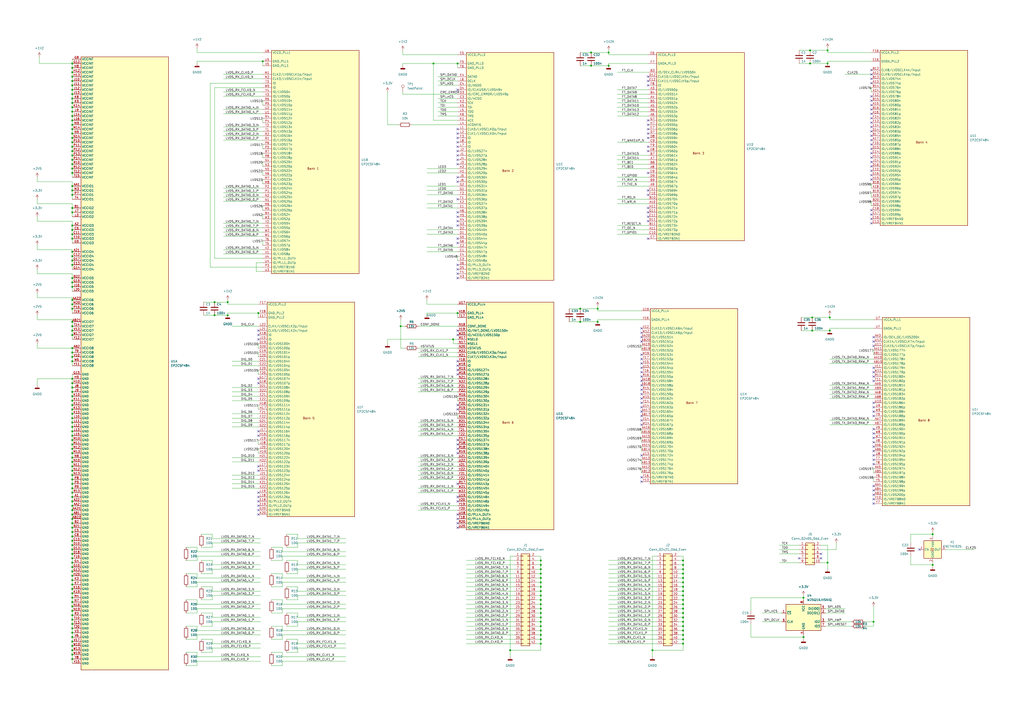
<source format=kicad_sch>
(kicad_sch (version 20230121) (generator eeschema)
  (paper "A2")
  (lib_symbols
    (symbol "Connector:Conn_01x02_Male" (pin_names (offset 1.016) hide)
      (property "Reference" "J" (at 0 2.54 0))
      (property "Value" "Conn_01x02_Male" (at 0 -5.08 0))
      (symbol "Conn_01x02_Male_1_1"
        (pin passive line (at 5.08 0 180) (length 3.81) (name "Pin_1") (number "1"))
        (pin passive line (at 5.08 -2.54 180) (length 3.81) (name "Pin_2") (number "2"))
      )
    )
    (symbol "Connector:Conn_01x03_Pin" (pin_names (offset 1.016) hide)
      (property "Reference" "J" (at 0 5.08 0))
      (property "Value" "Conn_01x03_Pin" (at 0 -5.08 0))
      (symbol "Conn_01x03_Pin_1_1"
        (pin passive line (at 5.08 2.54 180) (length 3.81) (name "Pin_1") (number "1"))
        (pin passive line (at 5.08 0 180) (length 3.81) (name "Pin_2") (number "2"))
        (pin passive line (at 5.08 -2.54 180) (length 3.81) (name "Pin_3") (number "3"))
      )
    )
    (symbol "Connector:TestPoint" (pin_numbers hide) (pin_names (offset 0.762) hide)
      (property "Reference" "TP" (at 0 6.858 0))
      (property "Value" "TestPoint" (at 0 5.08 0))
      (symbol "TestPoint_1_1"
        (pin passive line (at 0 0 90) (length 2.54) (name "1") (number "1"))
      )
    )
    (symbol "Connector_Generic:Conn_02x05_Odd_Even" (pin_names (offset 1.016) hide)
      (property "Reference" "J" (at 1.27 7.62 0))
      (property "Value" "Conn_02x05_Odd_Even" (at 1.27 -7.62 0))
      (symbol "Conn_02x05_Odd_Even_1_1"
        (pin passive line (at -5.08 5.08 0) (length 3.81) (name "Pin_1") (number "1"))
        (pin passive line (at 7.62 -5.08 180) (length 3.81) (name "Pin_10") (number "10"))
        (pin passive line (at 7.62 5.08 180) (length 3.81) (name "Pin_2") (number "2"))
        (pin passive line (at -5.08 2.54 0) (length 3.81) (name "Pin_3") (number "3"))
        (pin passive line (at 7.62 2.54 180) (length 3.81) (name "Pin_4") (number "4"))
        (pin passive line (at -5.08 0 0) (length 3.81) (name "Pin_5") (number "5"))
        (pin passive line (at 7.62 0 180) (length 3.81) (name "Pin_6") (number "6"))
        (pin passive line (at -5.08 -2.54 0) (length 3.81) (name "Pin_7") (number "7"))
        (pin passive line (at 7.62 -2.54 180) (length 3.81) (name "Pin_8") (number "8"))
        (pin passive line (at -5.08 -5.08 0) (length 3.81) (name "Pin_9") (number "9"))
      )
    )
    (symbol "Connector_Generic:Conn_02x21_Odd_Even" (pin_names (offset 1.016) hide)
      (property "Reference" "J" (at 1.27 27.94 0))
      (property "Value" "Conn_02x21_Odd_Even" (at 1.27 -27.94 0))
      (symbol "Conn_02x21_Odd_Even_1_1"
        (pin passive line (at -5.08 25.4 0) (length 3.81) (name "Pin_1") (number "1"))
        (pin passive line (at 7.62 15.24 180) (length 3.81) (name "Pin_10") (number "10"))
        (pin passive line (at -5.08 12.7 0) (length 3.81) (name "Pin_11") (number "11"))
        (pin passive line (at 7.62 12.7 180) (length 3.81) (name "Pin_12") (number "12"))
        (pin passive line (at -5.08 10.16 0) (length 3.81) (name "Pin_13") (number "13"))
        (pin passive line (at 7.62 10.16 180) (length 3.81) (name "Pin_14") (number "14"))
        (pin passive line (at -5.08 7.62 0) (length 3.81) (name "Pin_15") (number "15"))
        (pin passive line (at 7.62 7.62 180) (length 3.81) (name "Pin_16") (number "16"))
        (pin passive line (at -5.08 5.08 0) (length 3.81) (name "Pin_17") (number "17"))
        (pin passive line (at 7.62 5.08 180) (length 3.81) (name "Pin_18") (number "18"))
        (pin passive line (at -5.08 2.54 0) (length 3.81) (name "Pin_19") (number "19"))
        (pin passive line (at 7.62 25.4 180) (length 3.81) (name "Pin_2") (number "2"))
        (pin passive line (at 7.62 2.54 180) (length 3.81) (name "Pin_20") (number "20"))
        (pin passive line (at -5.08 0 0) (length 3.81) (name "Pin_21") (number "21"))
        (pin passive line (at 7.62 0 180) (length 3.81) (name "Pin_22") (number "22"))
        (pin passive line (at -5.08 -2.54 0) (length 3.81) (name "Pin_23") (number "23"))
        (pin passive line (at 7.62 -2.54 180) (length 3.81) (name "Pin_24") (number "24"))
        (pin passive line (at -5.08 -5.08 0) (length 3.81) (name "Pin_25") (number "25"))
        (pin passive line (at 7.62 -5.08 180) (length 3.81) (name "Pin_26") (number "26"))
        (pin passive line (at -5.08 -7.62 0) (length 3.81) (name "Pin_27") (number "27"))
        (pin passive line (at 7.62 -7.62 180) (length 3.81) (name "Pin_28") (number "28"))
        (pin passive line (at -5.08 -10.16 0) (length 3.81) (name "Pin_29") (number "29"))
        (pin passive line (at -5.08 22.86 0) (length 3.81) (name "Pin_3") (number "3"))
        (pin passive line (at 7.62 -10.16 180) (length 3.81) (name "Pin_30") (number "30"))
        (pin passive line (at -5.08 -12.7 0) (length 3.81) (name "Pin_31") (number "31"))
        (pin passive line (at 7.62 -12.7 180) (length 3.81) (name "Pin_32") (number "32"))
        (pin passive line (at -5.08 -15.24 0) (length 3.81) (name "Pin_33") (number "33"))
        (pin passive line (at 7.62 -15.24 180) (length 3.81) (name "Pin_34") (number "34"))
        (pin passive line (at -5.08 -17.78 0) (length 3.81) (name "Pin_35") (number "35"))
        (pin passive line (at 7.62 -17.78 180) (length 3.81) (name "Pin_36") (number "36"))
        (pin passive line (at -5.08 -20.32 0) (length 3.81) (name "Pin_37") (number "37"))
        (pin passive line (at 7.62 -20.32 180) (length 3.81) (name "Pin_38") (number "38"))
        (pin passive line (at -5.08 -22.86 0) (length 3.81) (name "Pin_39") (number "39"))
        (pin passive line (at 7.62 22.86 180) (length 3.81) (name "Pin_4") (number "4"))
        (pin passive line (at 7.62 -22.86 180) (length 3.81) (name "Pin_40") (number "40"))
        (pin passive line (at -5.08 -25.4 0) (length 3.81) (name "Pin_41") (number "41"))
        (pin passive line (at 7.62 -25.4 180) (length 3.81) (name "Pin_42") (number "42"))
        (pin passive line (at -5.08 20.32 0) (length 3.81) (name "Pin_5") (number "5"))
        (pin passive line (at 7.62 20.32 180) (length 3.81) (name "Pin_6") (number "6"))
        (pin passive line (at -5.08 17.78 0) (length 3.81) (name "Pin_7") (number "7"))
        (pin passive line (at 7.62 17.78 180) (length 3.81) (name "Pin_8") (number "8"))
        (pin passive line (at -5.08 15.24 0) (length 3.81) (name "Pin_9") (number "9"))
      )
    )
    (symbol "Device:C" (pin_numbers hide) (pin_names (offset 0.254))
      (property "Reference" "C" (at 0.635 2.54 0))
      (property "Value" "C" (at 0.635 -2.54 0))
      (symbol "C_1_1"
        (pin passive line (at 0 3.81 270) (length 2.794) (name "~") (number "1"))
        (pin passive line (at 0 -3.81 90) (length 2.794) (name "~") (number "2"))
      )
    )
    (symbol "Device:Crystal" (pin_numbers hide) (pin_names (offset 1.016) hide)
      (property "Reference" "Y" (at 0 3.81 0))
      (property "Value" "Crystal" (at 0 -3.81 0))
      (symbol "Crystal_1_1"
        (pin passive line (at -3.81 0 0) (length 1.27) (name "1") (number "1"))
        (pin passive line (at 3.81 0 180) (length 1.27) (name "2") (number "2"))
      )
    )
    (symbol "Device:FerriteBead" (pin_numbers hide) (pin_names (offset 0))
      (property "Reference" "FB" (at -3.81 0.635 90))
      (property "Value" "FerriteBead" (at 3.81 0 90))
      (symbol "FerriteBead_1_1"
        (pin passive line (at 0 3.81 270) (length 2.54) (name "~") (number "1"))
        (pin passive line (at 0 -3.81 90) (length 2.54) (name "~") (number "2"))
      )
    )
    (symbol "Device:LED" (pin_numbers hide) (pin_names (offset 1.016) hide)
      (property "Reference" "D" (at 0 2.54 0))
      (property "Value" "LED" (at 0 -2.54 0))
      (symbol "LED_1_1"
        (pin passive line (at -3.81 0 0) (length 2.54) (name "K") (number "1"))
        (pin passive line (at 3.81 0 180) (length 2.54) (name "A") (number "2"))
      )
    )
    (symbol "Device:R" (pin_numbers hide) (pin_names (offset 0))
      (property "Reference" "R" (at 2.032 0 90))
      (property "Value" "R" (at 0 0 90))
      (symbol "R_1_1"
        (pin passive line (at 0 3.81 270) (length 1.27) (name "~") (number "1"))
        (pin passive line (at 0 -3.81 90) (length 1.27) (name "~") (number "2"))
      )
    )
    (symbol "Intel_FPGA:EP2C5F484"
      (property "Reference" "U" (at -1.27 0.635 0))
      (property "Value" "EP2C5F484" (at -1.27 -1.27 0))
      (symbol "EP2C5F484_1_1"
        (pin power_in line (at -30.48 -78.74 0) (length 5.08) (name "GND") (number "A1"))
        (pin power_in line (at -30.48 78.74 0) (length 5.08) (name "VCCIO3") (number "A2"))
        (pin power_in line (at -30.48 63.5 0) (length 5.08) (name "VCCIO4") (number "A21"))
        (pin power_in line (at -30.48 -81.28 0) (length 5.08) (name "GND") (number "A22"))
        (pin power_in line (at -30.48 101.6 0) (length 5.08) (name "VCCIO1") (number "AA1"))
        (pin power_in line (at -30.48 -83.82 0) (length 5.08) (name "GND") (number "AA2"))
        (pin power_in line (at -30.48 -86.36 0) (length 5.08) (name "GND") (number "AA21"))
        (pin power_in line (at -30.48 35.56 0) (length 5.08) (name "VCCIO6") (number "AA22"))
        (pin power_in line (at -30.48 -88.9 0) (length 5.08) (name "GND") (number "AB1"))
        (pin power_in line (at -30.48 7.62 0) (length 5.08) (name "VCCIO8") (number "AB2"))
        (pin power_in line (at -30.48 22.86 0) (length 5.08) (name "VCCIO7") (number "AB21"))
        (pin power_in line (at -30.48 -91.44 0) (length 5.08) (name "GND") (number "AB22"))
        (pin power_in line (at -30.48 88.9 0) (length 5.08) (name "VCCIO2") (number "B1"))
        (pin power_in line (at -30.48 -93.98 0) (length 5.08) (name "GND") (number "B2"))
        (pin power_in line (at -30.48 -96.52 0) (length 5.08) (name "GND") (number "B21"))
        (pin power_in line (at -30.48 48.26 0) (length 5.08) (name "VCCIO5") (number "B22"))
        (pin power_in line (at -30.48 73.66 0) (length 5.08) (name "VCCIO3") (number "C11"))
        (pin power_in line (at -30.48 60.96 0) (length 5.08) (name "VCCIO4") (number "C12"))
        (pin power_in line (at -30.48 -104.14 0) (length 5.08) (name "GND") (number "C15"))
        (pin power_in line (at -30.48 -99.06 0) (length 5.08) (name "GND") (number "C5"))
        (pin power_in line (at -30.48 76.2 0) (length 5.08) (name "VCCIO3") (number "C6"))
        (pin power_in line (at -30.48 -101.6 0) (length 5.08) (name "GND") (number "C8"))
        (pin power_in line (at -30.48 -106.68 0) (length 5.08) (name "GND") (number "D10"))
        (pin power_in line (at -30.48 -109.22 0) (length 5.08) (name "GND") (number "D13"))
        (pin power_in line (at -30.48 58.42 0) (length 5.08) (name "VCCIO4") (number "D17"))
        (pin power_in line (at -30.48 -111.76 0) (length 5.08) (name "GND") (number "D18"))
        (pin power_in line (at -30.48 71.12 0) (length 5.08) (name "VCCIO3") (number "E10"))
        (pin power_in line (at -30.48 55.88 0) (length 5.08) (name "VCCIO4") (number "E13"))
        (pin power_in line (at -30.48 -114.3 0) (length 5.08) (name "GND") (number "F19"))
        (pin power_in line (at -30.48 -119.38 0) (length 5.08) (name "GND") (number "G10"))
        (pin power_in line (at -30.48 172.72 0) (length 5.08) (name "VCCINT") (number "G12"))
        (pin power_in line (at -30.48 -121.92 0) (length 5.08) (name "GND") (number "G13"))
        (pin power_in line (at -30.48 53.34 0) (length 5.08) (name "VCCIO4") (number "G14"))
        (pin power_in line (at -30.48 -7.62 0) (length 5.08) (name "GND") (number "G15"))
        (pin power_in line (at -30.48 45.72 0) (length 5.08) (name "VCCIO5") (number "G19"))
        (pin power_in line (at -30.48 -116.84 0) (length 5.08) (name "GND") (number "G4"))
        (pin power_in line (at -30.48 175.26 0) (length 5.08) (name "VCCINT") (number "G8"))
        (pin power_in line (at -30.48 68.58 0) (length 5.08) (name "VCCIO3") (number "G9"))
        (pin power_in line (at -30.48 -12.7 0) (length 5.08) (name "GND") (number "H10"))
        (pin power_in line (at -30.48 167.64 0) (length 5.08) (name "VCCINT") (number "H12"))
        (pin power_in line (at -30.48 165.1 0) (length 5.08) (name "VCCINT") (number "H13"))
        (pin power_in line (at -30.48 -124.46 0) (length 5.08) (name "GND") (number "H20"))
        (pin power_in line (at -30.48 170.18 0) (length 5.08) (name "VCCINT") (number "H8"))
        (pin power_in line (at -30.48 -10.16 0) (length 5.08) (name "GND") (number "H9"))
        (pin power_in line (at -30.48 162.56 0) (length 5.08) (name "VCCINT") (number "J10"))
        (pin power_in line (at -30.48 160.02 0) (length 5.08) (name "VCCINT") (number "J11"))
        (pin power_in line (at -30.48 157.48 0) (length 5.08) (name "VCCINT") (number "J12"))
        (pin power_in line (at -30.48 154.94 0) (length 5.08) (name "VCCINT") (number "J13"))
        (pin power_in line (at -30.48 43.18 0) (length 5.08) (name "VCCIO5") (number "J16"))
        (pin power_in line (at -30.48 86.36 0) (length 5.08) (name "VCCIO2") (number "J7"))
        (pin power_in line (at -30.48 -15.24 0) (length 5.08) (name "GND") (number "J8"))
        (pin power_in line (at -30.48 -17.78 0) (length 5.08) (name "GND") (number "J9"))
        (pin power_in line (at -30.48 -20.32 0) (length 5.08) (name "GND") (number "K10"))
        (pin power_in line (at -30.48 -22.86 0) (length 5.08) (name "GND") (number "K11"))
        (pin power_in line (at -30.48 -25.4 0) (length 5.08) (name "GND") (number "K12"))
        (pin power_in line (at -30.48 -27.94 0) (length 5.08) (name "GND") (number "K13"))
        (pin power_in line (at -30.48 147.32 0) (length 5.08) (name "VCCINT") (number "K14"))
        (pin power_in line (at -30.48 -30.48 0) (length 5.08) (name "GND") (number "K15"))
        (pin power_in line (at -30.48 -132.08 0) (length 5.08) (name "GND") (number "K16"))
        (pin power_in line (at -30.48 -134.62 0) (length 5.08) (name "GND") (number "K19"))
        (pin power_in line (at -30.48 -127 0) (length 5.08) (name "GND") (number "K3"))
        (pin power_in line (at -30.48 -129.54 0) (length 5.08) (name "GND") (number "K7"))
        (pin power_in line (at -30.48 152.4 0) (length 5.08) (name "VCCINT") (number "K8"))
        (pin power_in line (at -30.48 149.86 0) (length 5.08) (name "VCCINT") (number "K9"))
        (pin power_in line (at -30.48 -33.02 0) (length 5.08) (name "GND") (number "L10"))
        (pin power_in line (at -30.48 -35.56 0) (length 5.08) (name "GND") (number "L11"))
        (pin power_in line (at -30.48 -38.1 0) (length 5.08) (name "GND") (number "L12"))
        (pin power_in line (at -30.48 -40.64 0) (length 5.08) (name "GND") (number "L13"))
        (pin power_in line (at -30.48 142.24 0) (length 5.08) (name "VCCINT") (number "L14"))
        (pin power_in line (at -30.48 -43.18 0) (length 5.08) (name "GND") (number "L15"))
        (pin power_in line (at -30.48 139.7 0) (length 5.08) (name "VCCINT") (number "L16"))
        (pin power_in line (at -30.48 40.64 0) (length 5.08) (name "VCCIO5") (number "L20"))
        (pin power_in line (at -30.48 83.82 0) (length 5.08) (name "VCCIO2") (number "L3"))
        (pin power_in line (at -30.48 144.78 0) (length 5.08) (name "VCCINT") (number "L9"))
        (pin power_in line (at -30.48 -45.72 0) (length 5.08) (name "GND") (number "M10"))
        (pin power_in line (at -30.48 -48.26 0) (length 5.08) (name "GND") (number "M11"))
        (pin power_in line (at -30.48 -50.8 0) (length 5.08) (name "GND") (number "M12"))
        (pin power_in line (at -30.48 -53.34 0) (length 5.08) (name "GND") (number "M13"))
        (pin power_in line (at -30.48 134.62 0) (length 5.08) (name "VCCINT") (number "M14"))
        (pin power_in line (at -30.48 33.02 0) (length 5.08) (name "VCCIO6") (number "M20"))
        (pin power_in line (at -30.48 99.06 0) (length 5.08) (name "VCCIO1") (number "M3"))
        (pin power_in line (at -30.48 -137.16 0) (length 5.08) (name "GND") (number "M4"))
        (pin power_in line (at -30.48 137.16 0) (length 5.08) (name "VCCINT") (number "M9"))
        (pin power_in line (at -30.48 -58.42 0) (length 5.08) (name "GND") (number "N10"))
        (pin power_in line (at -30.48 -60.96 0) (length 5.08) (name "GND") (number "N11"))
        (pin power_in line (at -30.48 -63.5 0) (length 5.08) (name "GND") (number "N12"))
        (pin power_in line (at -30.48 -66.04 0) (length 5.08) (name "GND") (number "N13"))
        (pin power_in line (at -30.48 129.54 0) (length 5.08) (name "VCCINT") (number "N14"))
        (pin power_in line (at -30.48 -142.24 0) (length 5.08) (name "GND") (number "N16"))
        (pin power_in line (at -30.48 -144.78 0) (length 5.08) (name "GND") (number "N19"))
        (pin power_in line (at -30.48 -139.7 0) (length 5.08) (name "GND") (number "N7"))
        (pin power_in line (at -30.48 -55.88 0) (length 5.08) (name "GND") (number "N8"))
        (pin power_in line (at -30.48 132.08 0) (length 5.08) (name "VCCINT") (number "N9"))
        (pin power_in line (at -30.48 127 0) (length 5.08) (name "VCCINT") (number "P10"))
        (pin power_in line (at -30.48 124.46 0) (length 5.08) (name "VCCINT") (number "P11"))
        (pin power_in line (at -30.48 121.92 0) (length 5.08) (name "VCCINT") (number "P12"))
        (pin power_in line (at -30.48 119.38 0) (length 5.08) (name "VCCINT") (number "P13"))
        (pin power_in line (at -30.48 116.84 0) (length 5.08) (name "VCCINT") (number "P14"))
        (pin power_in line (at -30.48 30.48 0) (length 5.08) (name "VCCIO6") (number "P16"))
        (pin power_in line (at -30.48 96.52 0) (length 5.08) (name "VCCIO1") (number "P7"))
        (pin power_in line (at -30.48 -68.58 0) (length 5.08) (name "GND") (number "P8"))
        (pin power_in line (at -30.48 -71.12 0) (length 5.08) (name "GND") (number "P9"))
        (pin power_in line (at -30.48 114.3 0) (length 5.08) (name "VCCINT") (number "R10"))
        (pin power_in line (at -30.48 111.76 0) (length 5.08) (name "VCCINT") (number "R12"))
        (pin power_in line (at -30.48 -76.2 0) (length 5.08) (name "GND") (number "R13"))
        (pin power_in line (at -30.48 -147.32 0) (length 5.08) (name "GND") (number "R3"))
        (pin power_in line (at -30.48 -73.66 0) (length 5.08) (name "GND") (number "R9"))
        (pin power_in line (at -30.48 -149.86 0) (length 5.08) (name "GND") (number "T10"))
        (pin power_in line (at -30.48 109.22 0) (length 5.08) (name "VCCINT") (number "T12"))
        (pin power_in line (at -30.48 -152.4 0) (length 5.08) (name "GND") (number "T13"))
        (pin power_in line (at -30.48 20.32 0) (length 5.08) (name "VCCIO7") (number "T14"))
        (pin power_in line (at -30.48 106.68 0) (length 5.08) (name "VCCINT") (number "T15"))
        (pin power_in line (at -30.48 27.94 0) (length 5.08) (name "VCCIO6") (number "T19"))
        (pin power_in line (at -30.48 -154.94 0) (length 5.08) (name "GND") (number "T20"))
        (pin power_in line (at -30.48 93.98 0) (length 5.08) (name "VCCIO1") (number "T4"))
        (pin power_in line (at -30.48 5.08 0) (length 5.08) (name "VCCIO8") (number "T9"))
        (pin power_in line (at -30.48 2.54 0) (length 5.08) (name "VCCIO8") (number "V10"))
        (pin power_in line (at -30.48 17.78 0) (length 5.08) (name "VCCIO7") (number "V13"))
        (pin power_in line (at -30.48 -162.56 0) (length 5.08) (name "GND") (number "V17"))
        (pin power_in line (at -30.48 -157.48 0) (length 5.08) (name "GND") (number "V3"))
        (pin power_in line (at -30.48 -160.02 0) (length 5.08) (name "GND") (number "V6"))
        (pin power_in line (at -30.48 -165.1 0) (length 5.08) (name "GND") (number "W10"))
        (pin power_in line (at -30.48 -167.64 0) (length 5.08) (name "GND") (number "W13"))
        (pin power_in line (at -30.48 15.24 0) (length 5.08) (name "VCCIO7") (number "W17"))
        (pin power_in line (at -30.48 -170.18 0) (length 5.08) (name "GND") (number "W19"))
        (pin power_in line (at -30.48 0 0) (length 5.08) (name "VCCIO8") (number "W6"))
        (pin power_in line (at -30.48 -2.54 0) (length 5.08) (name "VCCIO8") (number "Y11"))
        (pin power_in line (at -30.48 12.7 0) (length 5.08) (name "VCCIO7") (number "Y12"))
        (pin power_in line (at -30.48 -175.26 0) (length 5.08) (name "GND") (number "Y15"))
        (pin power_in line (at -30.48 -172.72 0) (length 5.08) (name "GND") (number "Y8"))
      )
      (symbol "EP2C5F484_2_1"
        (text "Bank 1" (at -1.27 -3.81 0) (effects (font (size 1.27 1.27))))
        (pin bidirectional line (at -30.48 50.8 0) (length 5.08) (name "CLK2/LVDSCLK1p/input") (number "M1"))
        (pin bidirectional line (at -30.48 48.26 0) (length 5.08) (name "CLK3/LVDSCLK1n/input") (number "M2"))
        (pin bidirectional line (at -30.48 -27.94 0) (length 5.08) (name "IO/LVDS26p") (number "M5"))
        (pin bidirectional line (at -30.48 -25.4 0) (length 5.08) (name "IO/LVDS26n") (number "M6"))
        (pin bidirectional line (at -30.48 -10.16 0) (length 5.08) (name "IO/LVDS23n") (number "M7"))
        (pin bidirectional line (at -30.48 -12.7 0) (length 5.08) (name "IO/LVDS23p") (number "M8"))
        (pin bidirectional line (at -30.48 -22.86 0) (length 5.08) (name "IO/LVDS25p") (number "N1"))
        (pin bidirectional line (at -30.48 -20.32 0) (length 5.08) (name "IO/LVDS25n") (number "N2"))
        (pin bidirectional line (at -30.48 -2.54 0) (length 5.08) (name "IO/LVDS20p") (number "N3"))
        (pin bidirectional line (at -30.48 0 0) (length 5.08) (name "IO/LVDS20n") (number "N4"))
        (pin bidirectional line (at -30.48 -5.08 0) (length 5.08) (name "IO/LVDS22n") (number "N5"))
        (pin bidirectional line (at -30.48 -7.62 0) (length 5.08) (name "IO/LVDS22p") (number "N6"))
        (pin bidirectional line (at -30.48 -17.78 0) (length 5.08) (name "IO/LVDS24p") (number "P1"))
        (pin bidirectional line (at -30.48 -15.24 0) (length 5.08) (name "IO/LVDS24n") (number "P2"))
        (pin bidirectional line (at -30.48 -60.96 0) (length 5.08) (name "IO/VREFB1N0") (number "P3"))
        (pin bidirectional line (at -30.48 22.86 0) (length 5.08) (name "IO/LVDS12p") (number "P4"))
        (pin bidirectional line (at -30.48 7.62 0) (length 5.08) (name "IO/LVDS17p") (number "P5"))
        (pin bidirectional line (at -30.48 10.16 0) (length 5.08) (name "IO/LVDS17n") (number "P6"))
        (pin bidirectional line (at -30.48 12.7 0) (length 5.08) (name "IO/LVDS16p") (number "R1"))
        (pin bidirectional line (at -30.48 15.24 0) (length 5.08) (name "IO/LVDS16n") (number "R2"))
        (pin bidirectional line (at -30.48 25.4 0) (length 5.08) (name "IO/LVDS12n") (number "R4"))
        (pin bidirectional line (at -30.48 33.02 0) (length 5.08) (name "IO/LVDS10p") (number "R5"))
        (pin bidirectional line (at -30.48 35.56 0) (length 5.08) (name "IO/LVDS10n") (number "R6"))
        (pin bidirectional line (at -30.48 5.08 0) (length 5.08) (name "IO/LVDS18n") (number "R7"))
        (pin bidirectional line (at -30.48 2.54 0) (length 5.08) (name "IO/LVDS18p") (number "R8"))
        (pin bidirectional line (at -30.48 17.78 0) (length 5.08) (name "IO/LVDS13p") (number "T1"))
        (pin bidirectional line (at -30.48 20.32 0) (length 5.08) (name "IO/LVDS13n") (number "T2"))
        (pin bidirectional line (at -30.48 45.72 0) (length 5.08) (name "IO") (number "T3"))
        (pin bidirectional line (at -30.48 -48.26 0) (length 5.08) (name "IO/LVDS7p") (number "T5"))
        (pin bidirectional line (at -30.48 -45.72 0) (length 5.08) (name "IO/LVDS7n") (number "T6"))
        (pin bidirectional line (at -30.48 27.94 0) (length 5.08) (name "IO/LVDS11p") (number "U1"))
        (pin bidirectional line (at -30.48 30.48 0) (length 5.08) (name "IO/LVDS11n") (number "U2"))
        (pin bidirectional line (at -30.48 -63.5 0) (length 5.08) (name "IO/VREFB1N1") (number "U3"))
        (pin bidirectional line (at -30.48 -58.42 0) (length 5.08) (name "IO/PLL1_OUTp") (number "U4"))
        (pin power_in line (at -30.48 58.42 0) (length 5.08) (name "GND_PLL1") (number "U5"))
        (pin power_in line (at -30.48 63.5 0) (length 5.08) (name "VCCD_PLL1") (number "U6"))
        (pin bidirectional line (at -30.48 -53.34 0) (length 5.08) (name "IO/LVDS8p") (number "V1"))
        (pin bidirectional line (at -30.48 -50.8 0) (length 5.08) (name "IO/LVDS8n") (number "V2"))
        (pin bidirectional line (at -30.48 -55.88 0) (length 5.08) (name "IO/PLL1_OUTn") (number "V4"))
        (pin power_in line (at -30.48 55.88 0) (length 5.08) (name "GND_PLL1") (number "V5"))
        (pin bidirectional line (at -30.48 -43.18 0) (length 5.08) (name "IO/LVDS6p") (number "W1"))
        (pin bidirectional line (at -30.48 -40.64 0) (length 5.08) (name "IO/LVDS6n") (number "W2"))
        (pin bidirectional line (at -30.48 -33.02 0) (length 5.08) (name "IO/LVDS2p") (number "W3"))
        (pin bidirectional line (at -30.48 -30.48 0) (length 5.08) (name "IO/LVDS2n") (number "W4"))
        (pin bidirectional line (at -30.48 43.18 0) (length 5.08) (name "IO") (number "W5"))
        (pin bidirectional line (at -30.48 -38.1 0) (length 5.08) (name "IO/LVDS5p") (number "Y1"))
        (pin bidirectional line (at -30.48 -35.56 0) (length 5.08) (name "IO/LVDS5n") (number "Y2"))
        (pin bidirectional line (at -30.48 38.1 0) (length 5.08) (name "IO/LVDS0p") (number "Y3"))
        (pin bidirectional line (at -30.48 40.64 0) (length 5.08) (name "IO/LVDS0n") (number "Y4"))
      )
      (symbol "EP2C5F484_3_1"
        (text "Bank 2" (at -1.27 -3.81 0) (effects (font (size 1.27 1.27))))
        (pin bidirectional line (at -30.48 -50.8 0) (length 5.08) (name "IO/LVDS47p") (number "C1"))
        (pin bidirectional line (at -30.48 -48.26 0) (length 5.08) (name "IO/LVDS47n") (number "C2"))
        (pin bidirectional line (at -30.48 38.1 0) (length 5.08) (name "IO/nCSO") (number "C3"))
        (pin bidirectional line (at -30.48 45.72 0) (length 5.08) (name "IO/ASDO") (number "C4"))
        (pin bidirectional line (at -30.48 -40.64 0) (length 5.08) (name "IO/LVDS40p") (number "D1"))
        (pin bidirectional line (at -30.48 -38.1 0) (length 5.08) (name "IO/LVDS40n") (number "D2"))
        (pin bidirectional line (at -30.48 40.64 0) (length 5.08) (name "IO/CRC_ERROR/LVDS49p") (number "D3"))
        (pin bidirectional line (at -30.48 43.18 0) (length 5.08) (name "IO/CLKUSR/LVDS49n") (number "D4"))
        (pin bidirectional line (at -30.48 -60.96 0) (length 5.08) (name "IO/PLL3_OUTp") (number "D5"))
        (pin bidirectional line (at -30.48 -58.42 0) (length 5.08) (name "IO/PLL3_OUTn") (number "D6"))
        (pin bidirectional line (at -30.48 -25.4 0) (length 5.08) (name "IO/LVDS37p") (number "E1"))
        (pin bidirectional line (at -30.48 -22.86 0) (length 5.08) (name "IO/LVDS37n") (number "E2"))
        (pin bidirectional line (at -30.48 -55.88 0) (length 5.08) (name "IO/LVDS48p") (number "E3"))
        (pin bidirectional line (at -30.48 -53.34 0) (length 5.08) (name "IO/LVDS48n") (number "E4"))
        (pin power_in line (at -30.48 63.5 0) (length 5.08) (name "VCCD_PLL3") (number "E5"))
        (pin bidirectional line (at -30.48 -20.32 0) (length 5.08) (name "IO/LVDS36p") (number "F1"))
        (pin bidirectional line (at -30.48 -17.78 0) (length 5.08) (name "IO/LVDS36n") (number "F2"))
        (pin bidirectional line (at -30.48 15.24 0) (length 5.08) (name "IO") (number "F3"))
        (pin bidirectional line (at -30.48 -63.5 0) (length 5.08) (name "IO/VREFB2N0") (number "F4"))
        (pin power_in line (at -30.48 58.42 0) (length 5.08) (name "GND_PLL3") (number "F5"))
        (pin power_in line (at -30.48 55.88 0) (length 5.08) (name "GND_PLL3") (number "F6"))
        (pin bidirectional line (at -30.48 -15.24 0) (length 5.08) (name "IO/LVDS31p") (number "G1"))
        (pin bidirectional line (at -30.48 -12.7 0) (length 5.08) (name "IO/LVDS31n") (number "G2"))
        (pin bidirectional line (at -30.48 -35.56 0) (length 5.08) (name "IO/LVDS39p") (number "G3"))
        (pin bidirectional line (at -30.48 -43.18 0) (length 5.08) (name "IO/LVDS44n") (number "G5"))
        (pin bidirectional line (at -30.48 -45.72 0) (length 5.08) (name "IO/LVDS44p") (number "G6"))
        (pin bidirectional line (at -30.48 -5.08 0) (length 5.08) (name "IO/LVDS29p") (number "H1"))
        (pin bidirectional line (at -30.48 -2.54 0) (length 5.08) (name "IO/LVDS29n") (number "H2"))
        (pin bidirectional line (at -30.48 -66.04 0) (length 5.08) (name "IO/VREFB2N1") (number "H3"))
        (pin bidirectional line (at -30.48 -33.02 0) (length 5.08) (name "IO/LVDS39n") (number "H4"))
        (pin bidirectional line (at -30.48 -30.48 0) (length 5.08) (name "IO/LVDS38p") (number "H5"))
        (pin bidirectional line (at -30.48 -27.94 0) (length 5.08) (name "IO/LVDS38n") (number "H6"))
        (pin bidirectional line (at -30.48 5.08 0) (length 5.08) (name "IO/LVDS27p") (number "J1"))
        (pin bidirectional line (at -30.48 7.62 0) (length 5.08) (name "IO/LVDS27n") (number "J2"))
        (pin bidirectional line (at -30.48 0 0) (length 5.08) (name "IO/LVDS28p") (number "J3"))
        (pin bidirectional line (at -30.48 2.54 0) (length 5.08) (name "IO/LVDS28n") (number "J4"))
        (pin bidirectional line (at -30.48 -7.62 0) (length 5.08) (name "IO/LVDS30n") (number "J5"))
        (pin bidirectional line (at -30.48 -10.16 0) (length 5.08) (name "IO/LVDS30p") (number "J6"))
        (pin bidirectional line (at -30.48 25.4 0) (length 5.08) (name "nCE") (number "K1"))
        (pin bidirectional line (at -30.48 35.56 0) (length 5.08) (name "TCK") (number "K2"))
        (pin bidirectional line (at -30.48 50.8 0) (length 5.08) (name "DATA0") (number "K4"))
        (pin bidirectional line (at -30.48 33.02 0) (length 5.08) (name "TDI") (number "K5"))
        (pin bidirectional line (at -30.48 27.94 0) (length 5.08) (name "TMS") (number "K6"))
        (pin bidirectional line (at -30.48 20.32 0) (length 5.08) (name "CLK0/LVDSCLK0p/input") (number "L1"))
        (pin bidirectional line (at -30.48 17.78 0) (length 5.08) (name "CLK1/LVDSCLK0n/input") (number "L2"))
        (pin bidirectional line (at -30.48 22.86 0) (length 5.08) (name "nCONFIG") (number "L4"))
        (pin bidirectional line (at -30.48 30.48 0) (length 5.08) (name "TDO") (number "L5"))
        (pin bidirectional line (at -30.48 48.26 0) (length 5.08) (name "DCLK") (number "L6"))
        (pin bidirectional line (at -30.48 10.16 0) (length 5.08) (name "IO") (number "L7"))
        (pin bidirectional line (at -30.48 12.7 0) (length 5.08) (name "IO") (number "L8"))
      )
      (symbol "EP2C5F484_4_1"
        (text "Bank 3" (at -1.27 -3.81 0) (effects (font (size 1.27 1.27))))
        (pin bidirectional line (at -30.48 -33.02 0) (length 5.08) (name "IO/LVDS70p") (number "A10"))
        (pin bidirectional line (at -30.48 -48.26 0) (length 5.08) (name "IO/LVDS73p") (number "A11"))
        (pin bidirectional line (at -30.48 33.02 0) (length 5.08) (name "IO/LVDS50p") (number "A3"))
        (pin bidirectional line (at -30.48 27.94 0) (length 5.08) (name "IO/LVDS51p") (number "A4"))
        (pin bidirectional line (at -30.48 22.86 0) (length 5.08) (name "IO/LVDS52p") (number "A5"))
        (pin bidirectional line (at -30.48 17.78 0) (length 5.08) (name "IO/LVDS53p") (number "A6"))
        (pin bidirectional line (at -30.48 -7.62 0) (length 5.08) (name "IO/LVDS61p") (number "A7"))
        (pin bidirectional line (at -30.48 -12.7 0) (length 5.08) (name "IO/LVDS62p") (number "A8"))
        (pin bidirectional line (at -30.48 -22.86 0) (length 5.08) (name "IO/LVDS67p") (number "A9"))
        (pin bidirectional line (at -30.48 -30.48 0) (length 5.08) (name "IO/LVDS70n") (number "B10"))
        (pin bidirectional line (at -30.48 -45.72 0) (length 5.08) (name "IO/LVDS73n") (number "B11"))
        (pin bidirectional line (at -30.48 43.18 0) (length 5.08) (name "IO/DEV_CLRn/LVDS50n") (number "B3"))
        (pin bidirectional line (at -30.48 30.48 0) (length 5.08) (name "IO/LVDS51n") (number "B4"))
        (pin bidirectional line (at -30.48 25.4 0) (length 5.08) (name "IO/LVDS52n") (number "B5"))
        (pin bidirectional line (at -30.48 20.32 0) (length 5.08) (name "IO/LVDS53n") (number "B6"))
        (pin bidirectional line (at -30.48 -5.08 0) (length 5.08) (name "IO/LVDS61n") (number "B7"))
        (pin bidirectional line (at -30.48 -10.16 0) (length 5.08) (name "IO/LVDS62n") (number "B8"))
        (pin bidirectional line (at -30.48 -20.32 0) (length 5.08) (name "IO/LVDS67n") (number "B9"))
        (pin bidirectional line (at -30.48 -50.8 0) (length 5.08) (name "IO/VREFB3N0") (number "C10"))
        (pin bidirectional line (at -30.48 -53.34 0) (length 5.08) (name "IO/VREFB3N1") (number "C7"))
        (pin bidirectional line (at -30.48 2.54 0) (length 5.08) (name "IO/LVDS59p") (number "C9"))
        (pin bidirectional line (at -30.48 -43.18 0) (length 5.08) (name "IO/LVDS72p") (number "D11"))
        (pin bidirectional line (at -30.48 40.64 0) (length 5.08) (name "CLK10/LVDSCLK5n/input") (number "D12"))
        (pin bidirectional line (at -30.48 7.62 0) (length 5.08) (name "IO/LVDS58p") (number "D7"))
        (pin bidirectional line (at -30.48 5.08 0) (length 5.08) (name "IO/LVDS59n") (number "D8"))
        (pin bidirectional line (at -30.48 -17.78 0) (length 5.08) (name "IO/LVDS64p") (number "D9"))
        (pin bidirectional line (at -30.48 -40.64 0) (length 5.08) (name "IO/LVDS72n") (number "E11"))
        (pin bidirectional line (at -30.48 38.1 0) (length 5.08) (name "CLK11/LVDSCLK5p/input") (number "E12"))
        (pin power_in line (at -30.48 53.34 0) (length 5.08) (name "VCCA_PLL3") (number "E6"))
        (pin bidirectional line (at -30.48 10.16 0) (length 5.08) (name "IO/LVDS56p") (number "E7"))
        (pin bidirectional line (at -30.48 -2.54 0) (length 5.08) (name "IO/LVDS60p") (number "E8"))
        (pin bidirectional line (at -30.48 -15.24 0) (length 5.08) (name "IO/LVDS64n") (number "E9"))
        (pin bidirectional line (at -30.48 -27.94 0) (length 5.08) (name "IO/LVDS69p") (number "F10"))
        (pin bidirectional line (at -30.48 -25.4 0) (length 5.08) (name "IO/LVDS69n") (number "F11"))
        (pin power_in line (at -30.48 48.26 0) (length 5.08) (name "GNDA_PLL3") (number "F7"))
        (pin bidirectional line (at -30.48 35.56 0) (length 5.08) (name "IO") (number "F8"))
        (pin bidirectional line (at -30.48 0 0) (length 5.08) (name "IO/LVDS60n") (number "F9"))
        (pin bidirectional line (at -30.48 -38.1 0) (length 5.08) (name "IO/LVDS71p") (number "G11"))
        (pin bidirectional line (at -30.48 15.24 0) (length 5.08) (name "IO/LVDS55n") (number "G7"))
        (pin bidirectional line (at -30.48 -35.56 0) (length 5.08) (name "IO/LVDS71n") (number "H11"))
        (pin bidirectional line (at -30.48 12.7 0) (length 5.08) (name "IO/LVDS55p") (number "H7"))
      )
      (symbol "EP2C5F484_5_1"
        (text "Bank 4" (at -1.27 -3.81 0) (effects (font (size 1.27 1.27))))
        (pin bidirectional line (at -30.48 35.56 0) (length 5.08) (name "CLK9/LVDSCLK4p/input") (number "A12"))
        (pin bidirectional line (at -30.48 30.48 0) (length 5.08) (name "IO/LVDS74p") (number "A13"))
        (pin bidirectional line (at -30.48 25.4 0) (length 5.08) (name "IO/LVDS76p") (number "A14"))
        (pin bidirectional line (at -30.48 17.78 0) (length 5.08) (name "IO/LVDS80p") (number "A15"))
        (pin bidirectional line (at -30.48 12.7 0) (length 5.08) (name "IO/LVDS81p") (number "A16"))
        (pin bidirectional line (at -30.48 -2.54 0) (length 5.08) (name "IO/LVDS85p") (number "A17"))
        (pin bidirectional line (at -30.48 -30.48 0) (length 5.08) (name "IO/LVDS96p") (number "A18"))
        (pin bidirectional line (at -30.48 -35.56 0) (length 5.08) (name "IO/LVDS97p") (number "A19"))
        (pin bidirectional line (at -30.48 -40.64 0) (length 5.08) (name "IO/LVDS98p") (number "A20"))
        (pin bidirectional line (at -30.48 38.1 0) (length 5.08) (name "CLK8/LVDSCLK4n/input") (number "B12"))
        (pin bidirectional line (at -30.48 33.02 0) (length 5.08) (name "IO/LVDS74n") (number "B13"))
        (pin bidirectional line (at -30.48 27.94 0) (length 5.08) (name "IO/LVDS76n") (number "B14"))
        (pin bidirectional line (at -30.48 20.32 0) (length 5.08) (name "IO/LVDS80n") (number "B15"))
        (pin bidirectional line (at -30.48 15.24 0) (length 5.08) (name "IO/LVDS81n") (number "B16"))
        (pin bidirectional line (at -30.48 0 0) (length 5.08) (name "IO/LVDS85n") (number "B17"))
        (pin bidirectional line (at -30.48 -27.94 0) (length 5.08) (name "IO/LVDS96n") (number "B18"))
        (pin bidirectional line (at -30.48 -33.02 0) (length 5.08) (name "IO/LVDS97n") (number "B19"))
        (pin bidirectional line (at -30.48 -38.1 0) (length 5.08) (name "IO/LVDS98n") (number "B20"))
        (pin bidirectional line (at -30.48 -50.8 0) (length 5.08) (name "IO/VREFB4N1") (number "C13"))
        (pin bidirectional line (at -30.48 -10.16 0) (length 5.08) (name "IO/LVDS88p") (number "C14"))
        (pin bidirectional line (at -30.48 -48.26 0) (length 5.08) (name "IO/VREFB4N0") (number "C16"))
        (pin bidirectional line (at -30.48 -45.72 0) (length 5.08) (name "IO/LVDS99p") (number "C17"))
        (pin bidirectional line (at -30.48 -43.18 0) (length 5.08) (name "IO/LVDS99n") (number "C18"))
        (pin bidirectional line (at -30.48 2.54 0) (length 5.08) (name "IO/LVDS83p") (number "D14"))
        (pin bidirectional line (at -30.48 -7.62 0) (length 5.08) (name "IO/LVDS88n") (number "D15"))
        (pin bidirectional line (at -30.48 -17.78 0) (length 5.08) (name "IO/LVDS92n") (number "D16"))
        (pin bidirectional line (at -30.48 5.08 0) (length 5.08) (name "IO/LVDS83n") (number "E14"))
        (pin bidirectional line (at -30.48 -20.32 0) (length 5.08) (name "IO/LVDS92p") (number "E15"))
        (pin power_in line (at -30.48 43.18 0) (length 5.08) (name "GNDA_PLL2") (number "E16"))
        (pin bidirectional line (at -30.48 22.86 0) (length 5.08) (name "IO/LVDS78n") (number "F12"))
        (pin bidirectional line (at -30.48 7.62 0) (length 5.08) (name "IO/LVDS82p") (number "F13"))
        (pin bidirectional line (at -30.48 10.16 0) (length 5.08) (name "IO/LVDS82n") (number "F14"))
        (pin bidirectional line (at -30.48 -5.08 0) (length 5.08) (name "IO/LVDS87p") (number "F15"))
        (pin power_in line (at -30.48 48.26 0) (length 5.08) (name "VCCA_PLL2") (number "F16"))
        (pin bidirectional line (at -30.48 -22.86 0) (length 5.08) (name "IO/LVDS95n") (number "G16"))
        (pin bidirectional line (at -30.48 -12.7 0) (length 5.08) (name "IO/LVDS91n") (number "H14"))
        (pin bidirectional line (at -30.48 -25.4 0) (length 5.08) (name "IO/LVDS95p") (number "H15"))
        (pin bidirectional line (at -30.48 -15.24 0) (length 5.08) (name "IO/LVDS91p") (number "J14"))
      )
      (symbol "EP2C5F484_6_1"
        (text "Bank 5" (at -1.27 -5.08 0) (effects (font (size 1.27 1.27))))
        (pin bidirectional line (at -30.48 33.02 0) (length 5.08) (name "IO/LVDS101n") (number "C19"))
        (pin bidirectional line (at -30.48 30.48 0) (length 5.08) (name "IO/LVDS101p") (number "C20"))
        (pin bidirectional line (at -30.48 27.94 0) (length 5.08) (name "IO/LVDS104n") (number "C21"))
        (pin bidirectional line (at -30.48 25.4 0) (length 5.08) (name "IO/LVDS104p") (number "C22"))
        (pin bidirectional line (at -30.48 38.1 0) (length 5.08) (name "IO/LVDS100n") (number "D19"))
        (pin bidirectional line (at -30.48 35.56 0) (length 5.08) (name "IO/LVDS100p") (number "D20"))
        (pin bidirectional line (at -30.48 12.7 0) (length 5.08) (name "IO/LVDS108n") (number "D21"))
        (pin bidirectional line (at -30.48 10.16 0) (length 5.08) (name "IO/LVDS108p") (number "D22"))
        (pin power_in line (at -30.48 53.34 0) (length 5.08) (name "GND_PLL2") (number "E17"))
        (pin bidirectional line (at -30.48 -53.34 0) (length 5.08) (name "IO/PLL2_OUTn") (number "E18"))
        (pin bidirectional line (at -30.48 -55.88 0) (length 5.08) (name "IO/PLL2_OUTp") (number "E19"))
        (pin bidirectional line (at -30.48 22.86 0) (length 5.08) (name "IO/LVDS105n") (number "E20"))
        (pin bidirectional line (at -30.48 7.62 0) (length 5.08) (name "IO/LVDS109n") (number "E21"))
        (pin bidirectional line (at -30.48 5.08 0) (length 5.08) (name "IO/LVDS109p") (number "E22"))
        (pin power_in line (at -30.48 60.96 0) (length 5.08) (name "VCCD_PLL2") (number "F17"))
        (pin power_in line (at -30.48 55.88 0) (length 5.08) (name "GND_PLL2") (number "F18"))
        (pin bidirectional line (at -30.48 20.32 0) (length 5.08) (name "IO/LVDS105p") (number "F20"))
        (pin bidirectional line (at -30.48 -2.54 0) (length 5.08) (name "IO/LVDS112n") (number "F21"))
        (pin bidirectional line (at -30.48 -5.08 0) (length 5.08) (name "IO/LVDS112p") (number "F22"))
        (pin bidirectional line (at -30.48 17.78 0) (length 5.08) (name "IO/LVDS107n") (number "G17"))
        (pin bidirectional line (at -30.48 15.24 0) (length 5.08) (name "IO/LVDS107p") (number "G18"))
        (pin bidirectional line (at -30.48 -58.42 0) (length 5.08) (name "IO/VREFB5N0") (number "G20"))
        (pin bidirectional line (at -30.48 -7.62 0) (length 5.08) (name "IO/LVDS114n") (number "G21"))
        (pin bidirectional line (at -30.48 -10.16 0) (length 5.08) (name "IO/LVDS114p") (number "G22"))
        (pin bidirectional line (at -30.48 -15.24 0) (length 5.08) (name "IO/LVDS116p") (number "H16"))
        (pin bidirectional line (at -30.48 0 0) (length 5.08) (name "IO/LVDS111p") (number "H17"))
        (pin bidirectional line (at -30.48 2.54 0) (length 5.08) (name "IO/LVDS111n") (number "H18"))
        (pin bidirectional line (at -30.48 -25.4 0) (length 5.08) (name "IO/LVDS120p") (number "H19"))
        (pin bidirectional line (at -30.48 -27.94 0) (length 5.08) (name "IO/LVDS122n") (number "H21"))
        (pin bidirectional line (at -30.48 -30.48 0) (length 5.08) (name "IO/LVDS122p") (number "H22"))
        (pin bidirectional line (at -30.48 40.64 0) (length 5.08) (name "IO") (number "J15"))
        (pin bidirectional line (at -30.48 -12.7 0) (length 5.08) (name "IO/LVDS116n") (number "J17"))
        (pin bidirectional line (at -30.48 -20.32 0) (length 5.08) (name "IO/LVDS117p") (number "J18"))
        (pin bidirectional line (at -30.48 -17.78 0) (length 5.08) (name "IO/LVDS117n") (number "J19"))
        (pin bidirectional line (at -30.48 -22.86 0) (length 5.08) (name "IO/LVDS120n") (number "J20"))
        (pin bidirectional line (at -30.48 -38.1 0) (length 5.08) (name "IO/LVDS124n") (number "J21"))
        (pin bidirectional line (at -30.48 -40.64 0) (length 5.08) (name "IO/LVDS124p") (number "J22"))
        (pin bidirectional line (at -30.48 -35.56 0) (length 5.08) (name "IO/LVDS123p") (number "K17"))
        (pin bidirectional line (at -30.48 43.18 0) (length 5.08) (name "IO") (number "K18"))
        (pin bidirectional line (at -30.48 -60.96 0) (length 5.08) (name "IO/VREFB5N1") (number "K20"))
        (pin bidirectional line (at -30.48 -43.18 0) (length 5.08) (name "IO/LVDS125n") (number "K21"))
        (pin bidirectional line (at -30.48 -45.72 0) (length 5.08) (name "IO/LVDS125p") (number "K22"))
        (pin bidirectional line (at -30.48 -33.02 0) (length 5.08) (name "IO/LVDS123n") (number "L17"))
        (pin bidirectional line (at -30.48 -50.8 0) (length 5.08) (name "IO/LVDS126p") (number "L18"))
        (pin bidirectional line (at -30.48 -48.26 0) (length 5.08) (name "IO/LVDS126n") (number "L19"))
        (pin bidirectional line (at -30.48 45.72 0) (length 5.08) (name "CLK5/LVDSCLK2n/input") (number "L21"))
        (pin bidirectional line (at -30.48 48.26 0) (length 5.08) (name "CLK4/LVDSCLK2p/input") (number "L22"))
      )
      (symbol "EP2C5F484_7_1"
        (text "Bank 6" (at -1.27 -5.08 0) (effects (font (size 1.27 1.27))))
        (pin bidirectional line (at -30.48 7.62 0) (length 5.08) (name "IO/LVDS130p") (number "M15"))
        (pin bidirectional line (at -30.48 10.16 0) (length 5.08) (name "IO/LVDS130n") (number "M16"))
        (pin bidirectional line (at -30.48 43.18 0) (length 5.08) (name "MSEL0") (number "M17"))
        (pin bidirectional line (at -30.48 22.86 0) (length 5.08) (name "IO/LVDS127p") (number "M18"))
        (pin bidirectional line (at -30.48 25.4 0) (length 5.08) (name "IO/LVDS127n") (number "M19"))
        (pin bidirectional line (at -30.48 33.02 0) (length 5.08) (name "CLK7/LVDSCLK3n/input") (number "M21"))
        (pin bidirectional line (at -30.48 35.56 0) (length 5.08) (name "CLK6/LVDSCLK3p/input") (number "M22"))
        (pin bidirectional line (at -30.48 -2.54 0) (length 5.08) (name "IO/LVDS132p") (number "N15"))
        (pin bidirectional line (at -30.48 40.64 0) (length 5.08) (name "MSEL1") (number "N17"))
        (pin bidirectional line (at -30.48 50.8 0) (length 5.08) (name "CONF_DONE") (number "N18"))
        (pin bidirectional line (at -30.48 38.1 0) (length 5.08) (name "nSTATUS") (number "N20"))
        (pin bidirectional line (at -30.48 20.32 0) (length 5.08) (name "IO/LVDS128n") (number "N21"))
        (pin bidirectional line (at -30.48 17.78 0) (length 5.08) (name "IO/LVDS128p") (number "N22"))
        (pin bidirectional line (at -30.48 0 0) (length 5.08) (name "IO/LVDS132n") (number "P15"))
        (pin bidirectional line (at -30.48 -15.24 0) (length 5.08) (name "IO/LVDS137n") (number "P17"))
        (pin bidirectional line (at -30.48 -17.78 0) (length 5.08) (name "IO/LVDS137p") (number "P18"))
        (pin bidirectional line (at -30.48 2.54 0) (length 5.08) (name "IO/LVDS131p") (number "P19"))
        (pin bidirectional line (at -30.48 5.08 0) (length 5.08) (name "IO/LVDS131n") (number "P20"))
        (pin bidirectional line (at -30.48 15.24 0) (length 5.08) (name "IO/LVDS129n") (number "P21"))
        (pin bidirectional line (at -30.48 12.7 0) (length 5.08) (name "IO/LVDS129p") (number "P22"))
        (pin bidirectional line (at -30.48 -40.64 0) (length 5.08) (name "IO/LVDS143p") (number "R17"))
        (pin bidirectional line (at -30.48 -20.32 0) (length 5.08) (name "IO/LVDS138n") (number "R18"))
        (pin bidirectional line (at -30.48 -22.86 0) (length 5.08) (name "IO/LVDS138p") (number "R19"))
        (pin bidirectional line (at -30.48 -63.5 0) (length 5.08) (name "IO/VREFB6N0") (number "R20"))
        (pin bidirectional line (at -30.48 -5.08 0) (length 5.08) (name "IO/LVDS134n") (number "R21"))
        (pin bidirectional line (at -30.48 -7.62 0) (length 5.08) (name "IO/LVDS134p") (number "R22"))
        (pin power_in line (at -30.48 55.88 0) (length 5.08) (name "GND_PLL4") (number "T17"))
        (pin bidirectional line (at -30.48 -60.96 0) (length 5.08) (name "IO/PLL4_OUTp") (number "T18"))
        (pin bidirectional line (at -30.48 -10.16 0) (length 5.08) (name "IO/LVDS135n") (number "T21"))
        (pin bidirectional line (at -30.48 -12.7 0) (length 5.08) (name "IO/LVDS135p") (number "T22"))
        (pin power_in line (at -30.48 63.5 0) (length 5.08) (name "VCCD_PLL4") (number "U17"))
        (pin bidirectional line (at -30.48 -58.42 0) (length 5.08) (name "IO/PLL4_OUTn") (number "U18"))
        (pin bidirectional line (at -30.48 -48.26 0) (length 5.08) (name "IO/LVDS148n") (number "U19"))
        (pin bidirectional line (at -30.48 -66.04 0) (length 5.08) (name "IO/VREFB6N1") (number "U20"))
        (pin bidirectional line (at -30.48 -25.4 0) (length 5.08) (name "IO/LVDS139n") (number "U21"))
        (pin bidirectional line (at -30.48 -27.94 0) (length 5.08) (name "IO/LVDS139p") (number "U22"))
        (pin power_in line (at -30.48 58.42 0) (length 5.08) (name "GND_PLL4") (number "V18"))
        (pin bidirectional line (at -30.48 48.26 0) (length 5.08) (name "IO/INIT_DONE/LVDS150n") (number "V19"))
        (pin bidirectional line (at -30.48 -50.8 0) (length 5.08) (name "IO/LVDS148p") (number "V20"))
        (pin bidirectional line (at -30.48 -30.48 0) (length 5.08) (name "IO/LVDS140n") (number "V21"))
        (pin bidirectional line (at -30.48 -33.02 0) (length 5.08) (name "IO/LVDS140p") (number "V22"))
        (pin bidirectional line (at -30.48 27.94 0) (length 5.08) (name "IO") (number "W18"))
        (pin bidirectional line (at -30.48 45.72 0) (length 5.08) (name "IO/nCEO/LVDS150p") (number "W20"))
        (pin bidirectional line (at -30.48 -43.18 0) (length 5.08) (name "IO/LVDS145n") (number "W21"))
        (pin bidirectional line (at -30.48 -45.72 0) (length 5.08) (name "IO/LVDS145p") (number "W22"))
        (pin bidirectional line (at -30.48 30.48 0) (length 5.08) (name "IO") (number "Y18"))
        (pin bidirectional line (at -30.48 -53.34 0) (length 5.08) (name "IO/LVDS149n") (number "Y19"))
        (pin bidirectional line (at -30.48 -55.88 0) (length 5.08) (name "IO/LVDS149p") (number "Y20"))
        (pin bidirectional line (at -30.48 -35.56 0) (length 5.08) (name "IO/LVDS141n") (number "Y21"))
        (pin bidirectional line (at -30.48 -38.1 0) (length 5.08) (name "IO/LVDS141p") (number "Y22"))
      )
      (symbol "EP2C5F484_8_1"
        (text "Bank 7" (at -1.27 -5.08 0) (effects (font (size 1.27 1.27))))
        (pin bidirectional line (at -30.48 -43.18 0) (length 5.08) (name "IO/LVDS176n") (number "AA12"))
        (pin bidirectional line (at -30.48 -38.1 0) (length 5.08) (name "IO/LVDS174n") (number "AA13"))
        (pin bidirectional line (at -30.48 -30.48 0) (length 5.08) (name "IO/LVDS170n") (number "AA14"))
        (pin bidirectional line (at -30.48 -25.4 0) (length 5.08) (name "IO/LVDS169n") (number "AA15"))
        (pin bidirectional line (at -30.48 -20.32 0) (length 5.08) (name "IO/LVDS168n") (number "AA16"))
        (pin bidirectional line (at -30.48 -10.16 0) (length 5.08) (name "IO/LVDS165n") (number "AA17"))
        (pin bidirectional line (at -30.48 7.62 0) (length 5.08) (name "IO/LVDS158n") (number "AA18"))
        (pin bidirectional line (at -30.48 27.94 0) (length 5.08) (name "IO/LVDS152n") (number "AA19"))
        (pin bidirectional line (at -30.48 33.02 0) (length 5.08) (name "IO/LVDS151n") (number "AA20"))
        (pin bidirectional line (at -30.48 -45.72 0) (length 5.08) (name "IO/LVDS176p") (number "AB12"))
        (pin bidirectional line (at -30.48 -40.64 0) (length 5.08) (name "IO/LVDS174p") (number "AB13"))
        (pin bidirectional line (at -30.48 -33.02 0) (length 5.08) (name "IO/LVDS170p") (number "AB14"))
        (pin bidirectional line (at -30.48 -27.94 0) (length 5.08) (name "IO/LVDS169p") (number "AB15"))
        (pin bidirectional line (at -30.48 -22.86 0) (length 5.08) (name "IO/LVDS168p") (number "AB16"))
        (pin bidirectional line (at -30.48 -12.7 0) (length 5.08) (name "IO/LVDS165p") (number "AB17"))
        (pin bidirectional line (at -30.48 5.08 0) (length 5.08) (name "IO/LVDS158p") (number "AB18"))
        (pin bidirectional line (at -30.48 25.4 0) (length 5.08) (name "IO/LVDS152p") (number "AB19"))
        (pin bidirectional line (at -30.48 30.48 0) (length 5.08) (name "IO/LVDS151p") (number "AB20"))
        (pin bidirectional line (at -30.48 0 0) (length 5.08) (name "IO/LVDS159p") (number "R14"))
        (pin bidirectional line (at -30.48 2.54 0) (length 5.08) (name "IO/LVDS159n") (number "R15"))
        (pin bidirectional line (at -30.48 10.16 0) (length 5.08) (name "IO/LVDS155p") (number "R16"))
        (pin bidirectional line (at -30.48 12.7 0) (length 5.08) (name "IO/LVDS155n") (number "T16"))
        (pin bidirectional line (at -30.48 -35.56 0) (length 5.08) (name "IO/LVDS172n") (number "U13"))
        (pin bidirectional line (at -30.48 -7.62 0) (length 5.08) (name "IO/LVDS163p") (number "U14"))
        (pin bidirectional line (at -30.48 15.24 0) (length 5.08) (name "IO/LVDS154p") (number "U15"))
        (pin power_in line (at -30.48 48.26 0) (length 5.08) (name "VCCA_PLL4") (number "U16"))
        (pin bidirectional line (at -30.48 38.1 0) (length 5.08) (name "CLK12/LVDSCLK6n/input") (number "V12"))
        (pin bidirectional line (at -30.48 -15.24 0) (length 5.08) (name "IO/LVDS167n") (number "V14"))
        (pin bidirectional line (at -30.48 17.78 0) (length 5.08) (name "IO/LVDS154n") (number "V15"))
        (pin power_in line (at -30.48 43.18 0) (length 5.08) (name "GNDA_PLL4") (number "V16"))
        (pin bidirectional line (at -30.48 35.56 0) (length 5.08) (name "CLK13/LVDSCLK6p/input") (number "W12"))
        (pin bidirectional line (at -30.48 -17.78 0) (length 5.08) (name "IO/LVDS167p") (number "W14"))
        (pin bidirectional line (at -30.48 -2.54 0) (length 5.08) (name "IO/LVDS162n") (number "W15"))
        (pin bidirectional line (at -30.48 22.86 0) (length 5.08) (name "IO/LVDS153n") (number "W16"))
        (pin bidirectional line (at -30.48 -50.8 0) (length 5.08) (name "IO/VREFB7N1") (number "Y13"))
        (pin bidirectional line (at -30.48 -5.08 0) (length 5.08) (name "IO/LVDS162p") (number "Y14"))
        (pin bidirectional line (at -30.48 -48.26 0) (length 5.08) (name "IO/VREFB7N0") (number "Y16"))
        (pin bidirectional line (at -30.48 20.32 0) (length 5.08) (name "IO/LVDS153p") (number "Y17"))
      )
      (symbol "EP2C5F484_9_1"
        (text "Bank 8" (at -1.27 -5.08 0) (effects (font (size 1.27 1.27))))
        (pin bidirectional line (at -30.48 30.48 0) (length 5.08) (name "IO/LVDS178n") (number "AA10"))
        (pin bidirectional line (at -30.48 35.56 0) (length 5.08) (name "IO/LVDS177n") (number "AA11"))
        (pin bidirectional line (at -30.48 43.18 0) (length 5.08) (name "IO/DEV_OE/LVDS200n") (number "AA3"))
        (pin bidirectional line (at -30.48 -43.18 0) (length 5.08) (name "IO/LVDS199n") (number "AA4"))
        (pin bidirectional line (at -30.48 -33.02 0) (length 5.08) (name "IO/LVDS197n") (number "AA5"))
        (pin bidirectional line (at -30.48 -20.32 0) (length 5.08) (name "IO/LVDS192n") (number "AA6"))
        (pin bidirectional line (at -30.48 -5.08 0) (length 5.08) (name "IO/LVDS189n") (number "AA7"))
        (pin bidirectional line (at -30.48 10.16 0) (length 5.08) (name "IO/LVDS183n") (number "AA8"))
        (pin bidirectional line (at -30.48 15.24 0) (length 5.08) (name "IO/LVDS181n") (number "AA9"))
        (pin bidirectional line (at -30.48 27.94 0) (length 5.08) (name "IO/LVDS178p") (number "AB10"))
        (pin bidirectional line (at -30.48 33.02 0) (length 5.08) (name "IO/LVDS177p") (number "AB11"))
        (pin bidirectional line (at -30.48 -48.26 0) (length 5.08) (name "IO/LVDS200p") (number "AB3"))
        (pin bidirectional line (at -30.48 -45.72 0) (length 5.08) (name "IO/LVDS199p") (number "AB4"))
        (pin bidirectional line (at -30.48 -35.56 0) (length 5.08) (name "IO/LVDS197p") (number "AB5"))
        (pin bidirectional line (at -30.48 -22.86 0) (length 5.08) (name "IO/LVDS192p") (number "AB6"))
        (pin bidirectional line (at -30.48 -7.62 0) (length 5.08) (name "IO/LVDS189p") (number "AB7"))
        (pin bidirectional line (at -30.48 7.62 0) (length 5.08) (name "IO/LVDS183p") (number "AB8"))
        (pin bidirectional line (at -30.48 12.7 0) (length 5.08) (name "IO/LVDS181p") (number "AB9"))
        (pin bidirectional line (at -30.48 20.32 0) (length 5.08) (name "IO/LVDS180n") (number "R11"))
        (pin bidirectional line (at -30.48 17.78 0) (length 5.08) (name "IO/LVDS180p") (number "T11"))
        (pin bidirectional line (at -30.48 -27.94 0) (length 5.08) (name "IO/LVDS195n") (number "T7"))
        (pin bidirectional line (at -30.48 -30.48 0) (length 5.08) (name "IO/LVDS195p") (number "T8"))
        (pin bidirectional line (at -30.48 5.08 0) (length 5.08) (name "IO/LVDS186n") (number "U10"))
        (pin bidirectional line (at -30.48 38.1 0) (length 5.08) (name "CLK15/LVDSCLK7p/input") (number "U11"))
        (pin bidirectional line (at -30.48 40.64 0) (length 5.08) (name "CLK14/LVDSCLK7n/input") (number "U12"))
        (pin power_in line (at -30.48 53.34 0) (length 5.08) (name "VCCA_PLL1") (number "U7"))
        (pin bidirectional line (at -30.48 -25.4 0) (length 5.08) (name "IO/LVDS194p") (number "U8"))
        (pin bidirectional line (at -30.48 2.54 0) (length 5.08) (name "IO/LVDS186p") (number "U9"))
        (pin bidirectional line (at -30.48 25.4 0) (length 5.08) (name "IO/LVDS179n") (number "V11"))
        (pin power_in line (at -30.48 48.26 0) (length 5.08) (name "GNDA_PLL1") (number "V7"))
        (pin bidirectional line (at -30.48 -17.78 0) (length 5.08) (name "IO/LVDS191p") (number "V8"))
        (pin bidirectional line (at -30.48 -10.16 0) (length 5.08) (name "IO/LVDS190n") (number "V9"))
        (pin bidirectional line (at -30.48 22.86 0) (length 5.08) (name "IO/LVDS179p") (number "W11"))
        (pin bidirectional line (at -30.48 -15.24 0) (length 5.08) (name "IO/LVDS191n") (number "W7"))
        (pin bidirectional line (at -30.48 -12.7 0) (length 5.08) (name "IO/LVDS190p") (number "W8"))
        (pin bidirectional line (at -30.48 0 0) (length 5.08) (name "IO/LVDS188n") (number "W9"))
        (pin bidirectional line (at -30.48 -50.8 0) (length 5.08) (name "IO/VREFB8N0") (number "Y10"))
        (pin bidirectional line (at -30.48 -40.64 0) (length 5.08) (name "IO/LVDS198p") (number "Y5"))
        (pin bidirectional line (at -30.48 -38.1 0) (length 5.08) (name "IO/LVDS198n") (number "Y6"))
        (pin bidirectional line (at -30.48 -53.34 0) (length 5.08) (name "IO/VREFB8N1") (number "Y7"))
        (pin bidirectional line (at -30.48 -2.54 0) (length 5.08) (name "IO/LVDS188p") (number "Y9"))
      )
    )
    (symbol "Power_Protection:SRV05-4" (pin_names (offset 0))
      (property "Reference" "U" (at -5.08 11.43 0))
      (property "Value" "SRV05-4" (at 2.54 11.43 0))
      (symbol "SRV05-4_1_1"
        (pin passive line (at -12.7 2.54 0) (length 5.08) (name "IO1") (number "1"))
        (pin passive line (at 0 -12.7 90) (length 2.54) (name "VN") (number "2"))
        (pin passive line (at -12.7 -2.54 0) (length 5.08) (name "IO2") (number "3"))
        (pin passive line (at 12.7 2.54 180) (length 5.08) (name "IO3") (number "4"))
        (pin passive line (at 0 12.7 270) (length 2.54) (name "VP") (number "5"))
        (pin passive line (at 12.7 -2.54 180) (length 5.08) (name "IO4") (number "6"))
      )
    )
    (symbol "logic_analyzer:+1V2A" (power) (pin_names (offset 0))
      (property "Value" "+1V2A" (at 0 3.556 0))
      (symbol "+1V2A_1_1"
        (pin power_in line (at 0 0 90) (length 0) hide (name "+1V2A") (number "1"))
      )
    )
    (symbol "logic_analyzer:3M_8540-4500PL" (pin_names (offset 1.016) hide)
      (property "Reference" "J" (at 1.27 25.4 0))
      (property "Value" "3M_8540-4500PL" (at 1.27 -27.94 0))
      (symbol "3M_8540-4500PL_1_1"
        (pin passive line (at 7.62 22.86 180) (length 3.81) (name "+5V") (number "1"))
        (pin passive line (at -5.08 12.7 0) (length 3.81) (name "GND") (number "10"))
        (pin passive line (at 7.62 10.16 180) (length 3.81) (name "D13") (number "11"))
        (pin passive line (at -5.08 10.16 0) (length 3.81) (name "GND") (number "12"))
        (pin passive line (at 7.62 7.62 180) (length 3.81) (name "D12") (number "13"))
        (pin passive line (at -5.08 7.62 0) (length 3.81) (name "GND") (number "14"))
        (pin passive line (at 7.62 5.08 180) (length 3.81) (name "D11") (number "15"))
        (pin passive line (at -5.08 5.08 0) (length 3.81) (name "GND") (number "16"))
        (pin passive line (at 7.62 2.54 180) (length 3.81) (name "D10") (number "17"))
        (pin passive line (at -5.08 2.54 0) (length 3.81) (name "GND") (number "18"))
        (pin passive line (at 7.62 0 180) (length 3.81) (name "D9") (number "19"))
        (pin passive line (at -5.08 22.86 0) (length 3.81) (name "PGND") (number "2"))
        (pin passive line (at -5.08 0 0) (length 3.81) (name "GND") (number "20"))
        (pin passive line (at 7.62 -2.54 180) (length 3.81) (name "D8") (number "21"))
        (pin passive line (at -5.08 -2.54 0) (length 3.81) (name "GND") (number "22"))
        (pin passive line (at 7.62 -5.08 180) (length 3.81) (name "D7") (number "23"))
        (pin passive line (at -5.08 -5.08 0) (length 3.81) (name "GND") (number "24"))
        (pin passive line (at 7.62 -7.62 180) (length 3.81) (name "D6") (number "25"))
        (pin passive line (at -5.08 -7.62 0) (length 3.81) (name "GND") (number "26"))
        (pin passive line (at 7.62 -10.16 180) (length 3.81) (name "D5") (number "27"))
        (pin passive line (at -5.08 -10.16 0) (length 3.81) (name "GND") (number "28"))
        (pin passive line (at 7.62 -12.7 180) (length 3.81) (name "D4") (number "29"))
        (pin passive line (at 7.62 20.32 180) (length 3.81) (name "CLOCK") (number "3"))
        (pin passive line (at -5.08 -12.7 0) (length 3.81) (name "GND") (number "30"))
        (pin passive line (at 7.62 -15.24 180) (length 3.81) (name "D3") (number "31"))
        (pin passive line (at -5.08 -15.24 0) (length 3.81) (name "GND") (number "32"))
        (pin passive line (at 7.62 -17.78 180) (length 3.81) (name "D2") (number "33"))
        (pin passive line (at -5.08 -17.78 0) (length 3.81) (name "GND") (number "34"))
        (pin passive line (at 7.62 -20.32 180) (length 3.81) (name "D1") (number "35"))
        (pin passive line (at -5.08 -20.32 0) (length 3.81) (name "GND") (number "36"))
        (pin passive line (at 7.62 -22.86 180) (length 3.81) (name "D0") (number "37"))
        (pin passive line (at -5.08 -22.86 0) (length 3.81) (name "GND") (number "38"))
        (pin passive line (at 7.62 -25.4 180) (length 3.81) (name "+5V") (number "39"))
        (pin passive line (at -5.08 20.32 0) (length 3.81) (name "GND") (number "4"))
        (pin passive line (at -5.08 -25.4 0) (length 3.81) (name "PGND") (number "40"))
        (pin passive line (at 7.62 17.78 180) (length 3.81) (name "DNC") (number "5"))
        (pin passive line (at -5.08 17.78 0) (length 3.81) (name "GND") (number "6"))
        (pin passive line (at 7.62 15.24 180) (length 3.81) (name "D15") (number "7"))
        (pin passive line (at -5.08 15.24 0) (length 3.81) (name "GND") (number "8"))
        (pin passive line (at 7.62 12.7 180) (length 3.81) (name "D14") (number "9"))
      )
    )
    (symbol "logic_analyzer:FNETHE025" (pin_names (offset 0.254))
      (property "Reference" "X" (at -5.08 6.35 0))
      (property "Value" "FNETHE025" (at 1.27 -6.35 0))
      (symbol "FNETHE025_1_1"
        (pin input line (at -7.62 0 0) (length 2.54) (name "EN") (number "1"))
        (pin power_in line (at 0 -7.62 90) (length 2.54) (name "GND") (number "2"))
        (pin output line (at 7.62 0 180) (length 2.54) (name "OUT") (number "3"))
        (pin power_in line (at 0 7.62 270) (length 2.54) (name "Vdd") (number "4"))
      )
    )
    (symbol "logic_analyzer:FT600Q-B-T"
      (property "Reference" "U" (at -1.27 2.54 0))
      (property "Value" "FT600Q-B-T" (at -1.27 0 0))
      (symbol "FT600Q-B-T_0_0"
        (text "(Center island)" (at 3.81 -44.45 900) (effects (font (size 1.27 1.27))))
      )
      (symbol "FT600Q-B-T_1_1"
        (pin power_in line (at 7.62 54.61 270) (length 2.54) (name "AVDD") (number "1"))
        (pin input line (at 27.94 -27.94 180) (length 2.54) (name "RESET_N") (number "10"))
        (pin bidirectional line (at 27.94 -33.02 180) (length 2.54) (name "WAKEUP_N") (number "11"))
        (pin bidirectional line (at 27.94 -38.1 180) (length 2.54) (name "GPIO0") (number "12"))
        (pin bidirectional line (at 27.94 -40.64 180) (length 2.54) (name "GPIO1") (number "13"))
        (pin no_connect line (at 27.94 -50.8 180) (length 2.54) (name "RESERVED") (number "14"))
        (pin power_in line (at -13.97 54.61 270) (length 2.54) (name "VCC33") (number "15"))
        (pin input line (at -30.48 -34.29 0) (length 2.54) (name "XI") (number "16"))
        (pin output line (at -30.48 -36.83 0) (length 2.54) (name "XO") (number "17"))
        (pin bidirectional line (at -30.48 24.13 0) (length 2.54) (name "DP") (number "18"))
        (pin power_in line (at -16.51 54.61 270) (length 2.54) (name "VCC33") (number "19"))
        (pin bidirectional line (at 27.94 -5.08 180) (length 2.54) (name "BE_0") (number "2"))
        (pin bidirectional line (at -30.48 26.67 0) (length 2.54) (name "DM") (number "20"))
        (pin input line (at -30.48 -17.78 0) (length 2.54) (name "RREF") (number "21"))
        (pin power_in line (at -24.13 54.61 270) (length 2.54) (name "VDDA") (number "22"))
        (pin power_in line (at -2.54 54.61 270) (length 2.54) (name "VD10") (number "23"))
        (pin output line (at -30.48 17.78 0) (length 2.54) (name "TODN") (number "24"))
        (pin output line (at -30.48 15.24 0) (length 2.54) (name "TODP") (number "25"))
        (pin power_in line (at -5.08 54.61 270) (length 2.54) (name "VD10") (number "26"))
        (pin input line (at -30.48 8.89 0) (length 2.54) (name "RIDN") (number "27"))
        (pin input line (at -30.48 6.35 0) (length 2.54) (name "RIDP") (number "28"))
        (pin power_in line (at -30.48 39.37 0) (length 2.54) (name "VBUS") (number "29"))
        (pin bidirectional line (at 27.94 -2.54 180) (length 2.54) (name "BE_1") (number "3"))
        (pin power_in line (at -19.05 54.61 270) (length 2.54) (name "VCC33") (number "30"))
        (pin power_out line (at 2.54 54.61 270) (length 2.54) (name "DV10") (number "31"))
        (pin power_in line (at -3.81 -59.69 90) (length 2.54) (name "GND") (number "32"))
        (pin bidirectional line (at 27.94 2.54 180) (length 2.54) (name "DATA_0") (number "33"))
        (pin bidirectional line (at 27.94 5.08 180) (length 2.54) (name "DATA_1") (number "34"))
        (pin bidirectional line (at 27.94 7.62 180) (length 2.54) (name "DATA_2") (number "35"))
        (pin bidirectional line (at 27.94 10.16 180) (length 2.54) (name "DATA_3") (number "36"))
        (pin power_in line (at -7.62 54.61 270) (length 2.54) (name "VD10") (number "37"))
        (pin power_in line (at 17.78 54.61 270) (length 2.54) (name "VCCIO") (number "38"))
        (pin bidirectional line (at 27.94 12.7 180) (length 2.54) (name "DATA_4") (number "39"))
        (pin output line (at 27.94 -10.16 180) (length 2.54) (name "TXE_N") (number "4"))
        (pin bidirectional line (at 27.94 15.24 180) (length 2.54) (name "DATA_5") (number "40"))
        (pin bidirectional line (at 27.94 17.78 180) (length 2.54) (name "DATA_6") (number "41"))
        (pin bidirectional line (at 27.94 20.32 180) (length 2.54) (name "DATA_7") (number "42"))
        (pin output line (at 27.94 45.72 180) (length 2.54) (name "CLK") (number "43"))
        (pin power_in line (at 15.24 54.61 270) (length 2.54) (name "VCCIO") (number "44"))
        (pin bidirectional line (at 27.94 22.86 180) (length 2.54) (name "DATA_8") (number "45"))
        (pin bidirectional line (at 27.94 25.4 180) (length 2.54) (name "DATA_9") (number "46"))
        (pin bidirectional line (at 27.94 27.94 180) (length 2.54) (name "DATA_10") (number "47"))
        (pin bidirectional line (at 27.94 30.48 180) (length 2.54) (name "DATA_11") (number "48"))
        (pin power_in line (at -1.27 -59.69 90) (length 2.54) (name "GND") (number "49"))
        (pin output line (at 27.94 -12.7 180) (length 2.54) (name "RXF_N") (number "5"))
        (pin power_in line (at -10.16 54.61 270) (length 2.54) (name "VD10") (number "50"))
        (pin power_in line (at 1.27 -59.69 90) (length 2.54) (name "GND") (number "51"))
        (pin power_in line (at 12.7 54.61 270) (length 2.54) (name "VCCIO") (number "52"))
        (pin bidirectional line (at 27.94 33.02 180) (length 2.54) (name "DATA_12") (number "53"))
        (pin bidirectional line (at 27.94 35.56 180) (length 2.54) (name "DATA_13") (number "54"))
        (pin bidirectional line (at 27.94 38.1 180) (length 2.54) (name "DATA_14") (number "55"))
        (pin bidirectional line (at 27.94 40.64 180) (length 2.54) (name "DATA_15") (number "56"))
        (pin power_in line (at 3.81 -59.69 90) (length 2.54) (name "GND") (number "57"))
        (pin input line (at 27.94 -48.26 180) (length 2.54) (name "SIWU_N") (number "6"))
        (pin input line (at 27.94 -17.78 180) (length 2.54) (name "WR_N") (number "7"))
        (pin input line (at 27.94 -20.32 180) (length 2.54) (name "RD_N") (number "8"))
        (pin input line (at 27.94 -22.86 180) (length 2.54) (name "OE_N") (number "9"))
      )
    )
    (symbol "logic_analyzer:MIC37302"
      (property "Reference" "U" (at 0 8.89 0))
      (property "Value" "MIC37302" (at 0 6.35 0))
      (symbol "MIC37302_1_1"
        (pin input line (at -10.16 -5.08 0) (length 2.54) (name "EN") (number "1"))
        (pin power_in line (at -10.16 2.54 0) (length 2.54) (name "VIN") (number "2"))
        (pin power_in line (at 0 -10.16 90) (length 2.54) (name "GND") (number "3"))
        (pin power_out line (at 10.16 2.54 180) (length 2.54) (name "VOUT") (number "4"))
        (pin passive line (at 10.16 -5.08 180) (length 2.54) (name "ADJ") (number "5"))
      )
    )
    (symbol "logic_analyzer:MIC39102"
      (property "Reference" "U" (at 0 8.89 0))
      (property "Value" "MIC39102" (at 0 6.35 0))
      (symbol "MIC39102_1_1"
        (pin input line (at -10.16 -5.08 0) (length 2.54) (name "EN") (number "1"))
        (pin power_in line (at -10.16 2.54 0) (length 2.54) (name "IN") (number "2"))
        (pin power_out line (at 10.16 2.54 180) (length 2.54) (name "OUT") (number "3"))
        (pin passive line (at 10.16 -5.08 180) (length 2.54) (name "ADJ") (number "4"))
        (pin power_in line (at 0 -10.16 90) (length 2.54) (name "GND") (number "5"))
        (pin power_in line (at 0 -10.16 90) (length 2.54) hide (name "GND") (number "6"))
        (pin power_in line (at 0 -10.16 90) (length 2.54) hide (name "GND") (number "7"))
        (pin power_in line (at 0 -10.16 90) (length 2.54) hide (name "GND") (number "8"))
      )
    )
    (symbol "logic_analyzer:MIC49150-1.2"
      (property "Reference" "U" (at 0 8.89 0))
      (property "Value" "MIC49150-1.2" (at 0 6.35 0))
      (symbol "MIC49150-1.2_1_1"
        (pin input line (at -10.16 -5.08 0) (length 2.54) (name "EN") (number "1"))
        (pin power_in line (at -10.16 -1.27 0) (length 2.54) (name "VBIAS") (number "2"))
        (pin power_in line (at -10.16 2.54 0) (length 2.54) (name "VIN") (number "3"))
        (pin power_out line (at 10.16 2.54 180) (length 2.54) (name "VOUT") (number "4"))
        (pin power_in line (at 0 -10.16 90) (length 2.54) (name "GND") (number "5"))
        (pin power_in line (at 0 -10.16 90) (length 2.54) hide (name "GND") (number "6"))
        (pin power_in line (at 0 -10.16 90) (length 2.54) hide (name "GND") (number "7"))
        (pin power_in line (at 0 -10.16 90) (length 2.54) hide (name "GND") (number "8"))
      )
    )
    (symbol "logic_analyzer:SP3003-02UTG"
      (property "Reference" "U" (at 0 8.89 0))
      (property "Value" "SP3003-02UTG" (at 0 6.35 0))
      (symbol "SP3003-02UTG_1_1"
        (pin passive line (at -7.62 2.54 0) (length 2.54) (name "~") (number "1"))
        (pin passive line (at -7.62 0 0) (length 2.54) (name "~") (number "2"))
        (pin passive line (at -7.62 -2.54 0) (length 2.54) (name "~") (number "3"))
        (pin passive line (at 6.35 -2.54 180) (length 2.54) (name "~") (number "4"))
        (pin passive line (at 6.35 0 180) (length 2.54) (name "~") (number "5"))
        (pin passive line (at 6.35 2.54 180) (length 2.54) (name "~") (number "6"))
      )
    )
    (symbol "logic_analyzer:USB3_B_Micro_Amphenol_GSB343K331HR" (pin_names (offset 1.016))
      (property "Reference" "J" (at -1.27 15.24 0))
      (property "Value" "USB3_B_Micro_Amphenol_GSB343K331HR" (at 20.32 17.78 0))
      (symbol "USB3_B_Micro_Amphenol_GSB343K331HR_1_1"
        (pin power_out line (at 12.7 10.16 180) (length 2.54) (name "VBUS") (number "1"))
        (pin input line (at 12.7 -12.7 180) (length 2.54) (name "SSRX+") (number "10"))
        (pin bidirectional line (at 12.7 5.08 180) (length 2.54) (name "D-") (number "2"))
        (pin bidirectional line (at 12.7 2.54 180) (length 2.54) (name "D+") (number "3"))
        (pin passive line (at 12.7 0 180) (length 2.54) (name "ID") (number "4"))
        (pin power_out line (at 0 -17.78 90) (length 2.54) (name "GND") (number "5"))
        (pin output line (at 12.7 -2.54 180) (length 2.54) (name "SSTX-") (number "6"))
        (pin output line (at 12.7 -5.08 180) (length 2.54) (name "SSTX+") (number "7"))
        (pin passive line (at -2.54 -17.78 90) (length 2.54) (name "DRAIN") (number "8"))
        (pin input line (at 12.7 -10.16 180) (length 2.54) (name "SSRX-") (number "9"))
        (pin passive line (at -5.08 -17.78 90) (length 2.54) (name "SHIELD") (number "S1"))
        (pin passive line (at -5.08 -17.78 90) (length 2.54) hide (name "SHIELD") (number "S2"))
      )
    )
    (symbol "logic_analyzer:W25Q16JVSNIQ"
      (property "Reference" "U" (at -8.89 8.89 0))
      (property "Value" "W25Q16JVSNIQ" (at 7.62 8.89 0))
      (symbol "W25Q16JVSNIQ_1_1"
        (pin input line (at -12.7 2.54 0) (length 2.54) (name "~{CS}") (number "1"))
        (pin bidirectional line (at 12.7 2.54 180) (length 2.54) (name "DO(IO1)") (number "2"))
        (pin bidirectional line (at 12.7 -2.54 180) (length 2.54) (name "IO2") (number "3"))
        (pin power_in line (at 0 -10.16 90) (length 2.54) (name "GND") (number "4"))
        (pin bidirectional line (at 12.7 5.08 180) (length 2.54) (name "DI(IO0)") (number "5"))
        (pin input line (at -12.7 -2.54 0) (length 2.54) (name "CLK") (number "6"))
        (pin bidirectional line (at 12.7 -5.08 180) (length 2.54) (name "IO3") (number "7"))
        (pin power_in line (at 0 10.16 270) (length 2.54) (name "VCC") (number "8"))
      )
    )
    (symbol "power:+1V0" (power) (pin_names (offset 0))
      (property "Value" "+1V0" (at 0 3.556 0))
      (symbol "+1V0_1_1"
        (pin power_in line (at 0 0 90) (length 0) hide (name "+1V0") (number "1"))
      )
    )
    (symbol "power:+1V2" (power) (pin_names (offset 0))
      (property "Value" "+1V2" (at 0 3.556 0))
      (symbol "+1V2_1_1"
        (pin power_in line (at 0 0 90) (length 0) hide (name "+1V2") (number "1"))
      )
    )
    (symbol "power:+2V5" (power) (pin_names (offset 0))
      (property "Value" "+2V5" (at 0 3.556 0))
      (symbol "+2V5_1_1"
        (pin power_in line (at 0 0 90) (length 0) hide (name "+2V5") (number "1"))
      )
    )
    (symbol "power:+3.3V" (power) (pin_names (offset 0))
      (property "Value" "+3.3V" (at 0 3.556 0))
      (symbol "+3.3V_1_1"
        (pin power_in line (at 0 0 90) (length 0) hide (name "+3.3V") (number "1"))
      )
    )
    (symbol "power:GND" (power) (pin_names (offset 0))
      (property "Value" "GND" (at 0 -3.81 0))
      (symbol "GND_1_1"
        (pin power_in line (at 0 0 270) (length 0) hide (name "GND") (number "1"))
      )
    )
    (symbol "power:GNDD" (power) (pin_names (offset 0))
      (property "Value" "GNDD" (at 0 -3.175 0))
      (symbol "GNDD_1_1"
        (pin power_in line (at 0 0 270) (length 0) hide (name "GNDD") (number "1"))
      )
    )
    (symbol "power:PWR_FLAG" (power) (pin_numbers hide) (pin_names (offset 0) hide)
      (property "Value" "PWR_FLAG" (at 0 3.81 0))
      (symbol "PWR_FLAG_0_0"
        (pin power_out line (at 0 0 90) (length 0) (name "pwr") (number "1"))
      )
    )
  )
  (junction (at 396.24 363.22))
  (junction (at 41.91 303.53))
  (junction (at 149.86 450.85))
  (junction (at 176.53 450.85))
  (junction (at 424.18 704.85))
  (junction (at 66.04 469.9))
  (junction (at 167.64 502.92))
  (junction (at 41.91 257.81))
  (junction (at 152.4 490.22))
  (junction (at 41.91 130.81))
  (junction (at 220.98 463.55))
  (junction (at 494.03 506.73))
  (junction (at 149.86 181.61))
  (junction (at 41.91 308.61))
  (junction (at 41.91 135.89))
  (junction (at 66.04 549.91))
  (junction (at 229.87 502.92))
  (junction (at 41.91 113.03))
  (junction (at 396.24 350.52))
  (junction (at 143.51 695.96))
  (junction (at 502.92 501.65))
  (junction (at 496.57 501.65))
  (junction (at 481.33 184.15))
  (junction (at 41.91 41.91))
  (junction (at 396.24 365.76))
  (junction (at 396.24 360.68))
  (junction (at 147.32 675.64))
  (junction (at 248.92 530.86))
  (junction (at 41.91 341.63))
  (junction (at 99.06 469.9))
  (junction (at 336.55 179.07))
  (junction (at 101.6 568.96))
  (junction (at 447.04 704.85))
  (junction (at 41.91 232.41))
  (junction (at 506.73 360.68))
  (junction (at 152.4 35.56))
  (junction (at 480.06 36.83))
  (junction (at 41.91 57.15))
  (junction (at 251.46 36.83))
  (junction (at 257.81 530.86))
  (junction (at 313.69 358.14))
  (junction (at 41.91 372.11))
  (junction (at 41.91 77.47))
  (junction (at 212.09 543.56))
  (junction (at 519.43 490.22))
  (junction (at 313.69 350.52))
  (junction (at 41.91 161.29))
  (junction (at 396.24 325.12))
  (junction (at 278.13 748.03))
  (junction (at 541.02 327.66))
  (junction (at 41.91 133.35))
  (junction (at 194.31 543.56))
  (junction (at 132.08 175.26))
  (junction (at 88.9 490.22))
  (junction (at 93.98 610.87))
  (junction (at 203.2 490.22))
  (junction (at 378.46 377.19))
  (junction (at 396.24 332.74))
  (junction (at 147.32 657.86))
  (junction (at 99.06 450.85))
  (junction (at 220.98 450.85))
  (junction (at 43.18 534.67))
  (junction (at 147.32 660.4))
  (junction (at 41.91 364.49))
  (junction (at 176.53 463.55))
  (junction (at 41.91 39.37))
  (junction (at 132.08 182.88))
  (junction (at 41.91 173.99))
  (junction (at 41.91 318.77))
  (junction (at 41.91 267.97))
  (junction (at 41.91 328.93))
  (junction (at 477.52 506.73))
  (junction (at 514.35 506.73))
  (junction (at 346.71 179.07))
  (junction (at 147.32 652.78))
  (junction (at 50.8 549.91))
  (junction (at 185.42 530.86))
  (junction (at 396.24 342.9))
  (junction (at 396.24 347.98))
  (junction (at 212.09 463.55))
  (junction (at 351.79 628.65))
  (junction (at 41.91 323.85))
  (junction (at 147.32 668.02))
  (junction (at 41.91 224.79))
  (junction (at 212.09 502.92))
  (junction (at 41.91 153.67))
  (junction (at 346.71 186.69))
  (junction (at 41.91 313.69))
  (junction (at 41.91 80.01))
  (junction (at 203.2 502.92))
  (junction (at 41.91 227.33))
  (junction (at 265.43 36.83))
  (junction (at 152.4 530.86))
  (junction (at 459.74 501.65))
  (junction (at 238.76 450.85))
  (junction (at 185.42 463.55))
  (junction (at 41.91 49.53))
  (junction (at 41.91 82.55))
  (junction (at 41.91 186.69))
  (junction (at 450.85 603.25))
  (junction (at 147.32 655.32))
  (junction (at 313.69 347.98))
  (junction (at 194.31 450.85))
  (junction (at 459.74 490.22))
  (junction (at 336.55 186.69))
  (junction (at 41.91 54.61))
  (junction (at 240.03 530.86))
  (junction (at 185.42 502.92))
  (junction (at 41.91 280.67))
  (junction (at 124.46 175.26))
  (junction (at 41.91 334.01))
  (junction (at 41.91 300.99))
  (junction (at 147.32 690.88))
  (junction (at 342.9 30.48))
  (junction (at 220.98 530.86))
  (junction (at 41.91 245.11))
  (junction (at 229.87 450.85))
  (junction (at 41.91 351.79))
  (junction (at 41.91 176.53))
  (junction (at 220.98 543.56))
  (junction (at 41.91 344.17))
  (junction (at 41.91 36.83))
  (junction (at 203.2 463.55))
  (junction (at 99.06 509.27))
  (junction (at 41.91 72.39))
  (junction (at 176.53 530.86))
  (junction (at 220.98 502.92))
  (junction (at 99.06 530.86))
  (junction (at 41.91 275.59))
  (junction (at 295.91 377.19))
  (junction (at 41.91 207.01))
  (junction (at 41.91 382.27))
  (junction (at 41.91 179.07))
  (junction (at 41.91 64.77))
  (junction (at 313.69 327.66))
  (junction (at 396.24 370.84))
  (junction (at 342.9 38.1))
  (junction (at 229.87 530.86))
  (junction (at 167.64 530.86))
  (junction (at 247.65 490.22))
  (junction (at 541.02 309.88))
  (junction (at 466.09 369.57))
  (junction (at 147.32 665.48))
  (junction (at 41.91 100.33))
  (junction (at 499.11 506.73))
  (junction (at 41.91 278.13))
  (junction (at 386.08 712.47))
  (junction (at 452.12 501.65))
  (junction (at 480.06 29.21))
  (junction (at 167.64 463.55))
  (junction (at 99.06 490.22))
  (junction (at 486.41 490.22))
  (junction (at 452.12 490.22))
  (junction (at 50.8 530.86))
  (junction (at 147.32 673.1))
  (junction (at 41.91 163.83))
  (junction (at 147.32 693.42))
  (junction (at 143.51 699.77))
  (junction (at 41.91 69.85))
  (junction (at 41.91 67.31))
  (junction (at 41.91 270.51))
  (junction (at 41.91 331.47))
  (junction (at 466.09 346.71))
  (junction (at 41.91 120.65))
  (junction (at 41.91 250.19))
  (junction (at 313.69 335.28))
  (junction (at 488.95 506.73))
  (junction (at 41.91 222.25))
  (junction (at 176.53 490.22))
  (junction (at 396.24 330.2))
  (junction (at 93.98 607.06))
  (junction (at 41.91 138.43))
  (junction (at 41.91 359.41))
  (junction (at 41.91 209.55))
  (junction (at 41.91 247.65))
  (junction (at 396.24 340.36))
  (junction (at 240.03 543.56))
  (junction (at 41.91 262.89))
  (junction (at 41.91 74.93))
  (junction (at 115.57 530.86))
  (junction (at 41.91 346.71))
  (junction (at 424.18 712.47))
  (junction (at 88.9 450.85))
  (junction (at 147.32 683.26))
  (junction (at 313.69 345.44))
  (junction (at 414.02 544.83))
  (junction (at 194.31 530.86))
  (junction (at 203.2 543.56))
  (junction (at 41.91 361.95))
  (junction (at 469.9 36.83))
  (junction (at 115.57 450.85))
  (junction (at 396.24 337.82))
  (junction (at 147.32 670.56))
  (junction (at 257.81 543.56))
  (junction (at 525.78 501.65))
  (junction (at 41.91 146.05))
  (junction (at 41.91 356.87))
  (junction (at 497.84 627.38))
  (junction (at 480.06 506.73))
  (junction (at 41.91 95.25))
  (junction (at 93.98 614.68))
  (junction (at 185.42 450.85))
  (junction (at 266.7 543.56))
  (junction (at 41.91 97.79))
  (junction (at 467.36 501.65))
  (junction (at 41.91 62.23))
  (junction (at 41.91 316.23))
  (junction (at 481.33 191.77))
  (junction (at 486.41 506.73))
  (junction (at 41.91 237.49))
  (junction (at 41.91 311.15))
  (junction (at 41.91 110.49))
  (junction (at 167.64 450.85))
  (junction (at 313.69 365.76))
  (junction (at 41.91 326.39))
  (junction (at 313.69 363.22))
  (junction (at 41.91 87.63))
  (junction (at 88.9 469.9))
  (junction (at 396.24 355.6))
  (junction (at 41.91 234.95))
  (junction (at 41.91 92.71))
  (junction (at 41.91 148.59))
  (junction (at 212.09 530.86))
  (junction (at 185.42 543.56))
  (junction (at 41.91 204.47))
  (junction (at 353.06 38.1))
  (junction (at 53.34 450.85))
  (junction (at 389.89 582.93))
  (junction (at 41.91 374.65))
  (junction (at 41.91 166.37))
  (junction (at 41.91 201.93))
  (junction (at 41.91 306.07))
  (junction (at 490.22 501.65))
  (junction (at 262.89 196.85))
  (junction (at 313.69 368.3))
  (junction (at 41.91 295.91))
  (junction (at 41.91 242.57))
  (junction (at 41.91 219.71))
  (junction (at 396.24 373.38))
  (junction (at 41.91 151.13))
  (junction (at 41.91 354.33))
  (junction (at 49.53 450.85))
  (junction (at 492.76 627.38))
  (junction (at 232.41 189.23))
  (junction (at 124.46 182.88))
  (junction (at 41.91 240.03))
  (junction (at 194.31 490.22))
  (junction (at 480.06 326.39))
  (junction (at 41.91 349.25))
  (junction (at 471.17 184.15))
  (junction (at 203.2 450.85))
  (junction (at 41.91 252.73))
  (junction (at 265.43 181.61))
  (junction (at 41.91 44.45))
  (junction (at 313.69 332.74))
  (junction (at 203.2 530.86))
  (junction (at 147.32 688.34))
  (junction (at 212.09 490.22))
  (junction (at 41.91 288.29))
  (junction (at 511.81 506.73))
  (junction (at 41.91 265.43))
  (junction (at 396.24 335.28))
  (junction (at 491.49 506.73))
  (junction (at 496.57 490.22))
  (junction (at 450.85 612.14))
  (junction (at 396.24 368.3))
  (junction (at 41.91 367.03))
  (junction (at 469.9 29.21))
  (junction (at 53.34 534.67))
  (junction (at 41.91 290.83))
  (junction (at 41.91 293.37))
  (junction (at 313.69 373.38))
  (junction (at 313.69 325.12))
  (junction (at 99.06 549.91))
  (junction (at 41.91 283.21))
  (junction (at 313.69 370.84))
  (junction (at 53.34 490.22))
  (junction (at 147.32 680.72))
  (junction (at 41.91 273.05))
  (junction (at 176.53 543.56))
  (junction (at 266.7 530.86))
  (junction (at 490.22 490.22))
  (junction (at 194.31 463.55))
  (junction (at 313.69 337.82))
  (junction (at 313.69 355.6))
  (junction (at 396.24 345.44))
  (junction (at 229.87 543.56))
  (junction (at 41.91 191.77))
  (junction (at 502.92 490.22))
  (junction (at 238.76 502.92))
  (junction (at 194.31 502.92))
  (junction (at 471.17 191.77))
  (junction (at 396.24 327.66))
  (junction (at 41.91 255.27))
  (junction (at 247.65 502.92))
  (junction (at 354.33 628.65))
  (junction (at 41.91 260.35))
  (junction (at 229.87 490.22))
  (junction (at 167.64 490.22))
  (junction (at 41.91 336.55))
  (junction (at 41.91 339.09))
  (junction (at 472.44 506.73))
  (junction (at 248.92 543.56))
  (junction (at 472.44 490.22))
  (junction (at 41.91 379.73))
  (junction (at 167.64 543.56))
  (junction (at 41.91 107.95))
  (junction (at 313.69 330.2))
  (junction (at 88.9 458.47))
  (junction (at 229.87 463.55))
  (junction (at 514.35 490.22))
  (junction (at 147.32 678.18))
  (junction (at 41.91 90.17))
  (junction (at 41.91 189.23))
  (junction (at 212.09 450.85))
  (junction (at 185.42 490.22))
  (junction (at 313.69 353.06))
  (junction (at 396.24 358.14))
  (junction (at 92.71 568.96))
  (junction (at 41.91 369.57))
  (junction (at 261.62 759.46))
  (junction (at 41.91 59.69))
  (junction (at 115.57 490.22))
  (junction (at 41.91 321.31))
  (junction (at 313.69 360.68))
  (junction (at 238.76 463.55))
  (junction (at 41.91 46.99))
  (junction (at 429.26 723.9))
  (junction (at 127 450.85))
  (junction (at 353.06 30.48))
  (junction (at 220.98 490.22))
  (junction (at 66.04 509.27))
  (junction (at 41.91 52.07))
  (junction (at 313.69 342.9))
  (junction (at 49.53 490.22))
  (junction (at 467.36 490.22))
  (junction (at 396.24 353.06))
  (junction (at 41.91 285.75))
  (junction (at 147.32 662.94))
  (junction (at 88.9 497.84))
  (junction (at 495.3 627.38))
  (junction (at 41.91 377.19))
  (junction (at 41.91 298.45))
  (junction (at 127 490.22))
  (junction (at 176.53 502.92))
  (junction (at 41.91 123.19))
  (junction (at 147.32 685.8))
  (junction (at 238.76 490.22))
  (junction (at 462.28 598.17))
  (junction (at 41.91 85.09))
  (junction (at 88.9 509.27))
  (junction (at 41.91 229.87))
  (junction (at 165.1 647.7))
  (junction (at 41.91 194.31))
  (junction (at 127 530.86))
  (junction (at 313.69 340.36))
  (no_connect (at 375.92 49.53))
  (no_connect (at 149.86 219.71))
  (no_connect (at 372.11 218.44))
  (no_connect (at 265.43 234.95))
  (no_connect (at 506.73 220.98))
  (no_connect (at 506.73 289.56))
  (no_connect (at 367.03 593.09))
  (no_connect (at 372.11 246.38))
  (no_connect (at 505.46 40.64))
  (no_connect (at 372.11 236.22))
  (no_connect (at 149.86 298.45))
  (no_connect (at 265.43 87.63))
  (no_connect (at 265.43 260.35))
  (no_connect (at 505.46 121.92))
  (no_connect (at 372.11 213.36))
  (no_connect (at 505.46 58.42))
  (no_connect (at 372.11 223.52))
  (no_connect (at 506.73 281.94))
  (no_connect (at 375.92 77.47))
  (no_connect (at 372.11 208.28))
  (no_connect (at 372.11 220.98))
  (no_connect (at 375.92 128.27))
  (no_connect (at 505.46 83.82))
  (no_connect (at 149.86 290.83))
  (no_connect (at 506.73 198.12))
  (no_connect (at 265.43 237.49))
  (no_connect (at 261.62 655.32))
  (no_connect (at 505.46 63.5))
  (no_connect (at 505.46 91.44))
  (no_connect (at 505.46 60.96))
  (no_connect (at 265.43 153.67))
  (no_connect (at 265.43 191.77))
  (no_connect (at 372.11 195.58))
  (no_connect (at 265.43 158.75))
  (no_connect (at 505.46 93.98))
  (no_connect (at 149.86 250.19))
  (no_connect (at 506.73 200.66))
  (no_connect (at 505.46 73.66))
  (no_connect (at 149.86 252.73))
  (no_connect (at 375.92 123.19))
  (no_connect (at 265.43 82.55))
  (no_connect (at 372.11 215.9))
  (no_connect (at 372.11 228.6))
  (no_connect (at 261.62 732.79))
  (no_connect (at 261.62 617.22))
  (no_connect (at 372.11 210.82))
  (no_connect (at 265.43 288.29))
  (no_connect (at 372.11 238.76))
  (no_connect (at 505.46 43.18))
  (no_connect (at 265.43 85.09))
  (no_connect (at 505.46 86.36))
  (no_connect (at 149.86 191.77))
  (no_connect (at 506.73 264.16))
  (no_connect (at 265.43 156.21))
  (no_connect (at 375.92 110.49))
  (no_connect (at 506.73 287.02))
  (no_connect (at 265.43 128.27))
  (no_connect (at 506.73 266.7))
  (no_connect (at 505.46 101.6))
  (no_connect (at 375.92 125.73))
  (no_connect (at 149.86 288.29))
  (no_connect (at 506.73 284.48))
  (no_connect (at 265.43 140.97))
  (no_connect (at 506.73 195.58))
  (no_connect (at 372.11 241.3))
  (no_connect (at 505.46 88.9))
  (no_connect (at 149.86 270.51))
  (no_connect (at 265.43 214.63))
  (no_connect (at 476.25 321.31))
  (no_connect (at 265.43 255.27))
  (no_connect (at 375.92 85.09))
  (no_connect (at 505.46 76.2))
  (no_connect (at 506.73 236.22))
  (no_connect (at 265.43 74.93))
  (no_connect (at 265.43 80.01))
  (no_connect (at 506.73 241.3))
  (no_connect (at 506.73 256.54))
  (no_connect (at 265.43 300.99))
  (no_connect (at 506.73 248.92))
  (no_connect (at 375.92 87.63))
  (no_connect (at 265.43 290.83))
  (no_connect (at 149.86 196.85))
  (no_connect (at 265.43 257.81))
  (no_connect (at 372.11 276.86))
  (no_connect (at 506.73 213.36))
  (no_connect (at 506.73 218.44))
  (no_connect (at 533.4 318.77))
  (no_connect (at 375.92 113.03))
  (no_connect (at 265.43 92.71))
  (no_connect (at 372.11 279.4))
  (no_connect (at 265.43 105.41))
  (no_connect (at 375.92 46.99))
  (no_connect (at 265.43 306.07))
  (no_connect (at 372.11 233.68))
  (no_connect (at 265.43 90.17))
  (no_connect (at 265.43 303.53))
  (no_connect (at 506.73 292.1))
  (no_connect (at 265.43 123.19))
  (no_connect (at 505.46 68.58))
  (no_connect (at 505.46 129.54))
  (no_connect (at 375.92 100.33))
  (no_connect (at 372.11 205.74))
  (no_connect (at 265.43 194.31))
  (no_connect (at 505.46 104.14))
  (no_connect (at 505.46 71.12))
  (no_connect (at 505.46 66.04))
  (no_connect (at 372.11 226.06))
  (no_connect (at 506.73 259.08))
  (no_connect (at 375.92 74.93))
  (no_connect (at 149.86 285.75))
  (no_connect (at 375.92 138.43))
  (no_connect (at 463.55 323.85))
  (no_connect (at 505.46 45.72))
  (no_connect (at 265.43 102.87))
  (no_connect (at 265.43 125.73))
  (no_connect (at 375.92 120.65))
  (no_connect (at 372.11 231.14))
  (no_connect (at 375.92 72.39))
  (no_connect (at 375.92 69.85))
  (no_connect (at 265.43 130.81))
  (no_connect (at 261.62 579.12))
  (no_connect (at 149.86 222.25))
  (no_connect (at 505.46 55.88))
  (no_connect (at 265.43 217.17))
  (no_connect (at 505.46 127))
  (no_connect (at 265.43 115.57))
  (no_connect (at 505.46 96.52))
  (no_connect (at 265.43 262.89))
  (no_connect (at 265.43 138.43))
  (no_connect (at 265.43 298.45))
  (no_connect (at 265.43 161.29))
  (no_connect (at 149.86 295.91))
  (no_connect (at 265.43 77.47))
  (no_connect (at 372.11 190.5))
  (no_connect (at 506.73 215.9))
  (no_connect (at 506.73 261.62))
  (no_connect (at 265.43 52.07))
  (no_connect (at 506.73 251.46))
  (no_connect (at 372.11 264.16))
  (no_connect (at 149.86 293.37))
  (no_connect (at 149.86 273.05))
  (no_connect (at 261.62 693.42))
  (no_connect (at 505.46 78.74))
  (no_connect (at 149.86 194.31))
  (no_connect (at 372.11 198.12))
  (no_connect (at 505.46 124.46))
  (no_connect (at 372.11 193.04))
  (no_connect (at 375.92 80.01))
  (no_connect (at 372.11 243.84))
  (no_connect (at 506.73 233.68))
  (no_connect (at 476.25 323.85))
  (no_connect (at 265.43 95.25))
  (no_connect (at 265.43 280.67))
  (no_connect (at 162.56 652.78))
  (no_connect (at 505.46 81.28))
  (no_connect (at 506.73 254))
  (no_connect (at 265.43 209.55))
  (no_connect (at 265.43 212.09))
  (no_connect (at 505.46 99.06))
  (no_connect (at 506.73 269.24))
  (no_connect (at 505.46 48.26))
  (no_connect (at 375.92 44.45))
  (no_connect (at 506.73 238.76))
  (bus_entry (at 542.29 541.02) (size 2.54 2.54))
  (bus_entry (at 542.29 538.48) (size 2.54 2.54))
  (bus_entry (at 542.29 530.86) (size 2.54 2.54))
  (bus_entry (at 542.29 525.78) (size 2.54 2.54))
  (bus_entry (at 542.29 523.24) (size 2.54 2.54))
  (bus_entry (at 542.29 558.8) (size 2.54 2.54))
  (bus_entry (at 542.29 568.96) (size 2.54 2.54))
  (bus_entry (at 542.29 561.34) (size 2.54 2.54))
  (bus_entry (at 542.29 535.94) (size 2.54 2.54))
  (bus_entry (at 542.29 528.32) (size 2.54 2.54))
  (bus_entry (at 542.29 533.4) (size 2.54 2.54))
  (bus_entry (at 542.29 551.18) (size 2.54 2.54))
  (bus_entry (at 542.29 548.64) (size 2.54 2.54))
  (bus_entry (at 542.29 566.42) (size 2.54 2.54))
  (bus_entry (at 542.29 543.56) (size 2.54 2.54))
  (bus_entry (at 542.29 546.1) (size 2.54 2.54))
  (bus_entry (at 542.29 556.26) (size 2.54 2.54))
  (bus_entry (at 542.29 553.72) (size 2.54 2.54))
  (wire (pts (xy 481.33 184.15) (xy 481.33 182.88)))
  (wire (pts (xy 203.2 490.22) (xy 212.09 490.22)))
  (wire (pts (xy 247.65 113.03) (xy 265.43 113.03)))
  (wire (pts (xy 452.12 490.22) (xy 452.12 492.76)))
  (wire (pts (xy 447.04 704.85) (xy 447.04 711.2)))
  (wire (pts (xy 41.91 90.17) (xy 41.91 92.71)))
  (wire (pts (xy 358.14 97.79) (xy 375.92 97.79)))
  (wire (pts (xy 233.68 589.28) (xy 248.92 589.28)))
  (wire (pts (xy 367.03 603.25) (xy 381 603.25)))
  (wire (pts (xy 396.24 370.84) (xy 396.24 368.3)))
  (wire (pts (xy 492.76 623.57) (xy 492.76 627.38)))
  (wire (pts (xy 123.19 345.44) (xy 151.13 345.44)))
  (wire (pts (xy 242.57 293.37) (xy 265.43 293.37)))
  (wire (pts (xy 274.32 665.48) (xy 289.56 665.48)))
  (wire (pts (xy 393.7 327.66) (xy 396.24 327.66)))
  (wire (pts (xy 113.03 490.22) (xy 113.03 497.84)))
  (wire (pts (xy 459.74 490.22) (xy 459.74 492.76)))
  (wire (pts (xy 254 59.69) (xy 265.43 59.69)))
  (wire (pts (xy 233.68 627.38) (xy 248.92 627.38)))
  (wire (pts (xy 134.62 232.41) (xy 149.86 232.41)))
  (wire (pts (xy 452.12 490.22) (xy 444.5 490.22)))
  (wire (pts (xy 172.72 312.42) (xy 172.72 309.88)))
  (wire (pts (xy 393.7 337.82) (xy 396.24 337.82)))
  (wire (pts (xy 481.33 210.82) (xy 506.73 210.82)))
  (wire (pts (xy 389.89 628.65) (xy 354.33 628.65)))
  (wire (pts (xy 41.91 318.77) (xy 41.91 321.31)))
  (wire (pts (xy 452.12 321.31) (xy 463.55 321.31)))
  (wire (pts (xy 490.22 490.22) (xy 490.22 492.7336)))
  (wire (pts (xy 163.83 325.12) (xy 157.48 325.12)))
  (wire (pts (xy 172.72 317.5) (xy 166.37 317.5)))
  (wire (pts (xy 353.06 355.6) (xy 381 355.6)))
  (wire (pts (xy 114.3 368.3) (xy 114.3 370.84)))
  (wire (pts (xy 247.65 133.35) (xy 265.43 133.35)))
  (wire (pts (xy 41.91 303.53) (xy 41.91 306.07)))
  (wire (pts (xy 519.43 490.22) (xy 519.43 492.76)))
  (wire (pts (xy 270.51 373.38) (xy 298.45 373.38)))
  (wire (pts (xy 99.06 455.93) (xy 99.06 450.85)))
  (wire (pts (xy 261.62 642.62) (xy 261.62 646.43)))
  (wire (pts (xy 41.91 146.05) (xy 41.91 144.78)))
  (wire (pts (xy 242.57 247.65) (xy 265.43 247.65)))
  (wire (pts (xy 247.65 118.11) (xy 265.43 118.11)))
  (wire (pts (xy 92.71 568.96) (xy 101.6 568.96)))
  (wire (pts (xy 396.24 363.22) (xy 396.24 365.76)))
  (wire (pts (xy 163.83 340.36) (xy 157.48 340.36)))
  (wire (pts (xy 349.25 612.14) (xy 346.71 612.14)))
  (wire (pts (xy 278.13 748.03) (xy 278.13 742.95)))
  (wire (pts (xy 162.56 680.72) (xy 177.8 680.72)))
  (wire (pts (xy 49.53 502.92) (xy 49.53 509.27)))
  (wire (pts (xy 242.57 201.93) (xy 265.43 201.93)))
  (wire (pts (xy 313.69 342.9) (xy 313.69 340.36)))
  (wire (pts (xy 163.83 365.76) (xy 200.66 365.76)))
  (wire (pts (xy 53.34 450.85) (xy 55.88 450.85)))
  (wire (pts (xy 435.61 354.33) (xy 435.61 346.71)))
  (wire (pts (xy 514.35 506.73) (xy 514.35 509.27)))
  (wire (pts (xy 129.54 81.28) (xy 152.4 81.28)))
  (wire (pts (xy 41.91 321.31) (xy 41.91 323.85)))
  (wire (pts (xy 212.09 541.02) (xy 212.09 543.56)))
  (wire (pts (xy 367.03 605.79) (xy 381 605.79)))
  (wire (pts (xy 149.86 450.85) (xy 167.64 450.85)))
  (wire (pts (xy 41.91 267.97) (xy 41.91 270.51)))
  (wire (pts (xy 467.36 492.76) (xy 467.36 490.22)))
  (wire (pts (xy 114.3 335.28) (xy 151.13 335.28)))
  (wire (pts (xy 524.51 586.74) (xy 542.29 586.74)))
  (wire (pts (xy 242.57 265.43) (xy 265.43 265.43)))
  (wire (pts (xy 207.01 662.94) (xy 222.25 662.94)))
  (wire (pts (xy 41.91 242.57) (xy 41.91 245.11)))
  (wire (pts (xy 99.06 450.85) (xy 113.03 450.85)))
  (wire (pts (xy 162.56 675.64) (xy 177.8 675.64)))
  (wire (pts (xy 116.8754 370.84) (xy 123.19 370.84)))
  (wire (pts (xy 172.72 375.92) (xy 200.66 375.92)))
  (wire (pts (xy 152.4 93.98) (xy 152.4 96.52)))
  (wire (pts (xy 353.06 36.83) (xy 353.06 38.1)))
  (wire (pts (xy 358.14 82.55) (xy 375.92 82.55)))
  (wire (pts (xy 378.46 377.19) (xy 396.24 377.19)))
  (wire (pts (xy 524.51 528.32) (xy 542.29 528.32)))
  (wire (pts (xy 265.43 184.15) (xy 265.43 181.61)))
  (wire (pts (xy 147.32 668.02) (xy 149.86 668.02)))
  (wire (pts (xy 93.98 610.87) (xy 93.98 614.68)))
  (wire (pts (xy 346.71 185.42) (xy 346.71 186.69)))
  (wire (pts (xy 414.02 544.83) (xy 414.02 542.29)))
  (wire (pts (xy 41.91 356.87) (xy 41.91 359.41)))
  (wire (pts (xy 152.4 38.1) (xy 152.4 35.56)))
  (wire (pts (xy 147.32 690.88) (xy 149.86 690.88)))
  (wire (pts (xy 524.51 584.2) (xy 542.29 584.2)))
  (wire (pts (xy 383.54 704.85) (xy 400.05 704.85)))
  (wire (pts (xy 212.09 450.85) (xy 220.98 450.85)))
  (wire (pts (xy 147.32 675.64) (xy 149.86 675.64)))
  (wire (pts (xy 311.15 353.06) (xy 313.69 353.06)))
  (wire (pts (xy 147.32 685.8) (xy 149.86 685.8)))
  (wire (pts (xy 167.64 461.01) (xy 167.64 463.55)))
  (wire (pts (xy 480.06 30.48) (xy 505.46 30.48)))
  (wire (pts (xy 481.33 190.5) (xy 481.33 191.77)))
  (wire (pts (xy 203.2 461.01) (xy 203.2 463.55)))
  (wire (pts (xy 480.06 506.73) (xy 480.06 509.27)))
  (wire (pts (xy 41.91 39.37) (xy 41.91 41.91)))
  (wire (pts (xy 41.91 341.63) (xy 41.91 344.17)))
  (wire (pts (xy 147.32 673.1) (xy 147.32 675.64)))
  (wire (pts (xy 127 486.41) (xy 127 490.22)))
  (wire (pts (xy 176.53 543.56) (xy 185.42 543.56)))
  (wire (pts (xy 163.83 337.82) (xy 163.83 340.36)))
  (wire (pts (xy 92.71 580.39) (xy 92.71 584.2)))
  (wire (pts (xy 152.4 490.22) (xy 152.4 491.49)))
  (wire (pts (xy 132.08 175.26) (xy 132.08 173.99)))
  (wire (pts (xy 496.57 490.22) (xy 502.92 490.22)))
  (wire (pts (xy 21.59 172.72) (xy 41.91 172.72)))
  (wire (pts (xy 233.68 708.66) (xy 248.92 708.66)))
  (wire (pts (xy 358.14 107.95) (xy 375.92 107.95)))
  (wire (pts (xy 401.32 582.93) (xy 412.75 582.93)))
  (wire (pts (xy 524.51 566.42) (xy 542.29 566.42)))
  (wire (pts (xy 41.91 110.49) (xy 41.91 107.95)))
  (wire (pts (xy 463.55 29.21) (xy 469.9 29.21)))
  (wire (pts (xy 50.8 530.86) (xy 55.88 530.86)))
  (wire (pts (xy 486.41 506.73) (xy 486.41 509.27)))
  (wire (pts (xy 167.64 543.56) (xy 176.53 543.56)))
  (wire (pts (xy 433.07 544.83) (xy 433.07 542.29)))
  (wire (pts (xy 246.38 748.03) (xy 246.38 759.46)))
  (wire (pts (xy 163.83 370.84) (xy 157.48 370.84)))
  (wire (pts (xy 114.3 363.22) (xy 107.95 363.22)))
  (wire (pts (xy 167.64 490.22) (xy 167.64 492.76)))
  (wire (pts (xy 207.01 678.18) (xy 222.25 678.18)))
  (wire (pts (xy 41.91 173.99) (xy 41.91 172.72)))
  (wire (pts (xy 184.15 685.8) (xy 199.39 685.8)))
  (wire (pts (xy 447.04 704.85) (xy 449.58 704.85)))
  (wire (pts (xy 41.91 85.09) (xy 41.91 87.63)))
  (wire (pts (xy 163.83 355.6) (xy 157.48 355.6)))
  (wire (pts (xy 466.09 345.44) (xy 466.09 346.71)))
  (wire (pts (xy 476.25 326.39) (xy 480.06 326.39)))
  (wire (pts (xy 358.14 92.71) (xy 375.92 92.71)))
  (wire (pts (xy 524.51 612.14) (xy 546.1 612.14)))
  (wire (pts (xy 41.91 107.95) (xy 41.91 105.41)))
  (wire (pts (xy 233.68 54.61) (xy 233.68 53.34)))
  (wire (pts (xy 176.53 463.55) (xy 185.42 463.55)))
  (wire (pts (xy 212.09 500.38) (xy 212.09 502.92)))
  (wire (pts (xy 541.02 327.66) (xy 541.02 328.93)))
  (wire (pts (xy 257.81 530.86) (xy 257.81 533.4)))
  (wire (pts (xy 66.04 549.91) (xy 99.06 549.91)))
  (wire (pts (xy 203.2 541.02) (xy 203.2 543.56)))
  (wire (pts (xy 396.24 330.2) (xy 396.24 327.66)))
  (wire (pts (xy 163.83 350.52) (xy 200.66 350.52)))
  (wire (pts (xy 134.62 247.65) (xy 149.86 247.65)))
  (wire (pts (xy 129.54 73.66) (xy 152.4 73.66)))
  (wire (pts (xy 123.19 345.44) (xy 123.19 347.98)))
  (wire (pts (xy 353.06 31.75) (xy 353.06 30.48)))
  (wire (pts (xy 194.31 530.86) (xy 194.31 533.4)))
  (wire (pts (xy 242.57 275.59) (xy 265.43 275.59)))
  (wire (pts (xy 41.91 80.01) (xy 41.91 82.55)))
  (wire (pts (xy 184.15 680.72) (xy 199.39 680.72)))
  (wire (pts (xy 114.3 381) (xy 151.13 381)))
  (wire (pts (xy 185.42 502.92) (xy 194.31 502.92)))
  (wire (pts (xy 466.09 369.57) (xy 466.09 370.84)))
  (wire (pts (xy 147.32 680.72) (xy 149.86 680.72)))
  (wire (pts (xy 148.59 157.48) (xy 152.4 157.48)))
  (wire (pts (xy 134.62 267.97) (xy 149.86 267.97)))
  (wire (pts (xy 115.57 490.22) (xy 127 490.22)))
  (wire (pts (xy 207.01 657.86) (xy 222.25 657.86)))
  (wire (pts (xy 524.51 576.58) (xy 542.29 576.58)))
  (wire (pts (xy 429.26 723.9) (xy 429.26 728.98)))
  (wire (pts (xy 467.36 500.38) (xy 467.36 501.65)))
  (wire (pts (xy 162.56 647.7) (xy 165.1 647.7)))
  (wire (pts (xy 257.81 530.86) (xy 266.7 530.86)))
  (wire (pts (xy 313.69 363.22) (xy 313.69 365.76)))
  (wire (pts (xy 242.57 278.13) (xy 265.43 278.13)))
  (wire (pts (xy 448.31 546.1) (xy 466.09 546.1)))
  (wire (pts (xy 261.62 758.19) (xy 261.62 759.46)))
  (wire (pts (xy 229.87 502.92) (xy 238.76 502.92)))
  (wire (pts (xy 448.31 557.53) (xy 466.09 557.53)))
  (wire (pts (xy 459.74 600.71) (xy 466.09 600.71)))
  (wire (pts (xy 247.65 181.61) (xy 247.65 182.88)))
  (wire (pts (xy 93.98 603.25) (xy 93.98 607.06)))
  (wire (pts (xy 88.9 450.85) (xy 99.06 450.85)))
  (wire (pts (xy 41.91 270.51) (xy 41.91 273.05)))
  (wire (pts (xy 430.53 539.75) (xy 466.09 539.75)))
  (wire (pts (xy 274.32 670.56) (xy 289.56 670.56)))
  (wire (pts (xy 41.91 97.79) (xy 41.91 100.33)))
  (wire (pts (xy 506.73 203.2) (xy 506.73 205.74)))
  (wire (pts (xy 165.1 641.35) (xy 165.1 647.7)))
  (wire (pts (xy 242.57 219.71) (xy 265.43 219.71)))
  (wire (pts (xy 21.59 144.78) (xy 41.91 144.78)))
  (wire (pts (xy 207.01 688.34) (xy 222.25 688.34)))
  (wire (pts (xy 41.91 227.33) (xy 41.91 229.87)))
  (wire (pts (xy 41.91 209.55) (xy 41.91 207.01)))
  (wire (pts (xy 123.19 309.88) (xy 116.84 309.88)))
  (wire (pts (xy 477.52 506.73) (xy 477.52 509.27)))
  (wire (pts (xy 55.88 497.84) (xy 53.34 497.84)))
  (wire (pts (xy 524.51 551.18) (xy 542.29 551.18)))
  (wire (pts (xy 127 527.05) (xy 127 530.86)))
  (wire (pts (xy 41.91 217.17) (xy 41.91 219.71)))
  (wire (pts (xy 524.51 591.82) (xy 542.29 591.82)))
  (wire (pts (xy 229.87 461.01) (xy 229.87 463.55)))
  (wire (pts (xy 270.51 347.98) (xy 298.45 347.98)))
  (wire (pts (xy 500.38 627.38) (xy 497.84 627.38)))
  (wire (pts (xy 311.15 365.76) (xy 313.69 365.76)))
  (wire (pts (xy 41.91 123.19) (xy 41.91 120.65)))
  (wire (pts (xy 129.54 134.62) (xy 152.4 134.62)))
  (wire (pts (xy 469.9 29.21) (xy 480.06 29.21)))
  (wire (pts (xy 162.56 670.56) (xy 177.8 670.56)))
  (wire (pts (xy 254 62.23) (xy 265.43 62.23)))
  (wire (pts (xy 176.53 530.86) (xy 176.53 533.4)))
  (wire (pts (xy 184.15 693.42) (xy 199.39 693.42)))
  (wire (pts (xy 393.7 373.38) (xy 396.24 373.38)))
  (wire (pts (xy 152.4 548.64) (xy 152.4 549.91)))
  (wire (pts (xy 41.91 275.59) (xy 41.91 278.13)))
  (wire (pts (xy 21.59 102.87) (xy 21.59 105.41)))
  (wire (pts (xy 342.9 38.1) (xy 353.06 38.1)))
  (wire (pts (xy 261.62 759.46) (xy 261.62 762)))
  (wire (pts (xy 375.92 31.75) (xy 353.06 31.75)))
  (wire (pts (xy 127 490.22) (xy 152.4 490.22)))
  (wire (pts (xy 313.69 337.82) (xy 313.69 335.28)))
  (wire (pts (xy 41.91 161.29) (xy 41.91 158.75)))
  (wire (pts (xy 372.11 248.92) (xy 372.11 251.46)))
  (wire (pts (xy 212.09 490.22) (xy 212.09 492.76)))
  (wire (pts (xy 172.72 314.96) (xy 200.66 314.96)))
  (wire (pts (xy 167.64 463.55) (xy 167.64 466.09)))
  (wire (pts (xy 114.3 350.52) (xy 151.13 350.52)))
  (wire (pts (xy 524.51 556.26) (xy 542.29 556.26)))
  (bus (pts (xy 544.83 556.26) (xy 544.83 558.8)))
  (wire (pts (xy 41.91 232.41) (xy 41.91 234.95)))
  (wire (pts (xy 242.57 285.75) (xy 265.43 285.75)))
  (wire (pts (xy 162.56 668.02) (xy 177.8 668.02)))
  (wire (pts (xy 393.7 368.3) (xy 396.24 368.3)))
  (wire (pts (xy 163.83 383.54) (xy 163.83 386.08)))
  (wire (pts (xy 41.91 293.37) (xy 41.91 295.91)))
  (wire (pts (xy 41.91 306.07) (xy 41.91 308.61)))
  (wire (pts (xy 233.68 632.46) (xy 248.92 632.46)))
  (wire (pts (xy 372.11 259.08) (xy 372.11 261.62)))
  (wire (pts (xy 247.65 450.85) (xy 247.65 453.39)))
  (wire (pts (xy 203.2 543.56) (xy 212.09 543.56)))
  (wire (pts (xy 270.51 353.06) (xy 298.45 353.06)))
  (wire (pts (xy 66.04 469.9) (xy 66.04 472.44)))
  (wire (pts (xy 41.91 273.05) (xy 41.91 275.59)))
  (wire (pts (xy 481.33 208.28) (xy 506.73 208.28)))
  (wire (pts (xy 88.9 467.36) (xy 88.9 469.9)))
  (wire (pts (xy 129.54 63.5) (xy 152.4 63.5)))
  (wire (pts (xy 172.72 332.74) (xy 166.37 332.74)))
  (wire (pts (xy 254 67.31) (xy 265.43 67.31)))
  (wire (pts (xy 49.53 450.85) (xy 53.34 450.85)))
  (wire (pts (xy 265.43 176.53) (xy 247.65 176.53)))
  (wire (pts (xy 41.91 36.83) (xy 41.91 39.37)))
  (wire (pts (xy 265.43 31.75) (xy 233.68 31.75)))
  (wire (pts (xy 506.73 271.78) (xy 506.73 274.32)))
  (wire (pts (xy 261.62 718.82) (xy 261.62 722.63)))
  (wire (pts (xy 233.68 703.58) (xy 248.92 703.58)))
  (wire (pts (xy 265.43 181.61) (xy 247.65 181.61)))
  (wire (pts (xy 101.6 565.15) (xy 101.6 568.96)))
  (wire (pts (xy 123.19 373.38) (xy 151.13 373.38)))
  (wire (pts (xy 240.03 541.02) (xy 240.03 543.56)))
  (wire (pts (xy 452.12 500.38) (xy 452.12 501.65)))
  (wire (pts (xy 41.91 194.31) (xy 41.91 191.77)))
  (wire (pts (xy 41.91 125.73) (xy 41.91 123.19)))
  (wire (pts (xy 207.01 650.24) (xy 222.25 650.24)))
  (wire (pts (xy 41.91 245.11) (xy 41.91 247.65)))
  (wire (pts (xy 134.62 229.87) (xy 149.86 229.87)))
  (wire (pts (xy 88.9 509.27) (xy 99.06 509.27)))
  (wire (pts (xy 262.89 199.39) (xy 262.89 196.85)))
  (wire (pts (xy 212.09 530.86) (xy 220.98 530.86)))
  (wire (pts (xy 66.04 549.91) (xy 66.04 552.45)))
  (bus (pts (xy 544.83 530.86) (xy 544.83 533.4)))
  (wire (pts (xy 257.81 543.56) (xy 266.7 543.56)))
  (wire (pts (xy 393.7 332.74) (xy 396.24 332.74)))
  (wire (pts (xy 165.1 647.7) (xy 165.1 695.96)))
  (wire (pts (xy 496.57 490.22) (xy 496.57 492.7336)))
  (wire (pts (xy 233.68 665.48) (xy 248.92 665.48)))
  (wire (pts (xy 311.15 340.36) (xy 313.69 340.36)))
  (wire (pts (xy 118.11 458.47) (xy 128.27 458.47)))
  (wire (pts (xy 229.87 450.85) (xy 229.87 453.39)))
  (wire (pts (xy 147.32 655.32) (xy 147.32 657.86)))
  (wire (pts (xy 238.76 490.22) (xy 238.76 492.76)))
  (wire (pts (xy 162.56 650.24) (xy 177.8 650.24)))
  (wire (pts (xy 480.06 326.39) (xy 480.06 330.2)))
  (wire (pts (xy 367.03 588.01) (xy 381 588.01)))
  (bus (pts (xy 544.83 535.94) (xy 544.83 538.48)))
  (wire (pts (xy 414.02 546.1) (xy 414.02 544.83)))
  (wire (pts (xy 414.02 542.29) (xy 416.56 542.29)))
  (wire (pts (xy 242.57 204.47) (xy 265.43 204.47)))
  (wire (pts (xy 185.42 543.56) (xy 194.31 543.56)))
  (wire (pts (xy 185.42 492.76) (xy 185.42 490.22)))
  (wire (pts (xy 41.91 115.57) (xy 41.91 113.03)))
  (wire (pts (xy 147.32 688.34) (xy 149.86 688.34)))
  (wire (pts (xy 254 46.99) (xy 265.43 46.99)))
  (wire (pts (xy 393.7 345.44) (xy 396.24 345.44)))
  (wire (pts (xy 248.92 541.02) (xy 248.92 543.56)))
  (wire (pts (xy 448.31 548.64) (xy 466.09 548.64)))
  (wire (pts (xy 172.72 370.84) (xy 172.72 373.38)))
  (wire (pts (xy 358.14 64.77) (xy 375.92 64.77)))
  (wire (pts (xy 220.98 463.55) (xy 229.87 463.55)))
  (wire (pts (xy 21.59 182.88) (xy 21.59 185.42)))
  (wire (pts (xy 129.54 55.88) (xy 152.4 55.88)))
  (wire (pts (xy 172.72 340.36) (xy 166.37 340.36)))
  (wire (pts (xy 118.11 497.84) (xy 128.27 497.84)))
  (wire (pts (xy 207.01 690.88) (xy 222.25 690.88)))
  (wire (pts (xy 346.71 179.07) (xy 346.71 177.8)))
  (wire (pts (xy 185.42 533.4) (xy 185.42 530.86)))
  (wire (pts (xy 313.69 358.14) (xy 313.69 355.6)))
  (wire (pts (xy 463.55 36.83) (xy 469.9 36.83)))
  (wire (pts (xy 372.11 266.7) (xy 372.11 269.24)))
  (wire (pts (xy 123.19 342.9) (xy 151.13 342.9)))
  (wire (pts (xy 448.31 524.51) (xy 466.09 524.51)))
  (wire (pts (xy 41.91 379.73) (xy 41.91 382.27)))
  (wire (pts (xy 149.86 450.85) (xy 149.86 452.12)))
  (wire (pts (xy 502.92 501.65) (xy 509.27 501.65)))
  (wire (pts (xy 490.22 490.22) (xy 496.57 490.22)))
  (wire (pts (xy 147.32 665.48) (xy 147.32 668.02)))
  (wire (pts (xy 41.91 186.69) (xy 41.91 185.42)))
  (wire (pts (xy 129.54 109.22) (xy 152.4 109.22)))
  (wire (pts (xy 528.32 327.66) (xy 541.02 327.66)))
  (wire (pts (xy 408.94 598.17) (xy 425.45 598.17)))
  (wire (pts (xy 185.42 450.85) (xy 194.31 450.85)))
  (wire (pts (xy 114.3 383.54) (xy 151.13 383.54)))
  (wire (pts (xy 311.15 363.22) (xy 313.69 363.22)))
  (wire (pts (xy 93.98 607.06) (xy 92.71 607.06)))
  (wire (pts (xy 203.2 490.22) (xy 203.2 492.76)))
  (wire (pts (xy 247.65 490.22) (xy 256.54 490.22)))
  (wire (pts (xy 49.53 450.85) (xy 49.53 455.93)))
  (wire (pts (xy 353.06 363.22) (xy 381 363.22)))
  (wire (pts (xy 66.04 502.92) (xy 66.04 509.27)))
  (wire (pts (xy 467.36 490.22) (xy 472.44 490.22)))
  (wire (pts (xy 184.15 662.94) (xy 199.39 662.94)))
  (wire (pts (xy 185.42 463.55) (xy 194.31 463.55)))
  (wire (pts (xy 143.51 695.96) (xy 143.51 647.7)))
  (wire (pts (xy 524.51 535.94) (xy 542.29 535.94)))
  (wire (pts (xy 43.18 528.32) (xy 43.18 534.67)))
  (wire (pts (xy 176.53 500.38) (xy 176.53 502.92)))
  (wire (pts (xy 41.91 377.19) (xy 41.91 379.73)))
  (wire (pts (xy 207.01 655.32) (xy 222.25 655.32)))
  (wire (pts (xy 313.69 342.9) (xy 313.69 345.44)))
  (wire (pts (xy 76.2 458.47) (xy 88.9 458.47)))
  (wire (pts (xy 114.3 317.5) (xy 107.95 317.5)))
  (wire (pts (xy 466.09 368.3) (xy 466.09 369.57)))
  (wire (pts (xy 229.87 530.86) (xy 240.03 530.86)))
  (wire (pts (xy 506.73 363.22) (xy 506.73 360.68)))
  (wire (pts (xy 477.52 506.73) (xy 480.06 506.73)))
  (wire (pts (xy 528.32 314.96) (xy 528.32 309.88)))
  (wire (pts (xy 313.69 370.84) (xy 313.69 368.3)))
  (wire (pts (xy 262.89 196.85) (xy 265.43 196.85)))
  (wire (pts (xy 147.32 655.32) (xy 149.86 655.32)))
  (wire (pts (xy 346.71 628.65) (xy 351.79 628.65)))
  (wire (pts (xy 262.89 196.85) (xy 224.79 196.85)))
  (wire (pts (xy 311.15 370.84) (xy 313.69 370.84)))
  (wire (pts (xy 152.4 104.14) (xy 152.4 106.68)))
  (wire (pts (xy 163.83 335.28) (xy 163.83 332.74)))
  (wire (pts (xy 176.53 450.85) (xy 185.42 450.85)))
  (wire (pts (xy 129.54 45.72) (xy 152.4 45.72)))
  (wire (pts (xy 115.57 530.86) (xy 127 530.86)))
  (wire (pts (xy 41.91 135.89) (xy 41.91 133.35)))
  (wire (pts (xy 123.19 314.96) (xy 123.19 317.5)))
  (wire (pts (xy 41.91 77.47) (xy 41.91 80.01)))
  (wire (pts (xy 353.06 327.66) (xy 381 327.66)))
  (wire (pts (xy 242.57 295.91) (xy 265.43 295.91)))
  (wire (pts (xy 485.14 314.96) (xy 485.14 318.77)))
  (wire (pts (xy 480.06 506.73) (xy 482.6 506.73)))
  (wire (pts (xy 486.41 488.95) (xy 486.41 490.22)))
  (wire (pts (xy 41.91 334.01) (xy 41.91 336.55)))
  (wire (pts (xy 541.02 308.61) (xy 541.02 309.88)))
  (wire (pts (xy 254 64.77) (xy 265.43 64.77)))
  (bus (pts (xy 544.83 565.15) (xy 552.45 565.15)))
  (wire (pts (xy 509.27 501.65) (xy 509.27 500.38)))
  (wire (pts (xy 256.54 490.22) (xy 256.54 492.76)))
  (wire (pts (xy 184.15 675.64) (xy 199.39 675.64)))
  (wire (pts (xy 270.51 330.2) (xy 298.45 330.2)))
  (bus (pts (xy 544.83 543.56) (xy 544.83 546.1)))
  (wire (pts (xy 152.4 490.22) (xy 167.64 490.22)))
  (wire (pts (xy 114.3 30.48) (xy 114.3 27.94)))
  (wire (pts (xy 514.35 488.95) (xy 514.35 490.22)))
  (wire (pts (xy 207.01 675.64) (xy 222.25 675.64)))
  (wire (pts (xy 41.91 130.81) (xy 41.91 128.27)))
  (wire (pts (xy 194.31 490.22) (xy 194.31 492.76)))
  (wire (pts (xy 152.4 124.46) (xy 152.4 127)))
  (wire (pts (xy 43.18 549.91) (xy 50.8 549.91)))
  (wire (pts (xy 147.32 650.24) (xy 147.32 652.78)))
  (wire (pts (xy 41.91 290.83) (xy 41.91 293.37)))
  (wire (pts (xy 143.51 699.77) (xy 147.32 699.77)))
  (bus (pts (xy 544.83 525.78) (xy 544.83 528.32)))
  (wire (pts (xy 330.2 186.69) (xy 336.55 186.69)))
  (wire (pts (xy 194.31 450.85) (xy 194.31 453.39)))
  (wire (pts (xy 229.87 530.86) (xy 229.87 533.4)))
  (wire (pts (xy 372.11 254) (xy 372.11 256.54)))
  (wire (pts (xy 353.06 370.84) (xy 381 370.84)))
  (wire (pts (xy 233.68 36.83) (xy 233.68 38.1)))
  (wire (pts (xy 172.72 360.68) (xy 200.66 360.68)))
  (wire (pts (xy 36.83 487.68) (xy 36.83 490.22)))
  (wire (pts (xy 114.3 30.48) (xy 152.4 30.48)))
  (wire (pts (xy 467.36 501.65) (xy 467.36 502.92)))
  (wire (pts (xy 207.01 683.26) (xy 222.25 683.26)))
  (wire (pts (xy 224.79 196.85) (xy 224.79 199.39)))
  (wire (pts (xy 41.91 138.43) (xy 41.91 135.89)))
  (wire (pts (xy 118.11 182.88) (xy 124.46 182.88)))
  (wire (pts (xy 176.53 461.01) (xy 176.53 463.55)))
  (bus (pts (xy 544.83 541.02) (xy 544.83 543.56)))
  (wire (pts (xy 21.59 185.42) (xy 41.91 185.42)))
  (wire (pts (xy 254 57.15) (xy 265.43 57.15)))
  (wire (pts (xy 152.4 530.86) (xy 152.4 532.13)))
  (wire (pts (xy 163.83 386.08) (xy 157.48 386.08)))
  (wire (pts (xy 123.19 327.66) (xy 123.19 325.12)))
  (wire (pts (xy 184.15 678.18) (xy 199.39 678.18)))
  (wire (pts (xy 242.57 250.19) (xy 265.43 250.19)))
  (wire (pts (xy 238.76 463.55) (xy 247.65 463.55)))
  (wire (pts (xy 147.32 673.1) (xy 149.86 673.1)))
  (wire (pts (xy 123.19 358.14) (xy 123.19 355.6)))
  (wire (pts (xy 367.03 582.93) (xy 389.89 582.93)))
  (wire (pts (xy 220.98 541.02) (xy 220.98 543.56)))
  (wire (pts (xy 93.98 614.68) (xy 93.98 619.76)))
  (wire (pts (xy 393.7 370.84) (xy 396.24 370.84)))
  (wire (pts (xy 66.04 469.9) (xy 88.9 469.9)))
  (wire (pts (xy 396.24 340.36) (xy 396.24 337.82)))
  (wire (pts (xy 163.83 381) (xy 200.66 381)))
  (wire (pts (xy 393.7 330.2) (xy 396.24 330.2)))
  (wire (pts (xy 270.51 365.76) (xy 298.45 365.76)))
  (wire (pts (xy 265.43 69.85) (xy 251.46 69.85)))
  (wire (pts (xy 172.72 360.68) (xy 172.72 363.22)))
  (wire (pts (xy 557.53 609.6) (xy 557.53 612.14)))
  (wire (pts (xy 247.65 120.65) (xy 265.43 120.65)))
  (wire (pts (xy 194.31 461.01) (xy 194.31 463.55)))
  (wire (pts (xy 212.09 461.01) (xy 212.09 463.55)))
  (wire (pts (xy 93.98 610.87) (xy 92.71 610.87)))
  (wire (pts (xy 229.87 463.55) (xy 238.76 463.55)))
  (wire (pts (xy 270.51 325.12) (xy 298.45 325.12)))
  (wire (pts (xy 220.98 450.85) (xy 220.98 453.39)))
  (wire (pts (xy 247.65 100.33) (xy 265.43 100.33)))
  (wire (pts (xy 114.3 320.04) (xy 114.3 317.5)))
  (wire (pts (xy 472.44 506.73) (xy 477.52 506.73)))
  (wire (pts (xy 525.78 500.38) (xy 525.78 501.65)))
  (wire (pts (xy 396.24 350.52) (xy 396.24 353.06)))
  (wire (pts (xy 229.87 541.02) (xy 229.87 543.56)))
  (wire (pts (xy 123.19 347.98) (xy 116.84 347.98)))
  (wire (pts (xy 265.43 54.61) (xy 233.68 54.61)))
  (wire (pts (xy 134.62 280.67) (xy 149.86 280.67)))
  (wire (pts (xy 152.4 88.9) (xy 152.4 91.44)))
  (wire (pts (xy 270.51 355.6) (xy 298.45 355.6)))
  (wire (pts (xy 149.86 459.74) (xy 149.86 461.01)))
  (wire (pts (xy 494.03 506.73) (xy 499.11 506.73)))
  (wire (pts (xy 462.28 598.17) (xy 466.09 598.17)))
  (wire (pts (xy 163.83 378.46) (xy 157.48 378.46)))
  (wire (pts (xy 336.55 179.07) (xy 346.71 179.07)))
  (wire (pts (xy 163.83 332.74) (xy 157.48 332.74)))
  (wire (pts (xy 424.18 704.85) (xy 447.04 704.85)))
  (wire (pts (xy 134.62 189.23) (xy 149.86 189.23)))
  (bus (pts (xy 544.83 551.18) (xy 544.83 553.72)))
  (wire (pts (xy 163.83 335.28) (xy 200.66 335.28)))
  (wire (pts (xy 41.91 69.85) (xy 41.91 72.39)))
  (wire (pts (xy 488.95 506.73) (xy 488.95 509.27)))
  (wire (pts (xy 330.2 179.07) (xy 336.55 179.07)))
  (wire (pts (xy 261.62 604.52) (xy 261.62 608.33)))
  (wire (pts (xy 66.04 509.27) (xy 66.04 511.81)))
  (wire (pts (xy 129.54 43.18) (xy 152.4 43.18)))
  (wire (pts (xy 123.19 358.14) (xy 151.13 358.14)))
  (wire (pts (xy 203.2 530.86) (xy 212.09 530.86)))
  (wire (pts (xy 143.51 647.7) (xy 149.86 647.7)))
  (wire (pts (xy 41.91 168.91) (xy 41.91 166.37)))
  (wire (pts (xy 53.34 490.22) (xy 55.88 490.22)))
  (wire (pts (xy 163.83 317.5) (xy 157.48 317.5)))
  (wire (pts (xy 353.06 365.76) (xy 381 365.76)))
  (wire (pts (xy 351.79 610.87) (xy 351.79 628.65)))
  (wire (pts (xy 220.98 543.56) (xy 229.87 543.56)))
  (bus (pts (xy 544.83 533.4) (xy 544.83 535.94)))
  (wire (pts (xy 265.43 240.03) (xy 265.43 242.57)))
  (wire (pts (xy 152.4 35.56) (xy 114.3 35.56)))
  (wire (pts (xy 511.81 506.73) (xy 514.35 506.73)))
  (wire (pts (xy 401.32 595.63) (xy 425.45 595.63)))
  (wire (pts (xy 313.69 345.44) (xy 313.69 347.98)))
  (wire (pts (xy 129.54 78.74) (xy 152.4 78.74)))
  (wire (pts (xy 541.02 309.88) (xy 541.02 311.15)))
  (wire (pts (xy 274.32 632.46) (xy 289.56 632.46)))
  (wire (pts (xy 353.06 36.83) (xy 375.92 36.83)))
  (wire (pts (xy 203.2 500.38) (xy 203.2 502.92)))
  (wire (pts (xy 509.27 490.22) (xy 509.27 492.76)))
  (wire (pts (xy 233.68 742.95) (xy 248.92 742.95)))
  (wire (pts (xy 123.19 312.42) (xy 151.13 312.42)))
  (wire (pts (xy 486.41 490.22) (xy 486.41 506.73)))
  (wire (pts (xy 514.35 490.22) (xy 514.35 506.73)))
  (wire (pts (xy 41.91 229.87) (xy 41.91 232.41)))
  (wire (pts (xy 149.86 181.61) (xy 132.08 181.61)))
  (wire (pts (xy 162.56 673.1) (xy 177.8 673.1)))
  (wire (pts (xy 41.91 369.57) (xy 41.91 372.11)))
  (wire (pts (xy 66.04 543.56) (xy 66.04 549.91)))
  (wire (pts (xy 194.31 502.92) (xy 203.2 502.92)))
  (wire (pts (xy 172.72 373.38) (xy 200.66 373.38)))
  (wire (pts (xy 207.01 693.42) (xy 222.25 693.42)))
  (wire (pts (xy 113.03 530.86) (xy 113.03 533.4)))
  (wire (pts (xy 240.03 530.86) (xy 240.03 533.4)))
  (wire (pts (xy 482.6 509.27) (xy 482.6 506.73)))
  (wire (pts (xy 358.14 52.07) (xy 375.92 52.07)))
  (wire (pts (xy 238.76 450.85) (xy 238.76 453.39)))
  (wire (pts (xy 346.71 612.14) (xy 346.71 618.49)))
  (wire (pts (xy 163.83 320.04) (xy 163.83 317.5)))
  (wire (pts (xy 55.88 458.47) (xy 53.34 458.47)))
  (wire (pts (xy 134.62 283.21) (xy 149.86 283.21)))
  (wire (pts (xy 134.62 275.59) (xy 149.86 275.59)))
  (wire (pts (xy 471.17 184.15) (xy 481.33 184.15)))
  (wire (pts (xy 172.72 309.88) (xy 166.37 309.88)))
  (wire (pts (xy 238.76 502.92) (xy 247.65 502.92)))
  (wire (pts (xy 41.91 374.65) (xy 41.91 377.19)))
  (wire (pts (xy 203.2 450.85) (xy 212.09 450.85)))
  (wire (pts (xy 114.3 353.06) (xy 151.13 353.06)))
  (wire (pts (xy 524.51 538.48) (xy 542.29 538.48)))
  (wire (pts (xy 220.98 500.38) (xy 220.98 502.92)))
  (wire (pts (xy 93.98 614.68) (xy 92.71 614.68)))
  (wire (pts (xy 492.76 627.38) (xy 492.76 632.46)))
  (wire (pts (xy 123.19 325.12) (xy 116.84 325.12)))
  (wire (pts (xy 123.19 332.74) (xy 116.84 332.74)))
  (wire (pts (xy 396.24 360.68) (xy 396.24 363.22)))
  (wire (pts (xy 165.1 641.35) (xy 177.8 641.35)))
  (wire (pts (xy 149.86 199.39) (xy 149.86 201.93)))
  (wire (pts (xy 149.86 176.53) (xy 132.08 176.53)))
  (wire (pts (xy 462.28 598.17) (xy 462.28 603.25)))
  (wire (pts (xy 123.19 363.22) (xy 116.84 363.22)))
  (wire (pts (xy 41.91 240.03) (xy 41.91 242.57)))
  (wire (pts (xy 41.91 191.77) (xy 41.91 189.23)))
  (wire (pts (xy 502.92 490.22) (xy 502.92 492.76)))
  (wire (pts (xy 519.43 501.65) (xy 525.78 501.65)))
  (wire (pts (xy 393.7 360.68) (xy 396.24 360.68)))
  (wire (pts (xy 238.76 490.22) (xy 247.65 490.22)))
  (wire (pts (xy 115.57 527.05) (xy 115.57 530.86)))
  (wire (pts (xy 184.15 673.1) (xy 199.39 673.1)))
  (wire (pts (xy 176.53 502.92) (xy 185.42 502.92)))
  (wire (pts (xy 123.19 360.68) (xy 123.19 363.22)))
  (wire (pts (xy 524.51 546.1) (xy 542.29 546.1)))
  (wire (pts (xy 311.15 368.3) (xy 313.69 368.3)))
  (wire (pts (xy 220.98 530.86) (xy 220.98 533.4)))
  (wire (pts (xy 311.15 335.28) (xy 313.69 335.28)))
  (wire (pts (xy 242.57 222.25) (xy 265.43 222.25)))
  (wire (pts (xy 101.6 568.96) (xy 113.03 568.96)))
  (wire (pts (xy 41.91 67.31) (xy 41.91 69.85)))
  (wire (pts (xy 481.33 231.14) (xy 506.73 231.14)))
  (wire (pts (xy 336.55 30.48) (xy 342.9 30.48)))
  (wire (pts (xy 172.72 345.44) (xy 200.66 345.44)))
  (wire (pts (xy 184.15 665.48) (xy 199.39 665.48)))
  (wire (pts (xy 152.4 68.58) (xy 152.4 71.12)))
  (wire (pts (xy 270.51 332.74) (xy 298.45 332.74)))
  (wire (pts (xy 505.46 106.68) (xy 505.46 109.22)))
  (wire (pts (xy 266.7 530.86) (xy 266.7 533.4)))
  (wire (pts (xy 481.33 243.84) (xy 506.73 243.84)))
  (wire (pts (xy 464.82 184.15) (xy 471.17 184.15)))
  (wire (pts (xy 270.51 337.82) (xy 298.45 337.82)))
  (wire (pts (xy 393.7 355.6) (xy 396.24 355.6)))
  (wire (pts (xy 21.59 219.71) (xy 21.59 223.52)))
  (wire (pts (xy 115.57 530.86) (xy 115.57 533.4)))
  (wire (pts (xy 149.86 214.63) (xy 149.86 217.17)))
  (wire (pts (xy 67.31 568.96) (xy 77.47 568.96)))
  (wire (pts (xy 396.24 373.38) (xy 396.24 370.84)))
  (wire (pts (xy 496.57 500.3536) (xy 496.57 501.65)))
  (wire (pts (xy 41.91 262.89) (xy 41.91 265.43)))
  (wire (pts (xy 396.24 358.14) (xy 396.24 360.68)))
  (wire (pts (xy 486.41 490.22) (xy 490.22 490.22)))
  (wire (pts (xy 444.5 500.38) (xy 444.5 501.65)))
  (wire (pts (xy 478.79 355.6) (xy 490.22 355.6)))
  (wire (pts (xy 242.57 283.21) (xy 265.43 283.21)))
  (bus (pts (xy 544.83 561.34) (xy 544.83 563.88)))
  (wire (pts (xy 21.59 158.75) (xy 41.91 158.75)))
  (wire (pts (xy 232.41 185.42) (xy 232.41 189.23)))
  (wire (pts (xy 220.98 461.01) (xy 220.98 463.55)))
  (wire (pts (xy 41.91 44.45) (xy 41.91 46.99)))
  (bus (pts (xy 544.83 538.48) (xy 544.83 541.02)))
  (wire (pts (xy 163.83 368.3) (xy 200.66 368.3)))
  (wire (pts (xy 346.71 626.11) (xy 346.71 628.65)))
  (wire (pts (xy 464.82 191.77) (xy 471.17 191.77)))
  (wire (pts (xy 172.72 330.2) (xy 172.72 332.74)))
  (wire (pts (xy 147.32 652.78) (xy 147.32 655.32)))
  (wire (pts (xy 194.31 543.56) (xy 203.2 543.56)))
  (wire (pts (xy 147.32 657.86) (xy 147.32 660.4)))
  (bus (pts (xy 544.83 563.88) (xy 544.83 565.15)))
  (wire (pts (xy 41.91 41.91) (xy 41.91 44.45)))
  (wire (pts (xy 162.56 665.48) (xy 177.8 665.48)))
  (wire (pts (xy 152.4 58.42) (xy 152.4 60.96)))
  (wire (pts (xy 313.69 332.74) (xy 313.69 330.2)))
  (wire (pts (xy 393.7 353.06) (xy 396.24 353.06)))
  (wire (pts (xy 396.24 355.6) (xy 396.24 353.06)))
  (wire (pts (xy 524.51 525.78) (xy 542.29 525.78)))
  (wire (pts (xy 353.06 368.3) (xy 381 368.3)))
  (wire (pts (xy 53.34 538.48) (xy 53.34 534.67)))
  (wire (pts (xy 123.19 375.92) (xy 123.19 378.46)))
  (wire (pts (xy 505.46 50.8) (xy 505.46 53.34)))
  (wire (pts (xy 452.12 318.77) (xy 463.55 318.77)))
  (wire (pts (xy 49.53 490.22) (xy 49.53 495.3)))
  (wire (pts (xy 353.06 325.12) (xy 381 325.12)))
  (wire (pts (xy 459.74 490.22) (xy 452.12 490.22)))
  (wire (pts (xy 435.61 346.71) (xy 466.09 346.71)))
  (wire (pts (xy 172.72 358.14) (xy 200.66 358.14)))
  (wire (pts (xy 46.99 614.68) (xy 67.31 614.68)))
  (wire (pts (xy 123.19 340.36) (xy 116.84 340.36)))
  (wire (pts (xy 311.15 332.74) (xy 313.69 332.74)))
  (wire (pts (xy 41.91 181.61) (xy 41.91 179.07)))
  (wire (pts (xy 41.91 265.43) (xy 41.91 267.97)))
  (wire (pts (xy 274.32 703.58) (xy 289.56 703.58)))
  (wire (pts (xy 353.06 350.52) (xy 381 350.52)))
  (wire (pts (xy 172.72 314.96) (xy 172.72 317.5)))
  (wire (pts (xy 152.4 508) (xy 152.4 509.27)))
  (wire (pts (xy 115.57 447.04) (xy 115.57 450.85)))
  (wire (pts (xy 147.32 693.42) (xy 149.86 693.42)))
  (wire (pts (xy 21.59 170.18) (xy 21.59 172.72)))
  (wire (pts (xy 41.91 163.83) (xy 41.91 161.29)))
  (wire (pts (xy 41.91 252.73) (xy 41.91 255.27)))
  (wire (pts (xy 114.3 378.46) (xy 107.95 378.46)))
  (wire (pts (xy 50.8 530.86) (xy 50.8 537.21)))
  (wire (pts (xy 389.89 582.93) (xy 389.89 608.33)))
  (wire (pts (xy 41.91 148.59) (xy 41.91 146.05)))
  (wire (pts (xy 115.57 450.85) (xy 115.57 458.47)))
  (wire (pts (xy 41.91 361.95) (xy 41.91 364.49)))
  (wire (pts (xy 311.15 350.52) (xy 313.69 350.52)))
  (wire (pts (xy 353.06 342.9) (xy 381 342.9)))
  (wire (pts (xy 134.62 278.13) (xy 149.86 278.13)))
  (wire (pts (xy 167.64 500.38) (xy 167.64 502.92)))
  (wire (pts (xy 436.88 590.55) (xy 436.88 591.82)))
  (wire (pts (xy 114.3 325.12) (xy 107.95 325.12)))
  (wire (pts (xy 275.59 541.02) (xy 275.59 543.56)))
  (wire (pts (xy 247.65 500.38) (xy 247.65 502.92)))
  (wire (pts (xy 270.51 358.14) (xy 298.45 358.14)))
  (wire (pts (xy 220.98 490.22) (xy 229.87 490.22)))
  (wire (pts (xy 41.91 207.01) (xy 41.91 204.47)))
  (wire (pts (xy 147.32 657.86) (xy 149.86 657.86)))
  (wire (pts (xy 261.62 680.72) (xy 261.62 684.53)))
  (wire (pts (xy 450.85 612.14) (xy 450.85 614.68)))
  (wire (pts (xy 74.93 607.06) (xy 85.09 607.06)))
  (wire (pts (xy 481.33 226.06) (xy 506.73 226.06)))
  (bus (pts (xy 544.83 553.72) (xy 544.83 556.26)))
  (wire (pts (xy 524.51 596.9) (xy 542.29 596.9)))
  (wire (pts (xy 129.54 76.2) (xy 152.4 76.2)))
  (wire (pts (xy 66.04 509.27) (xy 88.9 509.27)))
  (wire (pts (xy 231.14 72.39) (xy 224.79 72.39)))
  (wire (pts (xy 229.87 490.22) (xy 229.87 492.76)))
  (wire (pts (xy 367.03 590.55) (xy 381 590.55)))
  (wire (pts (xy 148.59 152.4) (xy 148.59 157.48)))
  (wire (pts (xy 22.86 36.83) (xy 41.91 36.83)))
  (wire (pts (xy 499.11 506.73) (xy 499.11 509.27)))
  (wire (pts (xy 149.86 260.35) (xy 149.86 262.89)))
  (wire (pts (xy 172.72 327.66) (xy 200.66 327.66)))
  (wire (pts (xy 172.72 378.46) (xy 172.72 375.92)))
  (wire (pts (xy 43.18 534.67) (xy 43.18 537.21)))
  (wire (pts (xy 372.11 185.42) (xy 346.71 185.42)))
  (wire (pts (xy 114.3 365.76) (xy 151.13 365.76)))
  (wire (pts (xy 21.59 128.27) (xy 41.91 128.27)))
  (wire (pts (xy 172.72 355.6) (xy 166.37 355.6)))
  (wire (pts (xy 134.62 245.11) (xy 149.86 245.11)))
  (wire (pts (xy 162.56 690.88) (xy 177.8 690.88)))
  (wire (pts (xy 163.83 350.52) (xy 163.83 347.98)))
  (wire (pts (xy 429.26 712.47) (xy 429.26 723.9)))
  (wire (pts (xy 147.32 660.4) (xy 149.86 660.4)))
  (wire (pts (xy 480.06 29.21) (xy 480.06 27.94)))
  (wire (pts (xy 99.06 530.86) (xy 99.06 537.21)))
  (wire (pts (xy 41.91 153.67) (xy 41.91 151.13)))
  (wire (pts (xy 367.03 598.17) (xy 401.32 598.17)))
  (wire (pts (xy 114.3 353.06) (xy 114.3 355.6)))
  (wire (pts (xy 311.15 347.98) (xy 313.69 347.98)))
  (wire (pts (xy 21.59 105.41) (xy 41.91 105.41)))
  (wire (pts (xy 372.11 271.78) (xy 372.11 274.32)))
  (wire (pts (xy 435.61 369.57) (xy 466.09 369.57)))
  (wire (pts (xy 275.59 530.86) (xy 275.59 533.4)))
  (wire (pts (xy 114.3 355.6) (xy 107.95 355.6)))
  (wire (pts (xy 41.91 260.35) (xy 41.91 262.89)))
  (wire (pts (xy 67.31 575.31) (xy 67.31 568.96)))
  (wire (pts (xy 476.25 316.23) (xy 480.06 316.23)))
  (wire (pts (xy 393.7 363.22) (xy 396.24 363.22)))
  (wire (pts (xy 88.9 469.9) (xy 99.06 469.9)))
  (wire (pts (xy 41.91 189.23) (xy 41.91 186.69)))
  (wire (pts (xy 406.4 539.75) (xy 416.56 539.75)))
  (wire (pts (xy 41.91 280.67) (xy 41.91 283.21)))
  (wire (pts (xy 311.15 360.68) (xy 313.69 360.68)))
  (wire (pts (xy 429.26 723.9) (xy 431.8 723.9)))
  (wire (pts (xy 41.91 156.21) (xy 41.91 153.67)))
  (wire (pts (xy 313.69 322.58) (xy 311.15 322.58)))
  (wire (pts (xy 274.32 589.28) (xy 289.56 589.28)))
  (wire (pts (xy 172.72 345.44) (xy 172.72 347.98)))
  (wire (pts (xy 481.33 223.52) (xy 506.73 223.52)))
  (wire (pts (xy 121.92 48.26) (xy 121.92 154.94)))
  (wire (pts (xy 256.54 500.38) (xy 256.54 502.92)))
  (wire (pts (xy 46.99 610.87) (xy 67.31 610.87)))
  (wire (pts (xy 311.15 327.66) (xy 313.69 327.66)))
  (wire (pts (xy 393.7 335.28) (xy 396.24 335.28)))
  (wire (pts (xy 481.33 185.42) (xy 481.33 184.15)))
  (wire (pts (xy 311.15 330.2) (xy 313.69 330.2)))
  (wire (pts (xy 76.2 530.86) (xy 99.06 530.86)))
  (wire (pts (xy 149.86 234.95) (xy 149.86 237.49)))
  (wire (pts (xy 127 530.86) (xy 152.4 530.86)))
  (wire (pts (xy 123.19 330.2) (xy 151.13 330.2)))
  (wire (pts (xy 406.4 537.21) (xy 416.56 537.21)))
  (wire (pts (xy 41.91 219.71) (xy 41.91 222.25)))
  (wire (pts (xy 396.24 347.98) (xy 396.24 350.52)))
  (wire (pts (xy 50.8 528.32) (xy 50.8 530.86)))
  (wire (pts (xy 313.69 373.38) (xy 313.69 370.84)))
  (wire (pts (xy 270.51 360.68) (xy 298.45 360.68)))
  (wire (pts (xy 247.65 146.05) (xy 265.43 146.05)))
  (wire (pts (xy 41.91 354.33) (xy 41.91 356.87)))
  (wire (pts (xy 472.44 490.22) (xy 472.44 506.73)))
  (wire (pts (xy 349.25 610.87) (xy 349.25 612.14)))
  (wire (pts (xy 295.91 322.58) (xy 298.45 322.58)))
  (wire (pts (xy 185.42 461.01) (xy 185.42 463.55)))
  (wire (pts (xy 528.32 309.88) (xy 541.02 309.88)))
  (wire (pts (xy 480.06 30.48) (xy 480.06 29.21)))
  (wire (pts (xy 358.14 118.11) (xy 375.92 118.11)))
  (wire (pts (xy 41.91 212.09) (xy 41.91 209.55)))
  (wire (pts (xy 185.42 453.39) (xy 185.42 450.85)))
  (wire (pts (xy 490.22 501.65) (xy 490.22 502.92)))
  (bus (pts (xy 544.83 558.8) (xy 544.83 561.34)))
  (wire (pts (xy 41.91 283.21) (xy 41.91 285.75)))
  (wire (pts (xy 358.14 130.81) (xy 375.92 130.81)))
  (wire (pts (xy 238.76 461.01) (xy 238.76 463.55)))
  (wire (pts (xy 64.77 568.96) (xy 64.77 575.31)))
  (wire (pts (xy 494.03 506.73) (xy 494.03 509.27)))
  (wire (pts (xy 46.99 603.25) (xy 67.31 603.25)))
  (wire (pts (xy 147.32 680.72) (xy 147.32 683.26)))
  (wire (pts (xy 41.91 219.71) (xy 21.59 219.71)))
  (wire (pts (xy 49.53 463.55) (xy 49.53 469.9)))
  (wire (pts (xy 270.51 327.66) (xy 298.45 327.66)))
  (wire (pts (xy 519.43 500.38) (xy 519.43 501.65)))
  (wire (pts (xy 524.51 604.52) (xy 542.29 604.52)))
  (wire (pts (xy 49.53 509.27) (xy 66.04 509.27)))
  (wire (pts (xy 184.15 660.4) (xy 199.39 660.4)))
  (wire (pts (xy 358.14 105.41) (xy 375.92 105.41)))
  (wire (pts (xy 123.19 355.6) (xy 116.84 355.6)))
  (wire (pts (xy 488.95 506.73) (xy 491.49 506.73)))
  (wire (pts (xy 500.38 623.57) (xy 500.38 627.38)))
  (wire (pts (xy 386.08 712.47) (xy 424.18 712.47)))
  (wire (pts (xy 266.7 541.02) (xy 266.7 543.56)))
  (wire (pts (xy 242.57 227.33) (xy 265.43 227.33)))
  (wire (pts (xy 247.65 110.49) (xy 265.43 110.49)))
  (wire (pts (xy 524.51 523.24) (xy 542.29 523.24)))
  (wire (pts (xy 152.4 499.11) (xy 152.4 500.38)))
  (wire (pts (xy 134.62 242.57) (xy 149.86 242.57)))
  (wire (pts (xy 311.15 325.12) (xy 313.69 325.12)))
  (wire (pts (xy 172.72 363.22) (xy 166.37 363.22)))
  (wire (pts (xy 123.19 314.96) (xy 151.13 314.96)))
  (wire (pts (xy 49.53 469.9) (xy 66.04 469.9)))
  (wire (pts (xy 393.7 347.98) (xy 396.24 347.98)))
  (wire (pts (xy 74.93 614.68) (xy 85.09 614.68)))
  (wire (pts (xy 313.69 350.52) (xy 313.69 353.06)))
  (wire (pts (xy 41.91 140.97) (xy 41.91 138.43)))
  (wire (pts (xy 480.06 316.23) (xy 480.06 326.39)))
  (wire (pts (xy 127 447.04) (xy 127 450.85)))
  (wire (pts (xy 524.51 561.34) (xy 542.29 561.34)))
  (wire (pts (xy 505.46 35.56) (xy 480.06 35.56)))
  (wire (pts (xy 450.85 610.87) (xy 450.85 612.14)))
  (wire (pts (xy 524.51 553.72) (xy 542.29 553.72)))
  (wire (pts (xy 176.53 541.02) (xy 176.53 543.56)))
  (wire (pts (xy 41.91 95.25) (xy 41.91 97.79)))
  (wire (pts (xy 491.49 506.73) (xy 494.03 506.73)))
  (wire (pts (xy 396.24 332.74) (xy 396.24 330.2)))
  (wire (pts (xy 265.43 36.83) (xy 251.46 36.83)))
  (wire (pts (xy 247.65 135.89) (xy 265.43 135.89)))
  (wire (pts (xy 353.06 373.38) (xy 381 373.38)))
  (wire (pts (xy 172.72 342.9) (xy 200.66 342.9)))
  (wire (pts (xy 55.88 538.48) (xy 53.34 538.48)))
  (wire (pts (xy 247.65 490.22) (xy 247.65 492.76)))
  (wire (pts (xy 372.11 200.66) (xy 372.11 203.2)))
  (wire (pts (xy 123.19 317.5) (xy 116.84 317.5)))
  (wire (pts (xy 167.64 543.56) (xy 167.64 546.1)))
  (wire (pts (xy 185.42 490.22) (xy 194.31 490.22)))
  (wire (pts (xy 524.51 568.96) (xy 542.29 568.96)))
  (wire (pts (xy 152.4 119.38) (xy 152.4 121.92)))
  (wire (pts (xy 162.56 695.96) (xy 165.1 695.96)))
  (wire (pts (xy 444.5 501.65) (xy 452.12 501.65)))
  (wire (pts (xy 389.89 582.93) (xy 393.7 582.93)))
  (wire (pts (xy 207.01 670.56) (xy 222.25 670.56)))
  (wire (pts (xy 41.91 359.41) (xy 41.91 361.95)))
  (wire (pts (xy 41.91 349.25) (xy 41.91 351.79)))
  (wire (pts (xy 41.91 176.53) (xy 41.91 173.99)))
  (wire (pts (xy 393.7 325.12) (xy 396.24 325.12)))
  (wire (pts (xy 172.72 327.66) (xy 172.72 325.12)))
  (wire (pts (xy 242.57 267.97) (xy 265.43 267.97)))
  (wire (pts (xy 167.64 502.92) (xy 176.53 502.92)))
  (wire (pts (xy 41.91 346.71) (xy 41.91 349.25)))
  (wire (pts (xy 265.43 148.59) (xy 265.43 151.13)))
  (wire (pts (xy 114.3 322.58) (xy 114.3 325.12)))
  (wire (pts (xy 311.15 337.82) (xy 313.69 337.82)))
  (wire (pts (xy 147.32 678.18) (xy 149.86 678.18)))
  (wire (pts (xy 378.46 377.19) (xy 378.46 381)))
  (wire (pts (xy 471.17 191.77) (xy 481.33 191.77)))
  (wire (pts (xy 495.3 623.57) (xy 495.3 627.38)))
  (wire (pts (xy 76.2 490.22) (xy 88.9 490.22)))
  (wire (pts (xy 41.91 367.03) (xy 41.91 369.57)))
  (wire (pts (xy 184.15 683.26) (xy 199.39 683.26)))
  (wire (pts (xy 467.36 490.22) (xy 459.74 490.22)))
  (wire (pts (xy 176.53 450.85) (xy 176.53 453.39)))
  (wire (pts (xy 152.4 530.86) (xy 167.64 530.86)))
  (wire (pts (xy 167.64 490.22) (xy 176.53 490.22)))
  (wire (pts (xy 448.31 554.99) (xy 466.09 554.99)))
  (wire (pts (xy 36.83 450.85) (xy 49.53 450.85)))
  (wire (pts (xy 129.54 129.54) (xy 152.4 129.54)))
  (wire (pts (xy 486.41 506.73) (xy 488.95 506.73)))
  (wire (pts (xy 257.81 541.02) (xy 257.81 543.56)))
  (wire (pts (xy 162.56 662.94) (xy 177.8 662.94)))
  (wire (pts (xy 524.51 558.8) (xy 542.29 558.8)))
  (wire (pts (xy 524.51 543.56) (xy 542.29 543.56)))
  (wire (pts (xy 185.42 530.86) (xy 194.31 530.86)))
  (wire (pts (xy 163.83 337.82) (xy 200.66 337.82)))
  (wire (pts (xy 353.06 332.74) (xy 381 332.74)))
  (wire (pts (xy 143.51 695.96) (xy 143.51 699.77)))
  (wire (pts (xy 313.69 358.14) (xy 313.69 360.68)))
  (wire (pts (xy 501.65 363.22) (xy 506.73 363.22)))
  (wire (pts (xy 88.9 506.73) (xy 88.9 509.27)))
  (wire (pts (xy 41.91 257.81) (xy 41.91 260.35)))
  (wire (pts (xy 358.14 115.57) (xy 375.92 115.57)))
  (wire (pts (xy 424.18 712.47) (xy 429.26 712.47)))
  (wire (pts (xy 184.15 668.02) (xy 199.39 668.02)))
  (wire (pts (xy 240.03 543.56) (xy 248.92 543.56)))
  (wire (pts (xy 123.19 330.2) (xy 123.19 332.74)))
  (wire (pts (xy 524.51 530.86) (xy 542.29 530.86)))
  (wire (pts (xy 311.15 355.6) (xy 313.69 355.6)))
  (wire (pts (xy 129.54 132.08) (xy 152.4 132.08)))
  (wire (pts (xy 162.56 678.18) (xy 177.8 678.18)))
  (wire (pts (xy 147.32 675.64) (xy 147.32 678.18)))
  (wire (pts (xy 247.65 97.79) (xy 265.43 97.79)))
  (wire (pts (xy 41.91 196.85) (xy 41.91 194.31)))
  (wire (pts (xy 113.03 450.85) (xy 113.03 458.47)))
  (wire (pts (xy 212.09 543.56) (xy 220.98 543.56)))
  (wire (pts (xy 466.09 346.71) (xy 466.09 347.98)))
  (wire (pts (xy 176.53 490.22) (xy 185.42 490.22)))
  (wire (pts (xy 147.32 665.48) (xy 149.86 665.48)))
  (wire (pts (xy 203.2 450.85) (xy 203.2 453.39)))
  (wire (pts (xy 525.78 490.22) (xy 525.78 492.76)))
  (wire (pts (xy 353.06 330.2) (xy 381 330.2)))
  (wire (pts (xy 393.7 350.52) (xy 396.24 350.52)))
  (wire (pts (xy 99.06 469.9) (xy 149.86 469.9)))
  (wire (pts (xy 499.11 506.73) (xy 504.19 506.73)))
  (wire (pts (xy 53.34 458.47) (xy 53.34 450.85)))
  (wire (pts (xy 501.65 360.68) (xy 506.73 360.68)))
  (wire (pts (xy 152.4 48.26) (xy 121.92 48.26)))
  (wire (pts (xy 147.32 693.42) (xy 147.32 699.77)))
  (wire (pts (xy 115.57 450.85) (xy 127 450.85)))
  (wire (pts (xy 184.15 690.88) (xy 199.39 690.88)))
  (wire (pts (xy 129.54 116.84) (xy 152.4 116.84)))
  (wire (pts (xy 233.68 670.56) (xy 248.92 670.56)))
  (wire (pts (xy 88.9 497.84) (xy 88.9 499.11)))
  (wire (pts (xy 134.62 265.43) (xy 149.86 265.43)))
  (wire (pts (xy 123.19 360.68) (xy 151.13 360.68)))
  (wire (pts (xy 41.91 295.91) (xy 41.91 298.45)))
  (wire (pts (xy 118.11 175.26) (xy 124.46 175.26)))
  (wire (pts (xy 524.51 548.64) (xy 542.29 548.64)))
  (wire (pts (xy 74.93 603.25) (xy 85.09 603.25)))
  (wire (pts (xy 129.54 147.32) (xy 152.4 147.32)))
  (wire (pts (xy 541.02 326.39) (xy 541.02 327.66)))
  (wire (pts (xy 41.91 151.13) (xy 41.91 148.59)))
  (wire (pts (xy 224.79 53.34) (xy 224.79 72.39)))
  (wire (pts (xy 123.19 342.9) (xy 123.19 340.36)))
  (wire (pts (xy 152.4 83.82) (xy 152.4 86.36)))
  (wire (pts (xy 114.3 340.36) (xy 107.95 340.36)))
  (wire (pts (xy 336.55 38.1) (xy 342.9 38.1)))
  (wire (pts (xy 163.83 347.98) (xy 157.48 347.98)))
  (wire (pts (xy 242.57 270.51) (xy 265.43 270.51)))
  (wire (pts (xy 41.91 113.03) (xy 41.91 110.49)))
  (wire (pts (xy 509.27 506.73) (xy 511.81 506.73)))
  (wire (pts (xy 41.91 72.39) (xy 41.91 74.93)))
  (wire (pts (xy 452.12 501.65) (xy 459.74 501.65)))
  (wire (pts (xy 242.57 224.79) (xy 265.43 224.79)))
  (wire (pts (xy 383.54 712.47) (xy 386.08 712.47)))
  (wire (pts (xy 149.86 650.24) (xy 147.32 650.24)))
  (wire (pts (xy 132.08 176.53) (xy 132.08 175.26)))
  (wire (pts (xy 358.14 90.17) (xy 375.92 90.17)))
  (wire (pts (xy 313.69 335.28) (xy 313.69 332.74)))
  (wire (pts (xy 162.56 693.42) (xy 177.8 693.42)))
  (wire (pts (xy 459.74 501.65) (xy 467.36 501.65)))
  (wire (pts (xy 184.15 670.56) (xy 199.39 670.56)))
  (wire (pts (xy 152.4 139.7) (xy 152.4 142.24)))
  (wire (pts (xy 511.81 506.73) (xy 511.81 509.27)))
  (wire (pts (xy 41.91 278.13) (xy 41.91 280.67)))
  (wire (pts (xy 41.91 247.65) (xy 41.91 250.19)))
  (wire (pts (xy 295.91 377.19) (xy 313.69 377.19)))
  (wire (pts (xy 41.91 372.11) (xy 41.91 374.65)))
  (wire (pts (xy 41.91 87.63) (xy 41.91 90.17)))
  (wire (pts (xy 490.22 500.3536) (xy 490.22 501.65)))
  (wire (pts (xy 129.54 144.78) (xy 152.4 144.78)))
  (wire (pts (xy 163.83 320.04) (xy 200.66 320.04)))
  (wire (pts (xy 242.57 245.11) (xy 265.43 245.11)))
  (wire (pts (xy 41.91 120.65) (xy 41.91 118.11)))
  (wire (pts (xy 172.72 330.2) (xy 200.66 330.2)))
  (wire (pts (xy 524.51 574.04) (xy 542.29 574.04)))
  (wire (pts (xy 497.84 623.57) (xy 497.84 627.38)))
  (wire (pts (xy 114.3 322.58) (xy 151.13 322.58)))
  (wire (pts (xy 436.88 581.66) (xy 436.88 582.93)))
  (bus (pts (xy 544.83 548.64) (xy 544.83 551.18)))
  (wire (pts (xy 270.51 342.9) (xy 298.45 342.9)))
  (wire (pts (xy 502.92 500.38) (xy 502.92 501.65)))
  (wire (pts (xy 185.42 500.38) (xy 185.42 502.92)))
  (wire (pts (xy 358.14 62.23) (xy 375.92 62.23)))
  (wire (pts (xy 506.73 190.5) (xy 481.33 190.5)))
  (wire (pts (xy 147.32 652.78) (xy 149.86 652.78)))
  (wire (pts (xy 509.27 509.27) (xy 509.27 506.73)))
  (wire (pts (xy 147.32 660.4) (xy 147.32 662.94)))
  (wire (pts (xy 548.64 318.77) (xy 565.15 318.77)))
  (wire (pts (xy 396.24 335.28) (xy 396.24 332.74)))
  (wire (pts (xy 389.89 615.95) (xy 389.89 628.65)))
  (wire (pts (xy 207.01 665.48) (xy 222.25 665.48)))
  (wire (pts (xy 147.32 670.56) (xy 149.86 670.56)))
  (wire (pts (xy 124.46 149.86) (xy 152.4 149.86)))
  (wire (pts (xy 450.85 603.25) (xy 459.74 603.25)))
  (wire (pts (xy 162.56 683.26) (xy 177.8 683.26)))
  (wire (pts (xy 76.2 497.84) (xy 88.9 497.84)))
  (wire (pts (xy 274.32 748.03) (xy 278.13 748.03)))
  (wire (pts (xy 242.57 189.23) (xy 265.43 189.23)))
  (wire (pts (xy 149.86 255.27) (xy 149.86 257.81)))
  (wire (pts (xy 147.32 690.88) (xy 147.32 693.42)))
  (wire (pts (xy 238.76 450.85) (xy 247.65 450.85)))
  (wire (pts (xy 162.56 685.8) (xy 177.8 685.8)))
  (wire (pts (xy 207.01 680.72) (xy 222.25 680.72)))
  (wire (pts (xy 480.06 35.56) (xy 480.06 36.83)))
  (wire (pts (xy 358.14 102.87) (xy 375.92 102.87)))
  (wire (pts (xy 41.91 255.27) (xy 41.91 257.81)))
  (wire (pts (xy 99.06 509.27) (xy 99.06 502.92)))
  (wire (pts (xy 270.51 350.52) (xy 298.45 350.52)))
  (wire (pts (xy 506.73 351.79) (xy 506.73 360.68)))
  (wire (pts (xy 553.72 612.14) (xy 557.53 612.14)))
  (wire (pts (xy 85.09 568.96) (xy 92.71 568.96)))
  (wire (pts (xy 185.42 541.02) (xy 185.42 543.56)))
  (wire (pts (xy 149.86 695.96) (xy 143.51 695.96)))
  (wire (pts (xy 147.32 685.8) (xy 147.32 688.34)))
  (wire (pts (xy 358.14 133.35) (xy 375.92 133.35)))
  (wire (pts (xy 41.91 298.45) (xy 41.91 300.99)))
  (wire (pts (xy 41.91 64.77) (xy 41.91 67.31)))
  (wire (pts (xy 234.95 189.23) (xy 232.41 189.23)))
  (wire (pts (xy 346.71 180.34) (xy 346.71 179.07)))
  (wire (pts (xy 514.35 490.22) (xy 519.43 490.22)))
  (wire (pts (xy 53.34 497.84) (xy 53.34 490.22)))
  (wire (pts (xy 207.01 673.1) (xy 222.25 673.1)))
  (wire (pts (xy 93.98 607.06) (xy 93.98 610.87)))
  (wire (pts (xy 444.5 490.22) (xy 444.5 492.76)))
  (wire (pts (xy 50.8 544.83) (xy 50.8 549.91)))
  (wire (pts (xy 265.43 229.87) (xy 265.43 232.41)))
  (wire (pts (xy 378.46 322.58) (xy 378.46 377.19)))
  (wire (pts (xy 116.8754 378.46) (xy 123.19 378.46)))
  (wire (pts (xy 114.3 35.56) (xy 114.3 36.83)))
  (wire (pts (xy 295.91 377.19) (xy 295.91 381)))
  (wire (pts (xy 121.92 154.94) (xy 152.4 154.94)))
  (wire (pts (xy 393.7 342.9) (xy 396.24 342.9)))
  (wire (pts (xy 353.06 347.98) (xy 381 347.98)))
  (wire (pts (xy 450.85 598.17) (xy 450.85 603.25)))
  (wire (pts (xy 367.03 595.63) (xy 393.7 595.63)))
  (wire (pts (xy 207.01 660.4) (xy 222.25 660.4)))
  (wire (pts (xy 481.33 228.6) (xy 506.73 228.6)))
  (wire (pts (xy 358.14 67.31) (xy 375.92 67.31)))
  (wire (pts (xy 184.15 655.32) (xy 199.39 655.32)))
  (wire (pts (xy 353.06 360.68) (xy 381 360.68)))
  (wire (pts (xy 436.88 581.66) (xy 466.09 581.66)))
  (wire (pts (xy 481.33 185.42) (xy 506.73 185.42)))
  (wire (pts (xy 162.56 688.34) (xy 177.8 688.34)))
  (wire (pts (xy 92.71 568.96) (xy 92.71 572.77)))
  (wire (pts (xy 172.72 347.98) (xy 166.37 347.98)))
  (wire (pts (xy 115.57 486.41) (xy 115.57 490.22)))
  (wire (pts (xy 353.06 30.48) (xy 353.06 29.21)))
  (wire (pts (xy 278.13 742.95) (xy 274.32 742.95)))
  (wire (pts (xy 313.69 325.12) (xy 313.69 322.58)))
  (wire (pts (xy 66.04 463.55) (xy 66.04 469.9)))
  (wire (pts (xy 41.91 133.35) (xy 41.91 130.81)))
  (wire (pts (xy 229.87 450.85) (xy 238.76 450.85)))
  (wire (pts (xy 353.06 340.36) (xy 381 340.36)))
  (wire (pts (xy 41.91 57.15) (xy 41.91 59.69)))
  (wire (pts (xy 247.65 143.51) (xy 265.43 143.51)))
  (wire (pts (xy 41.91 59.69) (xy 41.91 62.23)))
  (wire (pts (xy 265.43 199.39) (xy 262.89 199.39)))
  (wire (pts (xy 114.3 337.82) (xy 151.13 337.82)))
  (wire (pts (xy 524.51 581.66) (xy 542.29 581.66)))
  (wire (pts (xy 41.91 326.39) (xy 41.91 328.93)))
  (wire (pts (xy 233.68 594.36) (xy 248.92 594.36)))
  (wire (pts (xy 354.33 628.65) (xy 354.33 632.46)))
  (wire (pts (xy 490.22 501.65) (xy 496.57 501.65)))
  (wire (pts (xy 254 49.53) (xy 265.43 49.53)))
  (wire (pts (xy 88.9 458.47) (xy 88.9 459.74)))
  (wire (pts (xy 524.51 533.4) (xy 542.29 533.4)))
  (wire (pts (xy 114.3 320.04) (xy 151.13 320.04)))
  (wire (pts (xy 502.92 490.22) (xy 509.27 490.22)))
  (wire (pts (xy 234.95 201.93) (xy 232.41 201.93)))
  (wire (pts (xy 396.24 327.66) (xy 396.24 325.12)))
  (wire (pts (xy 41.91 179.07) (xy 41.91 176.53)))
  (wire (pts (xy 21.59 125.73) (xy 21.59 128.27)))
  (wire (pts (xy 53.34 534.67) (xy 55.88 534.67)))
  (wire (pts (xy 396.24 345.44) (xy 396.24 347.98)))
  (wire (pts (xy 134.62 224.79) (xy 149.86 224.79)))
  (wire (pts (xy 430.53 537.21) (xy 466.09 537.21)))
  (wire (pts (xy 194.31 500.38) (xy 194.31 502.92)))
  (wire (pts (xy 93.98 603.25) (xy 92.71 603.25)))
  (wire (pts (xy 358.14 54.61) (xy 375.92 54.61)))
  (wire (pts (xy 184.15 688.34) (xy 199.39 688.34)))
  (wire (pts (xy 313.69 340.36) (xy 313.69 337.82)))
  (wire (pts (xy 114.3 347.98) (xy 107.95 347.98)))
  (wire (pts (xy 147.32 678.18) (xy 147.32 680.72)))
  (wire (pts (xy 41.91 82.55) (xy 41.91 85.09)))
  (wire (pts (xy 311.15 342.9) (xy 313.69 342.9)))
  (wire (pts (xy 41.91 323.85) (xy 41.91 326.39)))
  (wire (pts (xy 149.86 184.15) (xy 149.86 181.61)))
  (wire (pts (xy 41.91 224.79) (xy 41.91 227.33)))
  (wire (pts (xy 163.83 353.06) (xy 200.66 353.06)))
  (wire (pts (xy 220.98 450.85) (xy 229.87 450.85)))
  (wire (pts (xy 41.91 74.93) (xy 41.91 77.47)))
  (wire (pts (xy 124.46 175.26) (xy 132.08 175.26)))
  (wire (pts (xy 123.19 327.66) (xy 151.13 327.66)))
  (wire (pts (xy 21.59 142.24) (xy 21.59 144.78)))
  (wire (pts (xy 242.57 252.73) (xy 265.43 252.73)))
  (wire (pts (xy 147.32 683.26) (xy 147.32 685.8)))
  (wire (pts (xy 88.9 490.22) (xy 99.06 490.22)))
  (wire (pts (xy 152.4 99.06) (xy 152.4 101.6)))
  (wire (pts (xy 358.14 95.25) (xy 375.92 95.25)))
  (wire (pts (xy 99.06 549.91) (xy 152.4 549.91)))
  (wire (pts (xy 458.47 598.17) (xy 462.28 598.17)))
  (wire (pts (xy 46.99 607.06) (xy 67.31 607.06)))
  (wire (pts (xy 220.98 490.22) (xy 220.98 492.76)))
  (wire (pts (xy 203.2 502.92) (xy 212.09 502.92)))
  (wire (pts (xy 147.32 668.02) (xy 147.32 670.56)))
  (wire (pts (xy 166.4054 370.84) (xy 172.72 370.84)))
  (wire (pts (xy 114.3 335.28) (xy 114.3 332.74)))
  (wire (pts (xy 163.83 383.54) (xy 200.66 383.54)))
  (bus (pts (xy 544.83 546.1) (xy 544.83 548.64)))
  (bus (pts (xy 544.83 528.32) (xy 544.83 530.86)))
  (wire (pts (xy 353.06 358.14) (xy 381 358.14)))
  (wire (pts (xy 354.33 610.87) (xy 354.33 628.65)))
  (wire (pts (xy 212.09 530.86) (xy 212.09 533.4)))
  (wire (pts (xy 247.65 461.01) (xy 247.65 463.55)))
  (wire (pts (xy 41.91 308.61) (xy 41.91 311.15)))
  (wire (pts (xy 353.06 353.06) (xy 381 353.06)))
  (wire (pts (xy 313.69 365.76) (xy 313.69 368.3)))
  (wire (pts (xy 396.24 325.12) (xy 396.24 322.58)))
  (wire (pts (xy 194.31 541.02) (xy 194.31 543.56)))
  (wire (pts (xy 251.46 36.83) (xy 233.68 36.83)))
  (wire (pts (xy 41.91 288.29) (xy 41.91 290.83)))
  (wire (pts (xy 247.65 107.95) (xy 265.43 107.95)))
  (wire (pts (xy 41.91 351.79) (xy 41.91 354.33)))
  (wire (pts (xy 149.86 468.63) (xy 149.86 469.9)))
  (wire (pts (xy 172.72 325.12) (xy 166.37 325.12)))
  (wire (pts (xy 167.64 530.86) (xy 167.64 533.4)))
  (wire (pts (xy 396.24 373.38) (xy 396.24 377.19)))
  (wire (pts (xy 336.55 186.69) (xy 346.71 186.69)))
  (wire (pts (xy 441.96 355.6) (xy 453.39 355.6)))
  (wire (pts (xy 184.15 650.24) (xy 199.39 650.24)))
  (wire (pts (xy 270.51 335.28) (xy 298.45 335.28)))
  (wire (pts (xy 123.19 312.42) (xy 123.19 309.88)))
  (wire (pts (xy 43.18 549.91) (xy 43.18 544.83)))
  (wire (pts (xy 163.83 353.06) (xy 163.83 355.6)))
  (wire (pts (xy 270.51 368.3) (xy 298.45 368.3)))
  (wire (pts (xy 358.14 41.91) (xy 375.92 41.91)))
  (wire (pts (xy 166.4054 378.46) (xy 172.72 378.46)))
  (wire (pts (xy 124.46 50.8) (xy 124.46 149.86)))
  (wire (pts (xy 274.32 708.66) (xy 289.56 708.66)))
  (wire (pts (xy 41.91 364.49) (xy 41.91 367.03)))
  (wire (pts (xy 194.31 450.85) (xy 203.2 450.85)))
  (wire (pts (xy 414.02 544.83) (xy 433.07 544.83)))
  (wire (pts (xy 490.22 43.18) (xy 505.46 43.18)))
  (wire (pts (xy 129.54 66.04) (xy 152.4 66.04)))
  (wire (pts (xy 476.25 318.77) (xy 485.14 318.77)))
  (wire (pts (xy 313.69 360.68) (xy 313.69 363.22)))
  (wire (pts (xy 49.53 490.22) (xy 53.34 490.22)))
  (wire (pts (xy 270.51 345.44) (xy 298.45 345.44)))
  (wire (pts (xy 114.3 368.3) (xy 151.13 368.3)))
  (wire (pts (xy 99.06 544.83) (xy 99.06 549.91)))
  (wire (pts (xy 115.57 490.22) (xy 115.57 497.84)))
  (wire (pts (xy 396.24 342.9) (xy 396.24 340.36)))
  (wire (pts (xy 450.85 612.14) (xy 462.28 612.14)))
  (wire (pts (xy 194.31 463.55) (xy 203.2 463.55)))
  (wire (pts (xy 229.87 543.56) (xy 240.03 543.56)))
  (wire (pts (xy 525.78 501.65) (xy 525.78 502.92)))
  (wire (pts (xy 21.59 199.39) (xy 21.59 201.93)))
  (wire (pts (xy 41.91 49.53) (xy 41.91 52.07)))
  (wire (pts (xy 132.08 181.61) (xy 132.08 182.88)))
  (wire (pts (xy 162.56 655.32) (xy 177.8 655.32)))
  (wire (pts (xy 496.57 501.65) (xy 502.92 501.65)))
  (wire (pts (xy 452.12 316.23) (xy 463.55 316.23)))
  (wire (pts (xy 353.06 337.82) (xy 381 337.82)))
  (wire (pts (xy 36.83 490.22) (xy 49.53 490.22)))
  (wire (pts (xy 99.06 495.3) (xy 99.06 490.22)))
  (wire (pts (xy 358.14 57.15) (xy 375.92 57.15)))
  (wire (pts (xy 393.7 340.36) (xy 396.24 340.36)))
  (wire (pts (xy 233.68 31.75) (xy 233.68 29.21)))
  (wire (pts (xy 172.72 312.42) (xy 200.66 312.42)))
  (wire (pts (xy 274.32 627.38) (xy 289.56 627.38)))
  (wire (pts (xy 491.49 506.73) (xy 491.49 509.27)))
  (wire (pts (xy 41.91 52.07) (xy 41.91 54.61)))
  (wire (pts (xy 74.93 610.87) (xy 85.09 610.87)))
  (wire (pts (xy 41.91 382.27) (xy 41.91 384.81)))
  (wire (pts (xy 266.7 543.56) (xy 275.59 543.56)))
  (wire (pts (xy 472.44 506.73) (xy 472.44 509.27)))
  (wire (pts (xy 167.64 450.85) (xy 176.53 450.85)))
  (wire (pts (xy 194.31 490.22) (xy 203.2 490.22)))
  (wire (pts (xy 50.8 549.91) (xy 66.04 549.91)))
  (wire (pts (xy 184.15 657.86) (xy 199.39 657.86)))
  (wire (pts (xy 41.91 204.47) (xy 41.91 201.93)))
  (wire (pts (xy 207.01 685.8) (xy 222.25 685.8)))
  (wire (pts (xy 242.57 273.05) (xy 265.43 273.05)))
  (wire (pts (xy 41.91 316.23) (xy 41.91 318.77)))
  (wire (pts (xy 41.91 250.19) (xy 41.91 252.73)))
  (wire (pts (xy 176.53 490.22) (xy 176.53 492.76)))
  (wire (pts (xy 41.91 336.55) (xy 41.91 339.09)))
  (wire (pts (xy 478.79 353.06) (xy 490.22 353.06)))
  (wire (pts (xy 238.76 72.39) (xy 265.43 72.39)))
  (wire (pts (xy 504.19 506.73) (xy 504.19 509.27)))
  (wire (pts (xy 396.24 322.58) (xy 393.7 322.58)))
  (wire (pts (xy 212.09 463.55) (xy 220.98 463.55)))
  (wire (pts (xy 342.9 30.48) (xy 353.06 30.48)))
  (wire (pts (xy 172.72 358.14) (xy 172.72 355.6)))
  (wire (pts (xy 114.3 386.08) (xy 107.95 386.08)))
  (wire (pts (xy 21.59 156.21) (xy 21.59 158.75)))
  (wire (pts (xy 41.91 300.99) (xy 41.91 303.53)))
  (wire (pts (xy 229.87 490.22) (xy 238.76 490.22)))
  (wire (pts (xy 43.18 534.67) (xy 53.34 534.67)))
  (wire (pts (xy 167.64 541.02) (xy 167.64 543.56)))
  (wire (pts (xy 163.83 365.76) (xy 163.83 363.22)))
  (wire (pts (xy 41.91 34.29) (xy 41.91 36.83)))
  (wire (pts (xy 203.2 530.86) (xy 203.2 533.4)))
  (wire (pts (xy 41.91 344.17) (xy 41.91 346.71)))
  (wire (pts (xy 229.87 500.38) (xy 229.87 502.92)))
  (wire (pts (xy 194.31 530.86) (xy 203.2 530.86)))
  (wire (pts (xy 41.91 328.93) (xy 41.91 331.47)))
  (wire (pts (xy 129.54 53.34) (xy 152.4 53.34)))
  (wire (pts (xy 247.65 176.53) (xy 247.65 173.99)))
  (wire (pts (xy 248.92 530.86) (xy 248.92 533.4)))
  (wire (pts (xy 232.41 189.23) (xy 232.41 201.93)))
  (wire (pts (xy 167.64 530.86) (xy 176.53 530.86)))
  (wire (pts (xy 127 450.85) (xy 149.86 450.85)))
  (wire (pts (xy 381 322.58) (xy 378.46 322.58)))
  (wire (pts (xy 311.15 373.38) (xy 313.69 373.38)))
  (wire (pts (xy 41.91 62.23) (xy 41.91 64.77)))
  (wire (pts (xy 313.69 355.6) (xy 313.69 353.06)))
  (wire (pts (xy 99.06 490.22) (xy 113.03 490.22)))
  (wire (pts (xy 441.96 360.68) (xy 453.39 360.68)))
  (wire (pts (xy 247.65 502.92) (xy 256.54 502.92)))
  (wire (pts (xy 313.69 347.98) (xy 313.69 350.52)))
  (wire (pts (xy 270.51 370.84) (xy 298.45 370.84)))
  (wire (pts (xy 163.83 363.22) (xy 157.48 363.22)))
  (wire (pts (xy 129.54 137.16) (xy 152.4 137.16)))
  (wire (pts (xy 41.91 92.71) (xy 41.91 95.25)))
  (wire (pts (xy 114.3 370.84) (xy 107.95 370.84)))
  (wire (pts (xy 495.3 627.38) (xy 492.76 627.38)))
  (wire (pts (xy 528.32 322.58) (xy 528.32 327.66)))
  (wire (pts (xy 152.4 539.75) (xy 152.4 541.02)))
  (wire (pts (xy 311.15 358.14) (xy 313.69 358.14)))
  (wire (pts (xy 41.91 331.47) (xy 41.91 334.01)))
  (wire (pts (xy 41.91 54.61) (xy 41.91 57.15)))
  (wire (pts (xy 497.84 627.38) (xy 495.3 627.38)))
  (wire (pts (xy 41.91 313.69) (xy 41.91 316.23)))
  (wire (pts (xy 134.62 209.55) (xy 149.86 209.55)))
  (wire (pts (xy 114.3 337.82) (xy 114.3 340.36)))
  (wire (pts (xy 147.32 662.94) (xy 147.32 665.48)))
  (wire (pts (xy 396.24 358.14) (xy 396.24 355.6)))
  (wire (pts (xy 246.38 759.46) (xy 261.62 759.46)))
  (wire (pts (xy 172.72 342.9) (xy 172.72 340.36)))
  (wire (pts (xy 162.56 657.86) (xy 177.8 657.86)))
  (wire (pts (xy 478.79 360.68) (xy 494.03 360.68)))
  (wire (pts (xy 353.06 335.28) (xy 381 335.28)))
  (wire (pts (xy 147.32 688.34) (xy 147.32 690.88)))
  (wire (pts (xy 524.51 518.16) (xy 542.29 518.16)))
  (wire (pts (xy 134.62 227.33) (xy 149.86 227.33)))
  (wire (pts (xy 270.51 363.22) (xy 298.45 363.22)))
  (wire (pts (xy 163.83 322.58) (xy 163.83 325.12)))
  (wire (pts (xy 242.57 207.01) (xy 265.43 207.01)))
  (wire (pts (xy 313.69 373.38) (xy 313.69 377.19)))
  (wire (pts (xy 147.32 670.56) (xy 147.32 673.1)))
  (wire (pts (xy 114.3 332.74) (xy 107.95 332.74)))
  (wire (pts (xy 212.09 490.22) (xy 220.98 490.22)))
  (wire (pts (xy 435.61 361.95) (xy 435.61 369.57)))
  (wire (pts (xy 505.46 116.84) (xy 505.46 119.38)))
  (wire (pts (xy 220.98 530.86) (xy 229.87 530.86)))
  (wire (pts (xy 21.59 118.11) (xy 41.91 118.11)))
  (wire (pts (xy 433.07 542.29) (xy 430.53 542.29)))
  (wire (pts (xy 124.46 182.88) (xy 132.08 182.88)))
  (wire (pts (xy 220.98 502.92) (xy 229.87 502.92)))
  (wire (pts (xy 207.01 668.02) (xy 222.25 668.02)))
  (wire (pts (xy 396.24 337.82) (xy 396.24 335.28)))
  (wire (pts (xy 41.91 234.95) (xy 41.91 237.49)))
  (wire (pts (xy 266.7 530.86) (xy 275.59 530.86)))
  (wire (pts (xy 393.7 365.76) (xy 396.24 365.76)))
  (wire (pts (xy 313.69 327.66) (xy 313.69 325.12)))
  (wire (pts (xy 238.76 500.38) (xy 238.76 502.92)))
  (wire (pts (xy 469.9 36.83) (xy 480.06 36.83)))
  (wire (pts (xy 519.43 490.22) (xy 525.78 490.22)))
  (wire (pts (xy 278.13 759.46) (xy 278.13 748.03)))
  (wire (pts (xy 176.53 530.86) (xy 185.42 530.86)))
  (wire (pts (xy 459.74 500.38) (xy 459.74 501.65)))
  (wire (pts (xy 147.32 662.94) (xy 149.86 662.94)))
  (wire (pts (xy 129.54 111.76) (xy 152.4 111.76)))
  (wire (pts (xy 167.64 502.92) (xy 167.64 505.46)))
  (wire (pts (xy 41.91 46.99) (xy 41.91 49.53)))
  (wire (pts (xy 478.79 363.22) (xy 494.03 363.22)))
  (wire (pts (xy 524.51 601.98) (xy 542.29 601.98)))
  (wire (pts (xy 162.56 660.4) (xy 177.8 660.4)))
  (wire (pts (xy 393.7 358.14) (xy 396.24 358.14)))
  (wire (pts (xy 41.91 311.15) (xy 41.91 313.69)))
  (wire (pts (xy 114.3 350.52) (xy 114.3 347.98)))
  (wire (pts (xy 129.54 114.3) (xy 152.4 114.3)))
  (wire (pts (xy 396.24 342.9) (xy 396.24 345.44)))
  (wire (pts (xy 41.91 222.25) (xy 41.91 224.79)))
  (wire (pts (xy 22.86 33.02) (xy 22.86 36.83)))
  (wire (pts (xy 99.06 530.86) (xy 113.03 530.86)))
  (wire (pts (xy 505.46 111.76) (xy 505.46 114.3)))
  (wire (pts (xy 163.83 322.58) (xy 200.66 322.58)))
  (wire (pts (xy 452.12 326.39) (xy 463.55 326.39)))
  (wire (pts (xy 313.69 330.2) (xy 313.69 327.66)))
  (wire (pts (xy 261.62 759.46) (xy 278.13 759.46)))
  (wire (pts (xy 152.4 50.8) (xy 124.46 50.8)))
  (wire (pts (xy 351.79 628.65) (xy 354.33 628.65)))
  (wire (pts (xy 506.73 276.86) (xy 506.73 279.4)))
  (wire (pts (xy 203.2 463.55) (xy 212.09 463.55)))
  (wire (pts (xy 248.92 530.86) (xy 257.81 530.86)))
  (wire (pts (xy 99.06 469.9) (xy 99.06 463.55)))
  (wire (pts (xy 353.06 345.44) (xy 381 345.44)))
  (wire (pts (xy 114.3 383.54) (xy 114.3 386.08)))
  (wire (pts (xy 149.86 204.47) (xy 149.86 207.01)))
  (wire (pts (xy 251.46 69.85) (xy 251.46 36.83)))
  (wire (pts (xy 311.15 345.44) (xy 313.69 345.44)))
  (wire (pts (xy 396.24 365.76) (xy 396.24 368.3)))
  (wire (pts (xy 41.91 339.09) (xy 41.91 341.63)))
  (wire (pts (xy 254 44.45) (xy 265.43 44.45)))
  (wire (pts (xy 147.32 683.26) (xy 149.86 683.26)))
  (wire (pts (xy 134.62 240.03) (xy 149.86 240.03)))
  (wire (pts (xy 113.03 565.15) (xy 113.03 568.96)))
  (wire (pts (xy 358.14 135.89) (xy 375.92 135.89)))
  (wire (pts (xy 21.59 115.57) (xy 21.59 118.11)))
  (wire (pts (xy 167.64 463.55) (xy 176.53 463.55)))
  (wire (pts (xy 295.91 322.58) (xy 295.91 377.19)))
  (wire (pts (xy 99.06 509.27) (xy 152.4 509.27)))
  (wire (pts (xy 41.91 166.37) (xy 41.91 163.83)))
  (wire (pts (xy 358.14 59.69) (xy 375.92 59.69)))
  (wire (pts (xy 407.67 704.85) (xy 424.18 704.85)))
  (wire (pts (xy 472.44 488.95) (xy 472.44 490.22)))
  (wire (pts (xy 41.91 285.75) (xy 41.91 288.29)))
  (wire (pts (xy 248.92 748.03) (xy 246.38 748.03)))
  (wire (pts (xy 524.51 541.02) (xy 542.29 541.02)))
  (wire (pts (xy 163.83 368.3) (xy 163.83 370.84)))
  (wire (pts (xy 163.83 381) (xy 163.83 378.46)))
  (wire (pts (xy 240.03 530.86) (xy 248.92 530.86)))
  (wire (pts (xy 123.19 370.84) (xy 123.19 373.38)))
  (wire (pts (xy 114.3 365.76) (xy 114.3 363.22)))
  (wire (pts (xy 41.91 100.33) (xy 41.91 102.87)))
  (wire (pts (xy 152.4 152.4) (xy 148.59 152.4)))
  (wire (pts (xy 462.28 612.14) (xy 462.28 610.87)))
  (wire (pts (xy 481.33 246.38) (xy 506.73 246.38)))
  (wire (pts (xy 123.19 375.92) (xy 151.13 375.92)))
  (wire (pts (xy 270.51 340.36) (xy 298.45 340.36)))
  (wire (pts (xy 248.92 543.56) (xy 257.81 543.56)))
  (wire (pts (xy 212.09 502.92) (xy 220.98 502.92)))
  (wire (pts (xy 114.3 381) (xy 114.3 378.46)))
  (wire (pts (xy 134.62 212.09) (xy 149.86 212.09)))
  (wire (pts (xy 41.91 237.49) (xy 41.91 240.03)))
  (wire (pts (xy 346.71 180.34) (xy 372.11 180.34)))
  (wire (pts (xy 167.64 450.85) (xy 167.64 453.39)))
  (wire (pts (xy 143.51 699.77) (xy 143.51 704.85)))
  (wire (pts (xy 265.43 39.37) (xy 265.43 36.83)))
  (wire (pts (xy 21.59 201.93) (xy 41.91 201.93)))
  (wire (pts (xy 459.74 603.25) (xy 459.74 600.71)))
  (wire (pts (xy 274.32 594.36) (xy 289.56 594.36)))
  (wire (pts (xy 212.09 450.85) (xy 212.09 453.39)))
  (wire (pts (xy 76.2 450.85) (xy 88.9 450.85)))
  (rectangle (start 457.2 701.04) (end 474.98 708.66))
  (rectangle (start 381 698.5) (end 415.29 718.82))
  (rectangle (start 419.1 698.5) (end 477.52 740.41))
  (text "Spartan-6\nFPGA" (at 461.01 706.12 0) (effects (font (size 1.27 1.27)) (justify left bottom)))
  (text "ESD protection" (at 449.58 734.06 0) (effects (font (size 1.27 1.27)) (justify left bottom)))
  (text "PCB" (at 421.64 698.5 0) (effects (font (size 1.27 1.27)) (justify left bottom)))
  (text "Vout=1.24(1+R1/R2) -> 3.3V\n" (at 78.74 448.31 0) (effects (font (size 1.27 1.27)) (justify left bottom)))
  (text "Probe" (at 384.81 698.5 0) (effects (font (size 1.27 1.27)) (justify left bottom)))
  (text "Vout=1.24(1+R1/R2) -> 2.48V\n" (at 78.74 485.14 0) (effects (font (size 1.27 1.27)) (justify left bottom)))
  (label "FT_TXE_N" (at 360.68 107.95 0))
  (label "LVDS7" (at 152.4 140.97 180))
  (label "DIG_D14" (at 212.09 657.86 0))
  (label "LVDS_RX_CLK1_P" (at 177.8 383.54 0))
  (label "LVDS_RX_DATA0_3_N" (at 128.27 342.9 0))
  (label "LVDS_RX_DATA0_0_P" (at 130.81 116.84 0))
  (label "POD_D3" (at 189.23 685.8 0))
  (label "nSTATUS" (at 243.84 201.93 0))
  (label "data_in" (at 391.16 704.85 180))
  (label "LVDS_RX_FCLK0_P" (at 128.27 375.92 0))
  (label "LVDS_RX_DATA0_1_P" (at 275.59 363.22 0))
  (label "LVDS_RX_DATA1_3_P" (at 243.84 267.97 0))
  (label "LVDS_RX_DATA1_1_P" (at 358.14 358.14 0))
  (label "POD_D14" (at 279.4 703.58 0))
  (label "POD_D8" (at 189.23 673.1 0))
  (label "DIG_CLK" (at 212.09 650.24 0))
  (label "LVDS_RX_CLK0_N" (at 275.59 370.84 0))
  (label "DIG_D11" (at 139.7 267.97 0))
  (label "FT_DATA3" (at 254 135.89 0))
  (label "USB_SSTX_N" (at 449.58 546.1 0))
  (label "LVDS_RX_FCLK1_N" (at 243.84 293.37 0))
  (label "LVDS_RX_DATA1_2_N" (at 177.8 350.52 0))
  (label "LVDS_RX_CLK0_N" (at 128.27 381 0))
  (label "FT_DATA10" (at 360.68 62.23 0))
  (label "LVDS_RX_CLK1_N" (at 243.84 207.01 0))
  (label "LVDS_RX_DATA1_6_P" (at 177.8 322.58 0))
  (label "LVDS_RX_DATA1_5_P" (at 243.84 247.65 0))
  (label "LVDS_RX_FCLK1_P" (at 358.14 368.3 0))
  (label "FT_DATA4" (at 254 133.35 0))
  (label "FT_WR_N" (at 530.86 581.66 0))
  (label "LVDS_RX_DATA1_0_N" (at 358.14 360.68 0))
  (label "DIG_D8" (at 212.09 673.1 0))
  (label "LVDS_RX_DATA0_7_N" (at 128.27 312.42 0))
  (label "POD_D7" (at 189.23 675.64 0))
  (label "DIG_D7" (at 212.09 675.64 0))
  (label "DIG_D4" (at 139.7 229.87 0))
  (label "LVDS169" (at 372.11 255.27 180))
  (label "LVDS_RX_DATA1_2_N" (at 243.84 270.51 0))
  (label "DIG_D10" (at 212.09 668.02 0))
  (label "LVDS_RX_CLK0_P" (at 128.27 383.54 0))
  (label "LVDS_RX_DATA0_2_P" (at 130.81 81.28 0))
  (label "LVDS26" (at 152.4 120.65 180))
  (label "FT_DATA11" (at 360.68 59.69 0))
  (label "LED0" (at 254 110.49 0))
  (label "POD_CLK" (at 189.23 650.24 0))
  (label "DIG_D9" (at 139.7 247.65 0))
  (label "LVDS_RX_DATA1_5_P" (at 177.8 330.2 0))
  (label "LVDS_RX_DATA0_1_P" (at 128.27 360.68 0))
  (label "LVDS_RX_DATA1_7_N" (at 177.8 312.42 0))
  (label "LVDS_TX_DATA1_RAW_N" (at 482.6 223.52 0))
  (label "POD_D12" (at 189.23 662.94 0))
  (label "VBUS" (at 405.13 582.93 0))
  (label "LVDS_RX_DATA0_7_N" (at 275.59 330.2 0))
  (label "LVDS_RX_FCLK0_N" (at 275.59 325.12 0))
  (label "POD_D7" (at 167.64 675.64 0))
  (label "USB_SSTX_P" (at 449.58 548.64 0))
  (label "FT_DATA15" (at 360.68 90.17 0))
  (label "LVDS111" (at 149.86 236.22 180))
  (label "LVDS_RX_DATA0_5_P" (at 275.59 342.9 0))
  (label "POD_D5" (at 167.64 680.72 0))
  (label "DIG_D5" (at 139.7 232.41 0))
  (label "POD_CLK" (at 167.64 650.24 0))
  (label "POD_D2" (at 167.64 688.34 0))
  (label "USB_SSTX_N" (at 410.21 595.63 0))
  (label "FT_DATA4" (at 530.86 551.18 0))
  (label "LVDS_RX_DATA1_6_P" (at 358.14 332.74 0))
  (label "SPI_DCLK" (at 255.27 46.99 0))
  (label "LVDS_RX_DATA1_5_N" (at 243.84 245.11 0))
  (label "USB_SSRX_P" (at 449.58 557.53 0))
  (label "USB_D_P" (at 369.57 590.55 0))
  (label "FT_TXE_N" (at 530.86 574.04 0))
  (label "POD_D11" (at 279.4 670.56 0))
  (label "POD_D3" (at 167.64 685.8 0))
  (label "FT_GPIO1" (at 360.68 135.89 0))
  (label "LVDS_RX_DATA1_2_P" (at 177.8 353.06 0))
  (label "DIG_D2" (at 139.7 224.79 0))
  (label "LVDS_RX_DATA1_0_P" (at 177.8 368.3 0))
  (label "LVDS98" (at 505.46 118.11 180))
  (label "LVDS_RX_DATA0_5_N" (at 275.59 340.36 0))
  (label "LVDS_TX_DATA3_RAW_P" (at 482.6 246.38 0))
  (label "LVDS_RX_FCLK1_N" (at 177.8 373.38 0))
  (label "USB_D_N" (at 406.4 537.21 0))
  (label "POD_D9" (at 238.76 670.56 0))
  (label "USB_SSRX_P" (at 369.57 605.79 0))
  (label "LVDS_RX_DATA1_5_N" (at 177.8 327.66 0))
  (label "LVDS177" (at 506.73 204.47 180))
  (label "LVDS_RX_DATA0_0_N" (at 130.81 114.3 0))
  (label "FT_DATA7" (at 360.68 52.07 0))
  (label "SPI_DCLK" (at 443.23 360.68 0))
  (label "DIG_D15" (at 212.09 655.32 0))
  (label "POD_D10" (at 189.23 668.02 0))
  (label "FT_DATA2" (at 254 118.11 0))
  (label "LVDS_RX_DATA1_6_N" (at 358.14 330.2 0))
  (label "FT_DATA0" (at 254 113.03 0))
  (label "LVDS_RX_DATA0_1_P" (at 130.81 111.76 0))
  (label "1V2_LDO" (at 101.6 530.86 0))
  (label "POD_D1" (at 167.64 690.88 0))
  (label "FT_DATA5" (at 530.86 548.64 0))
  (label "TDI" (at 255.27 62.23 0))
  (label "LVDS_RX_CLK1_N" (at 177.8 381 0))
  (label "LVDS_RX_DATA0_6_P" (at 128.27 322.58 0))
  (label "USB_SSTX_RAW_N" (at 369.57 595.63 0))
  (label "TMS" (at 453.39 321.31 0))
  (label "POD_D4" (at 189.23 683.26 0))
  (label "USB_D_P" (at 449.58 539.75 0))
  (label "LVDS_RX_FCLK0_P" (at 275.59 327.66 0))
  (label "LVDS_RX_DATA1_3_N" (at 243.84 265.43 0))
  (label "POD_D1" (at 238.76 594.36 0))
  (label "LVDS101" (at 149.86 205.74 180))
  (label "LVDS_RX_DATA0_7_P" (at 128.27 314.96 0))
  (label "FT_BE1" (at 360.68 95.25 0))
  (label "DIG_D10" (at 139.7 265.43 0))
  (label "FT_BE1" (at 530.86 566.42 0))
  (label "FT_WR_N" (at 360.68 118.11 0))
  (label "LED0" (at 53.34 603.25 0))
  (label "LVDS168" (at 372.11 250.19 180))
  (label "FT_DATA7" (at 530.86 543.56 0))
  (label "FT_DATA0" (at 530.86 561.34 0))
  (label "LVDS170" (at 372.11 260.35 180))
  (label "FT_WAKEUP_N" (at 530.86 596.9 0))
  (label "POD_D9" (at 167.64 670.56 0))
  (label "LVDS_RX_DATA1_4_N" (at 177.8 335.28 0))
  (label "FT_RESET_N" (at 360.68 130.81 0))
  (label "LVDS_RX_DATA0_5_P" (at 130.81 147.32 0))
  (label "LVDS_RX_DATA1_2_P" (at 358.14 353.06 0))
  (label "LVDS_RX_CLK1_N" (at 358.14 370.84 0))
  (label "POD_D13" (at 167.64 660.4 0))
  (label "LVDS197" (at 506.73 273.05 180))
  (label "CLK25" (at 491.49 43.18 0))
  (label "POD_D7" (at 279.4 632.46 0))
  (label "LVDS_RX_DATA0_2_P" (at 275.59 358.14 0))
  (label "LVDS_RX_DATA1_5_N" (at 358.14 335.28 0))
  (label "FT_BE0" (at 530.86 568.96 0))
  (label "DIG_D9" (at 212.09 670.56 0))
  (label "POD_D1" (at 189.23 690.88 0))
  (label "FT_OE_N" (at 530.86 586.74 0))
  (label "LVDS_RX_DATA0_4_P" (at 275.59 347.98 0))
  (label "DIG_D4" (at 212.09 683.26 0))
  (label "POD_D0" (at 167.64 693.42 0))
  (label "LVDS_RX_DATA1_4_N" (at 358.14 340.36 0))
  (label "LVDS_RX_DATA1_6_N" (at 243.84 224.79 0))
  (label "FT_DATA12" (at 360.68 67.31 0))
  (label "USB_SSRX_N" (at 369.57 603.25 0))
  (label "POD_D11" (at 167.64 665.48 0))
  (label "LVDS_TX_DATA3_RAW_N" (at 482.6 243.84 0))
  (label "FT_SIWU_N" (at 530.86 612.14 0))
  (label "LVDS10" (at 152.4 59.69 180))
  (label "SPI_nWP" (at 480.06 360.68 0))
  (label "LED1" (at 254 107.95 0))
  (label "POD_D14" (at 167.64 657.86 0))
  (label "POD_D4" (at 167.64 683.26 0))
  (label "LVDS_RX_CLK1_P" (at 243.84 204.47 0))
  (label "DIG_D1" (at 212.09 690.88 0))
  (label "USB_RREF" (at 453.39 581.66 0))
  (label "LVDS_RX_DATA0_6_N" (at 130.81 134.62 0))
  (label "FT_OE_N" (at 360.68 133.35 0))
  (label "LVDS_RX_DATA1_3_P" (at 358.14 347.98 0))
  (label "LVDS_RX_DATA1_3_N" (at 177.8 342.9 0))
  (label "LVDS97" (at 505.46 113.03 180))
  (label "CONF_DONE" (at 243.84 189.23 0))
  (label "LVDS_RX_DATA1_7_P" (at 177.8 314.96 0))
  (label "DIG_D12" (at 139.7 275.59 0))
  (label "LVDS_TX_DATA2_RAW_P" (at 482.6 231.14 0))
  (label "LVDS_RX_DATA0_5_P" (at 128.27 330.2 0))
  (label "USB_D_N" (at 369.57 588.01 0))
  (label "LVDS105" (at 149.86 215.9 180))
  (label "LVDS_RX_FCLK1_P" (at 243.84 295.91 0))
  (label "LVDS2" (at 152.4 125.73 180))
  (label "POD_CLK" (at 238.76 742.95 0))
  (label "DIG_D14" (at 139.7 280.67 0))
  (label "FT_GPIO1" (at 530.86 604.52 0))
  (label "DIG_D2" (at 212.09 688.34 0))
  (label "FT_DATA2" (at 530.86 556.26 0))
  (label "VBUS" (at 167.64 641.35 0))
  (label "LVDS76" (at 505.46 52.07 180))
  (label "FT_DATA9" (at 530.86 538.48 0))
  (label "FT_GPIO0" (at 530.86 601.98 0))
  (label "FT_DATA9" (at 360.68 54.61 0))
  (label "TCK" (at 453.39 316.23 0))
  (label "LVDS_RX_DATA0_3_P" (at 130.81 76.2 0))
  (label "VBUS" (at 450.85 524.51 0))
  (label "LVDS_RX_DATA1_6_N" (at 177.8 320.04 0))
  (label "LVDS174" (at 372.11 267.97 180))
  (label "FT_DATA10" (at 530.86 535.94 0))
  (label "FT_RXF_N" (at 530.86 576.58 0))
  (label "LVDS_RX_DATA1_1_N" (at 358.14 355.6 0))
  (label "LVDS_RX_DATA0_0_P" (at 128.27 368.3 0))
  (label "VBUS_RAW" (at 369.57 582.93 0))
  (label "FT_CLK" (at 530.86 518.16 0))
  (label "FT_DATA1" (at 254 120.65 0))
  (label "FT_DATA6" (at 530.86 546.1 0))
  (label "DIG_CLK" (at 139.7 189.23 0))
  (label "LVDS_TX_DATA2_RAW_N" (at 482.6 228.6 0))
  (label "LVDS17" (at 152.4 85.09 180))
  (label "LVDS_RX_FCLK0_N" (at 128.27 373.38 0))
  (label "DIG_D0" (at 212.09 693.42 0))
  (label "POD_D10" (at 279.4 665.48 0))
  (label "POD_D12" (at 238.76 703.58 0))
  (label "LVDS_RX_DATA0_3_N" (at 275.59 350.52 0))
  (label "LVDS_TX_DATA0_RAW_P" (at 482.6 210.82 0))
  (label "CRC_ERROR" (at 255.27 54.61 0))
  (label "POD_D6" (at 167.64 678.18 0))
  (label "FT_DATA13" (at 530.86 528.32 0))
  (label "DIG_D8" (at 139.7 245.11 0))
  (label "LVDS_RX_DATA0_4_N" (at 128.27 335.28 0))
  (label "LVDS_RX_DATA1_7_P" (at 243.84 222.25 0))
  (label "FT_DATA14" (at 530.86 525.78 0))
  (label "LVDS_RX_DATA1_1_N" (at 177.8 358.14 0))
  (label "LVDS_RX_DATA0_5_N" (at 128.27 327.66 0))
  (label "LVDS_RX_DATA1_0_P" (at 358.14 363.22 0))
  (label "SPI_DATA0" (at 480.06 355.6 0))
  (label "FT_WAKEUP_N" (at 360.68 82.55 0))
  (label "SPI_nCS" (at 443.23 355.6 0))
  (label "LVDS48" (at 265.43 149.86 180))
  (label "FT_DATA11" (at 530.86 533.4 0))
  (label "LVDS_RX_DATA0_3_N" (at 130.81 73.66 0))
  (label "POD_D14" (at 189.23 657.86 0))
  (label "LVDS_RX_DATA0_0_N" (at 275.59 365.76 0))
  (label "FT_DATA8" (at 360.68 57.15 0))
  (label "POD_D2" (at 279.4 589.28 0))
  (label "LVDS_RX_DATA0_2_N" (at 275.59 355.6 0))
  (label "DIG_D6" (at 212.09 678.18 0))
  (label "POD_D13" (at 189.23 660.4 0))
  (label "LVDS_RX_DATA1_7_P" (at 358.14 327.66 0))
  (label "SPI_ADS" (at 255.27 49.53 0))
  (label "LVDS_RX_DATA0_2_N" (at 128.27 350.52 0))
  (label "LVDS12" (at 152.4 69.85 180))
  (label "LVDS_RX_DATA0_1_N" (at 275.59 360.68 0))
  (label "FT_RD_N" (at 360.68 115.57 0))
  (label "LED2" (at 53.34 610.87 0))
  (label "FT_CLK" (at 360.68 41.91 0))
  (label "LVDS_RX_CLK0_P" (at 130.81 43.18 0))
  (label "LVDS_RX_DATA1_1_N" (at 243.84 283.21 0))
  (label "LVDS_RX_DATA1_2_P" (at 243.84 273.05 0))
  (label "LVDS_RX_DATA0_0_P" (at 275.59 368.3 0))
  (label "VBUS" (at 40.64 450.85 0))
  (label "2V5_LDO" (at 101.6 490.22 0))
  (label "POD_D6" (at 279.4 627.38 0))
  (label "LVDS_RX_DATA1_4_P" (at 177.8 337.82 0))
  (label "LVDS117" (at 149.86 256.54 180))
  (label "LVDS_RX_FCLK1_N" (at 358.14 365.76 0))
  (label "USB_SSTX_P" (at 410.21 598.17 0))
  (label "FT_BE0" (at 360.68 97.79 0))
  (label "LVDS_RX_DATA1_6_P" (at 243.84 227.33 0))
  (label "LVDS_RX_DATA0_7_P" (at 130.81 132.08 0))
  (label "FT_DATA6" (at 254 143.51 0))
  (label "LED1" (at 53.34 607.06 0))
  (label "POD_D3" (at 279.4 594.36 0))
  (label "LVDS130" (at 265.43 231.14 180))
  (label "POD_D5" (at 238.76 632.46 0))
  (label "USB_D_N" (at 449.58 537.21 0))
  (label "LVDS_RX_DATA1_4_P" (at 243.84 252.73 0))
  (label "POD_D10" (at 167.64 668.02 0))
  (label "LVDS_RX_CLK1_P" (at 358.14 373.38 0))
  (label "LVDS_RX_DATA1_1_P" (at 177.8 360.68 0))
  (label "DIG_D3" (at 212.09 685.8 0))
  (label "FT_DATA8" (at 530.86 541.02 0))
  (label "LVDS_RX_DATA0_3_P" (at 275.59 353.06 0))
  (label "LVDS_TX_DATA0_RAW_N" (at 482.6 208.28 0))
  (label "LVDS_RX_DATA0_2_N" (at 130.81 78.74 0))
  (label "LVDS18" (at 152.4 90.17 180))
  (label "POD_D15" (at 167.64 655.32 0))
  (label "LVDS100" (at 149.86 200.66 180))
  (label "LVDS176" (at 372.11 273.05 180))
  (label "DIG_D6" (at 139.7 240.03 0))
  (label "POD_D8" (at 238.76 665.48 0))
  (label "LVDS22" (at 152.4 100.33 180))
  (label "POD_D4" (at 238.76 627.38 0))
  (label "DIG_D1" (at 139.7 212.09 0))
  (label "POD_D6" (at 189.23 678.18 0))
  (label "LVDS_RX_DATA0_7_P" (at 275.59 332.74 0))
  (label "LVDS_RX_FCLK1_P" (at 177.8 375.92 0))
  (label "TDO" (at 453.39 318.77 0))
  (label "FT_DATA1" (at 530.86 558.8 0))
  (label "LVDS_RX_DATA0_7_N" (at 130.81 129.54 0))
  (label "FT_RESET_N" (at 530.86 591.82 0))
  (label "FT_DATA5" (at 254 146.05 0))
  (label "POD_D13" (at 238.76 708.66 0))
  (label "FT_DATA14" (at 360.68 92.71 0))
  (label "POD_D15" (at 189.23 655.32 0))
  (label "LVDS_RX_DATA0_1_N" (at 128.27 358.14 0))
  (label "FT_RD_N" (at 530.86 584.2 0))
  (label "POD_D9" (at 189.23 670.56 0))
  (label "1V2_OPT" (at 68.58 568.96 0))
  (label "3V3_LDO" (at 101.6 450.85 0))
  (label "FT_DATA3" (at 530.86 553.72 0))
  (label "LVDS_RX_DATA0_6_P" (at 275.59 337.82 0))
  (label "POD_D11" (at 189.23 665.48 0))
  (label "LVDS_RX_CLK0_P" (at 275.59 373.38 0))
  (label "DIG_D3" (at 139.7 227.33 0))
  (label "LVDS_RX_DATA1_0_P" (at 243.84 278.13 0))
  (label "LVDS23" (at 152.4 105.41 180))
  (label "LVDS20" (at 152.4 95.25 180))
  (label "LED2" (at 254 100.33 0))
  (label "FT_DATA12" (at 530.86 530.86 0))
  (label "LVDS198" (at 506.73 278.13 180))
  (label "FT_DATA15" (at 530.86 523.24 0))
  (label "LVDS_RX_DATA0_4_N" (at 130.81 63.5 0))
  (label "SPI_nRESET" (at 480.06 363.22 0))
  (label "DIG_D12" (at 212.09 662.94 0))
  (label "TCK" (at 255.27 59.69 0))
  (label "DIG_D7" (at 139.7 242.57 0))
  (label "LVDS_RX_DATA0_4_P" (at 130.81 66.04 0))
  (label "USB_SHIELD" (at 346.71 615.95 180))
  (label "LVDS_RX_DATA1_0_N" (at 177.8 365.76 0))
  (label "CLK25" (at 560.07 318.77 0))
  (label "LVDS_RX_DATA0_4_N" (at 275.59 345.44 0))
  (label "3V3_ADJ" (at 77.47 458.47 0))
  (label "POD_D0" (at 189.23 693.42 0))
  (label "USB_SSRX_N" (at 449.58 554.99 0))
  (label "LVDS_RX_DATA0_5_N" (at 130.81 144.78 0))
  (label "DIG_D5" (at 212.09 680.72 0))
  (label "LVDS_RX_DATA0_6_N" (at 275.59 335.28 0))
  (label "LVDS_RX_DATA1_2_N" (at 358.14 350.52 0))
  (label "TDI" (at 453.39 326.39 0))
  (label "POD_D2" (at 189.23 688.34 0))
  (label "LVDS_RX_DATA0_1_N" (at 130.81 109.22 0))
  (label "LVDS_RX_DATA0_2_P" (at 128.27 353.06 0))
  (label "LED3" (at 53.34 614.68 0))
  (label "LVDS_RX_DATA0_3_P" (at 128.27 345.44 0))
  (label "SPI_nCS" (at 255.27 57.15 0))
  (label "LVDS96" (at 505.46 107.95 180))
  (label "LVDS_RX_CLK0_N" (at 130.81 45.72 0))
  (label "LVDS_RX_DATA0_0_N" (at 128.27 365.76 0))
  (label "FT_DATA13" (at 360.68 64.77 0))
  (label "LVDS120" (at 149.86 261.62 180))
  (label "LED3" (at 254 97.79 0))
  (label "LVDS_RX_DATA1_0_N" (at 243.84 275.59 0))
  (label "POD_D12" (at 167.64 662.94 0))
  (label "2V5_ADJ" (at 77.47 497.84 0))
  (label "LVDS_RX_DATA0_6_N" (at 128.27 320.04 0))
  (label "FT_GPIO0" (at 360.68 102.87 0))
  (label "LVDS_RX_DATA1_4_N" (at 243.84 250.19 0))
  (label "LVDS_RX_FCLK0_P" (at 130.81 55.88 0))
  (label "LVDS_RX_DATA1_7_N" (at 243.84 219.71 0))
  (label "LVDS_RX_DATA0_4_P" (at 128.27 337.82 0))
  (label "DIG_D0" (at 139.7 209.55 0))
  (label "LVDS_RX_FCLK0_N" (at 130.81 53.34 0))
  (label "TDO" (at 255.27 64.77 0))
  (label "SPI_ADS" (at 480.06 353.06 0))
  (label "USB_D_P" (at 406.4 539.75 0))
  (label "TMS" (at 255.27 67.31 0))
  (label "LVDS_RX_DATA1_5_P" (at 358.14 337.82 0))
  (label "DIG_D13" (at 212.09 660.4 0))
  (label "LVDS_RX_DATA1_3_P" (at 177.8 345.44 0))
  (label "DIG_D15" (at 139.7 283.21 0))
  (label "SPI_DATA0" (at 255.27 44.45 0))
  (label "POD_D5" (at 189.23 680.72 0))
  (label "LVDS_RX_DATA1_1_P" (at 243.84 285.75 0))
  (label "LVDS_RX_DATA1_3_N" (at 358.14 345.44 0))
  (label "LVDS_RX_DATA1_7_N" (at 358.14 325.12 0))
  (label "DIG_D11" (at 212.09 665.48 0))
  (label "LVDS_RX_DATA1_4_P" (at 358.14 342.9 0))
  (label "POD_D8" (at 167.64 673.1 0))
  (label "POD_D0" (at 238.76 589.28 0))
  (label "LVDS132" (at 265.43 241.3 180))
  (label "FT_RXF_N" (at 360.68 105.41 0))
  (label "LVDS_TX_DATA1_RAW_P" (at 482.6 226.06 0))
  (label "DIG_D13" (at 139.7 278.13 0))
  (label "LVDS_RX_DATA0_6_P" (at 130.81 137.16 0))
  (label "USB_SSTX_RAW_P" (at 369.57 598.17 0))
  (label "LVDS152" (at 372.11 201.93 180))
  (label "POD_D15" (at 279.4 708.66 0))
  (global_label "2V5_LM_LDO" (shape input) (at 128.27 497.84 0) (property "Intersheetrefs" "${INTERSHEET_REFS}" (effects hide)))
  (global_label "VBUS" (shape input) (at 36.83 450.85 180) (property "Intersheetrefs" "${INTERSHEET_REFS}" (effects hide)))
  (global_label "3V3_LM_LDO" (shape input) (at 128.27 458.47 0) (property "Intersheetrefs" "${INTERSHEET_REFS}" (effects hide)))
  (symbol (lib_id "Intel_FPGA:EP2C5F484") (at 535.94 78.74 0) (unit 5)
    (property "Reference" "U1" (at 562.61 78.7399 0) (effects (justify left)))
    (property "Value" "EP2C5F484" (at 562.61 81.2799 0) (effects (justify left)))
    (property "Footprint" "Package_BGA:BGA-484_23.0x23.0mm_Layout22x22_P1.0mm" (effects hide))
  )
  (symbol (lib_id "Device:R") (at 203.2 668.02 270) (unit 1)
    (property "Reference" "R38" (at 208.28 666.75 90))
    (property "Value" "10k" (at 203.2 668.02 90))
    (property "Footprint" "Resistor_SMD:R_0402_1005Metric" (effects hide))
  )
  (symbol (lib_id "power:+3.3V") (at 514.35 488.95 0) (unit 1)
    (property "Reference" "#PWR0139" (effects hide))
    (property "Value" "+3.3V" (at 514.35 483.87 0))
  )
  (symbol (lib_id "power:GNDD") (at 261.62 722.63 0) (unit 1)
    (property "Reference" "#PWR033" (effects hide))
    (property "Value" "GNDD" (at 261.62 727.71 0))
  )
  (symbol (lib_id "Device:R") (at 203.2 662.94 270) (unit 1)
    (property "Reference" "R36" (at 208.28 661.67 90))
    (property "Value" "10k" (at 203.2 662.94 90))
    (property "Footprint" "Resistor_SMD:R_0402_1005Metric" (effects hide))
  )
  (symbol (lib_id "Device:C") (at 194.31 537.21 0) (unit 1)
    (property "Reference" "C40" (at 195.58 534.67 0) (effects (justify left)))
    (property "Value" "100n" (at 195.58 539.75 0) (effects (justify left)))
    (property "Footprint" "Capacitor_SMD:C_0402_1005Metric" (effects hide))
  )
  (symbol (lib_id "Device:R") (at 238.76 201.93 90) (unit 1)
    (property "Reference" "R5" (at 238.76 199.39 90))
    (property "Value" "10k" (at 238.76 201.93 90))
    (property "Footprint" "Resistor_SMD:R_0402_1005Metric" (effects hide))
  )
  (symbol (lib_id "Device:R") (at 166.37 344.17 0) (unit 1)
    (property "Reference" "R15" (at 168.91 342.8999 0) (effects (justify left)))
    (property "Value" "100" (at 168.91 345.4399 0) (effects (justify left)))
    (property "Footprint" "Resistor_SMD:R_0402_1005Metric" (effects hide))
  )
  (symbol (lib_id "Device:C") (at 444.5 496.57 0) (mirror x) (unit 1)
    (property "Reference" "C9" (at 443.23 494.03 0) (effects (justify right)))
    (property "Value" "100n" (at 443.23 499.11 0) (effects (justify right)))
    (property "Footprint" "Capacitor_SMD:C_0402_1005Metric" (effects hide))
  )
  (symbol (lib_id "Device:R") (at 403.86 704.85 90) (unit 1)
    (property "Reference" "R59" (effects hide))
    (property "Value" "100k" (at 403.86 704.85 90))
  )
  (symbol (lib_id "Connector:Conn_01x03_Pin") (at 115.57 502.92 90) (unit 1)
    (property "Reference" "J11" (at 115.57 505.46 90))
    (property "Value" "Conn_01x03_Pin" (at 119.38 508 90))
    (property "Footprint" "Connector_PinHeader_2.54mm:PinHeader_1x03_P2.54mm_Vertical" (effects hide))
  )
  (symbol (lib_id "Device:C") (at 50.8 541.02 0) (mirror x) (unit 1)
    (property "Reference" "C28" (at 49.53 538.48 0) (effects (justify right)))
    (property "Value" "1u" (at 49.53 543.56 0) (effects (justify right)))
    (property "Footprint" "Capacitor_SMD:C_0805_2012Metric" (effects hide))
  )
  (symbol (lib_id "power:GNDD") (at 143.51 704.85 0) (unit 1)
    (property "Reference" "#PWR0145" (effects hide))
    (property "Value" "GNDD" (at 143.51 708.66 0))
  )
  (symbol (lib_id "Device:R") (at 203.2 683.26 270) (unit 1)
    (property "Reference" "R44" (at 208.28 681.99 90))
    (property "Value" "10k" (at 203.2 683.26 90))
    (property "Footprint" "Resistor_SMD:R_0402_1005Metric" (effects hide))
  )
  (symbol (lib_id "Intel_FPGA:EP2C5F484") (at 406.4 85.09 0) (unit 4)
    (property "Reference" "U1" (at 433.07 83.8199 0) (effects (justify left)))
    (property "Value" "EP2C5F484" (at 433.07 86.3599 0) (effects (justify left)))
    (property "Footprint" "Package_BGA:BGA-484_23.0x23.0mm_Layout22x22_P1.0mm" (effects hide))
  )
  (symbol (lib_id "Device:R") (at 203.2 675.64 270) (unit 1)
    (property "Reference" "R41" (at 208.28 674.37 90))
    (property "Value" "10k" (at 203.2 675.64 90))
    (property "Footprint" "Resistor_SMD:R_0402_1005Metric" (effects hide))
  )
  (symbol (lib_id "power:GNDD") (at 66.04 472.44 0) (unit 1)
    (property "Reference" "#PWR010" (effects hide))
    (property "Value" "GNDD" (at 66.04 477.52 0))
  )
  (symbol (lib_id "power:PWR_FLAG") (at 127 447.04 0) (unit 1)
    (property "Reference" "#FLG0103" (effects hide))
    (property "Value" "PWR_FLAG" (at 127 441.96 0))
  )
  (symbol (lib_id "power:PWR_FLAG") (at 127 527.05 0) (unit 1)
    (property "Reference" "#FLG0102" (effects hide))
    (property "Value" "PWR_FLAG" (at 127 521.97 0))
  )
  (symbol (lib_id "Device:C") (at 462.28 607.06 0) (mirror x) (unit 1)
    (property "Reference" "C20" (at 458.47 605.7899 0) (effects (justify right)))
    (property "Value" "18p" (at 458.47 608.3299 0) (effects (justify right)))
    (property "Footprint" "Capacitor_SMD:C_0402_1005Metric" (effects hide))
  )
  (symbol (lib_id "Device:C") (at 467.36 496.57 0) (mirror x) (unit 1)
    (property "Reference" "C12" (at 466.09 494.03 0) (effects (justify right)))
    (property "Value" "100n" (at 466.09 499.11 0) (effects (justify right)))
    (property "Footprint" "Capacitor_SMD:C_0402_1005Metric" (effects hide))
  )
  (symbol (lib_id "power:GNDD") (at 261.62 762 0) (unit 1)
    (property "Reference" "#PWR022" (effects hide))
    (property "Value" "GNDD" (at 261.62 767.08 0))
  )
  (symbol (lib_id "Device:LED") (at 71.12 614.68 180) (unit 1)
    (property "Reference" "D7" (at 66.04 613.41 0) (effects (justify right)))
    (property "Value" "LED" (effects hide))
    (property "Footprint" "LED_SMD:LED_0603_1608Metric" (effects hide))
  )
  (symbol (lib_id "Device:C") (at 92.71 576.58 0) (mirror x) (unit 1)
    (property "Reference" "C30" (at 91.44 574.04 0) (effects (justify right)))
    (property "Value" "10u" (at 91.44 579.12 0) (effects (justify right)))
    (property "Footprint" "Capacitor_SMD:C_0805_2012Metric" (effects hide))
  )
  (symbol (lib_id "power:+3.3V") (at 43.18 528.32 0) (unit 1)
    (property "Reference" "#PWR015" (effects hide))
    (property "Value" "+3.3V" (at 43.18 523.24 0))
  )
  (symbol (lib_id "logic_analyzer:MIC49150-1.2") (at 66.04 533.4 0) (unit 1)
    (property "Reference" "U6" (at 66.04 523.24 0))
    (property "Value" "MIC49150-1.2" (at 66.04 525.78 0))
    (property "Footprint" "logic_analyzer:SOICN-8LD-PL-1" (effects hide))
    (property "Datasheet" "https://ww1.microchip.com/downloads/aemDocuments/documents/OTH/ProductDocuments/DataSheets/MIC37300-01-02-03-3.0A-Low-Voltage-microCap-LDO-Regulator-DS20006169A.pdf" (effects hide))
  )
  (symbol (lib_id "Intel_FPGA:EP2C5F484") (at 72.39 209.55 0) (unit 1)
    (property "Reference" "U1" (at 99.06 209.5499 0) (effects (justify left)))
    (property "Value" "EP2C5F484" (at 99.06 212.0899 0) (effects (justify left)))
    (property "Footprint" "Package_BGA:BGA-484_23.0x23.0mm_Layout22x22_P1.0mm" (effects hide))
  )
  (symbol (lib_id "Device:C") (at 229.87 496.57 0) (unit 1)
    (property "Reference" "C57" (at 231.14 494.03 0) (effects (justify left)))
    (property "Value" "100n" (at 231.14 499.11 0) (effects (justify left)))
    (property "Footprint" "Capacitor_SMD:C_0402_1005Metric" (effects hide))
  )
  (symbol (lib_id "power:+3.3V") (at 472.44 488.95 0) (unit 1)
    (property "Reference" "#PWR0137" (effects hide))
    (property "Value" "+3.3V" (at 472.44 483.87 0))
  )
  (symbol (lib_id "Device:C") (at 240.03 537.21 0) (unit 1)
    (property "Reference" "C45" (at 241.3 534.67 0) (effects (justify left)))
    (property "Value" "100n" (at 241.3 539.75 0) (effects (justify left)))
    (property "Footprint" "Capacitor_SMD:C_0402_1005Metric" (effects hide))
  )
  (symbol (lib_id "Power_Protection:SRV05-4") (at 261.62 668.02 0) (unit 1)
    (property "Reference" "U9" (at 264.2617 654.05 0) (effects (justify left)))
    (property "Value" "SRV05-4" (at 264.2617 656.59 0) (effects (justify left)))
    (property "Footprint" "Package_TO_SOT_SMD:SOT-23-6" (effects hide))
    (property "Datasheet" "http://www.onsemi.com/pub/Collateral/SRV05-4-D.PDF" (effects hide))
  )
  (symbol (lib_id "power:GNDD") (at 261.62 608.33 0) (unit 1)
    (property "Reference" "#PWR030" (effects hide))
    (property "Value" "GNDD" (at 261.62 613.41 0))
  )
  (symbol (lib_id "Connector_Generic:Conn_02x21_Odd_Even") (at 303.53 347.98 0) (unit 1)
    (property "Reference" "J1" (at 304.8 316.23 0))
    (property "Value" "Conn_02x21_Odd_Even" (at 304.8 318.77 0))
    (property "Footprint" "Connector_PinHeader_1.27mm:PinHeader_2x21_P1.27mm_Horizontal" (effects hide))
  )
  (symbol (lib_id "power:+2V5") (at 50.8 528.32 0) (unit 1)
    (property "Reference" "#PWR016" (effects hide))
    (property "Value" "+2V5" (at 50.8 523.24 0))
  )
  (symbol (lib_id "Device:C") (at 238.76 496.57 0) (unit 1)
    (property "Reference" "C58" (at 240.03 494.03 0) (effects (justify left)))
    (property "Value" "100n" (at 240.03 499.11 0) (effects (justify left)))
    (property "Footprint" "Capacitor_SMD:C_0402_1005Metric" (effects hide))
  )
  (symbol (lib_id "Device:C") (at 176.53 537.21 0) (unit 1)
    (property "Reference" "C38" (at 177.8 534.67 0) (effects (justify left)))
    (property "Value" "100n" (at 177.8 539.75 0) (effects (justify left)))
    (property "Footprint" "Capacitor_SMD:C_0402_1005Metric" (effects hide))
  )
  (symbol (lib_id "Device:C") (at 330.2 182.88 0) (unit 1)
    (property "Reference" "C33" (at 331.47 180.34 0) (effects (justify left)))
    (property "Value" "1n" (at 331.47 185.42 0) (effects (justify left)))
    (property "Footprint" "Capacitor_SMD:C_0402_1005Metric" (effects hide))
  )
  (symbol (lib_id "power:GNDD") (at 167.64 466.09 0) (unit 1)
    (property "Reference" "#PWR020" (effects hide))
    (property "Value" "GNDD" (at 167.64 471.17 0))
  )
  (symbol (lib_id "Device:C") (at 247.65 496.57 0) (unit 1)
    (property "Reference" "C59" (at 248.92 494.03 0) (effects (justify left)))
    (property "Value" "100n" (at 248.92 499.11 0) (effects (justify left)))
    (property "Footprint" "Capacitor_SMD:C_0402_1005Metric" (effects hide))
  )
  (symbol (lib_id "Device:R") (at 203.2 678.18 270) (unit 1)
    (property "Reference" "R42" (at 208.28 676.91 90))
    (property "Value" "10k" (at 203.2 678.18 90))
    (property "Footprint" "Resistor_SMD:R_0402_1005Metric" (effects hide))
  )
  (symbol (lib_id "Device:C") (at 389.89 612.14 0) (mirror y) (unit 1)
    (property "Reference" "C5" (at 393.7 610.8699 0) (effects (justify right)))
    (property "Value" "0.1u" (at 393.7 613.4099 0) (effects (justify right)))
    (property "Footprint" "Capacitor_SMD:C_0402_1005Metric" (effects hide))
  )
  (symbol (lib_id "power:GNDD") (at 247.65 182.88 0) (unit 1)
    (property "Reference" "#PWR0120" (effects hide))
    (property "Value" "GNDD" (at 250.19 182.88 0))
  )
  (symbol (lib_id "power:+2V5") (at 21.59 170.18 0) (unit 1)
    (property "Reference" "#PWR0103" (effects hide))
    (property "Value" "+2V5" (at 21.59 165.1 0))
  )
  (symbol (lib_id "Device:C") (at 229.87 457.2 0) (unit 1)
    (property "Reference" "C67" (at 231.14 454.66 0) (effects (justify left)))
    (property "Value" "100n" (at 231.14 459.74 0) (effects (justify left)))
    (property "Footprint" "Capacitor_SMD:C_0402_1005Metric" (effects hide))
  )
  (symbol (lib_id "power:GNDD") (at 492.76 632.46 0) (unit 1)
    (property "Reference" "#PWR0128" (effects hide))
    (property "Value" "GNDD" (at 492.76 637.54 0))
  )
  (symbol (lib_id "Device:Crystal") (at 454.66 598.17 0) (unit 1)
    (property "Reference" "Y1" (at 457.2 599.44 0) (effects (justify left)))
    (property "Value" "ABM7-30.000MHZ-D2Y-T" (at 443.23 594.36 0) (effects (justify left)))
    (property "Footprint" "Crystal:Crystal_SMD_0603-2Pin_6.0x3.5mm_HandSoldering" (effects hide))
  )
  (symbol (lib_id "power:+1V2") (at 22.86 33.02 0) (unit 1)
    (property "Reference" "#PWR0102" (effects hide))
    (property "Value" "+1V2" (at 22.86 27.94 0))
  )
  (symbol (lib_id "Device:C") (at 212.09 496.57 0) (unit 1)
    (property "Reference" "C55" (at 213.36 494.03 0) (effects (justify left)))
    (property "Value" "100n" (at 213.36 499.11 0) (effects (justify left)))
    (property "Footprint" "Capacitor_SMD:C_0402_1005Metric" (effects hide))
  )
  (symbol (lib_id "logic_analyzer:FT600Q-B-T") (at 496.57 563.88 0) (unit 1)
    (property "Reference" "U3" (at 502.3994 623.57 0) (effects (justify left)))
    (property "Value" "FT600Q-B-T" (at 502.3994 626.11 0) (effects (justify left)))
    (property "Footprint" "logic_analyzer:QFN-56-1EP_7x7mm_P0.4mm_FT600Q" (effects hide))
    (property "Datasheet" "https://ftdichip.com/wp-content/uploads/2020/07/DS_FT600Q-FT601Q-IC-Datasheet.pdf" (effects hide))
  )
  (symbol (lib_id "Device:C") (at 435.61 358.14 0) (mirror x) (unit 1)
    (property "Reference" "C15" (at 434.34 355.6 0) (effects (justify right)))
    (property "Value" "100n" (at 434.34 360.68 0) (effects (justify right)))
    (property "Footprint" "Capacitor_SMD:C_0402_1005Metric" (effects hide))
  )
  (symbol (lib_id "Device:C") (at 247.65 457.2 0) (unit 1)
    (property "Reference" "C70" (at 248.92 454.66 0) (effects (justify left)))
    (property "Value" "100n" (at 248.92 459.74 0) (effects (justify left)))
    (property "Footprint" "Capacitor_SMD:C_0402_1005Metric" (effects hide))
  )
  (symbol (lib_id "power:+3.3V") (at 224.79 53.34 0) (unit 1)
    (property "Reference" "#PWR04" (effects hide))
    (property "Value" "+3.3V" (at 224.79 48.26 0))
  )
  (symbol (lib_id "Device:R") (at 116.84 344.17 0) (unit 1)
    (property "Reference" "R25" (at 119.38 342.8999 0) (effects (justify left)))
    (property "Value" "100" (at 119.38 345.4399 0) (effects (justify left)))
    (property "Footprint" "Resistor_SMD:R_0402_1005Metric" (effects hide))
  )
  (symbol (lib_id "power:GNDD") (at 466.09 370.84 0) (unit 1)
    (property "Reference" "#PWR07" (effects hide))
    (property "Value" "GNDD" (at 466.09 375.92 0))
  )
  (symbol (lib_id "logic_analyzer:3M_8540-4500PL") (at 154.94 670.56 0) (unit 1)
    (property "Reference" "J3" (at 156.21 641.35 0))
    (property "Value" "3M_8540-4500PL" (at 156.21 643.89 0))
    (property "Footprint" "logic_analyzer:3M_8540-4500PL" (effects hide))
    (property "Datasheet" "https://multimedia.3m.com/mws/media/22252O/3mtm-100-in-plr-bmskt-100x-100ctrbmp-strt-sldr-tls-ts0413.pdf" (effects hide))
  )
  (symbol (lib_id "Device:R") (at 497.84 360.68 90) (unit 1)
    (property "Reference" "R3" (at 501.65 361.95 90))
    (property "Value" "10k" (at 497.84 360.68 90))
    (property "Footprint" "Resistor_SMD:R_0402_1005Metric" (effects hide))
  )
  (symbol (lib_id "power:GND") (at 386.08 712.47 0) (unit 1)
    (property "Reference" "#PWR023" (effects hide))
    (property "Value" "GND" (at 386.08 717.55 0))
  )
  (symbol (lib_id "power:+3.3V") (at 21.59 156.21 0) (unit 1)
    (property "Reference" "#PWR0111" (effects hide))
    (property "Value" "+3.3V" (at 21.59 151.13 0))
  )
  (symbol (lib_id "Device:R") (at 88.9 610.87 270) (unit 1)
    (property "Reference" "R54" (at 83.82 609.6 90))
    (property "Value" "1k" (at 88.9 610.87 90))
    (property "Footprint" "Resistor_SMD:R_0402_1005Metric" (effects hide))
  )
  (symbol (lib_id "Device:C") (at 464.82 187.96 0) (unit 1)
    (property "Reference" "C35" (at 466.09 185.42 0) (effects (justify left)))
    (property "Value" "1n" (at 466.09 190.5 0) (effects (justify left)))
    (property "Footprint" "Capacitor_SMD:C_0402_1005Metric" (effects hide))
  )
  (symbol (lib_id "Device:R") (at 88.9 502.92 180) (unit 1)
    (property "Reference" "R31" (at 86.36 502.92 90))
    (property "Value" "10k" (at 88.9 502.92 90))
    (property "Footprint" "Resistor_SMD:R_0402_1005Metric" (effects hide))
  )
  (symbol (lib_id "Device:C") (at 266.7 537.21 0) (unit 1)
    (property "Reference" "C48" (at 267.97 534.67 0) (effects (justify left)))
    (property "Value" "100n" (at 267.97 539.75 0) (effects (justify left)))
    (property "Footprint" "Capacitor_SMD:C_0402_1005Metric" (effects hide))
  )
  (symbol (lib_id "Power_Protection:SRV05-4") (at 261.62 629.92 0) (unit 1)
    (property "Reference" "U8" (at 264.2617 615.95 0) (effects (justify left)))
    (property "Value" "SRV05-4" (at 264.2617 618.49 0) (effects (justify left)))
    (property "Footprint" "Package_TO_SOT_SMD:SOT-23-6" (effects hide))
    (property "Datasheet" "http://www.onsemi.com/pub/Collateral/SRV05-4-D.PDF" (effects hide))
  )
  (symbol (lib_id "Device:FerriteBead") (at 397.51 582.93 270) (unit 1)
    (property "Reference" "FB1" (at 397.5608 575.31 90))
    (property "Value" "BLM18PG221SN1D" (at 397.5608 577.85 90))
    (property "Footprint" "Resistor_SMD:R_0603_1608Metric" (effects hide))
  )
  (symbol (lib_id "Device:LED") (at 71.12 610.87 180) (unit 1)
    (property "Reference" "D6" (at 66.04 609.6 0) (effects (justify right)))
    (property "Value" "LED" (effects hide))
    (property "Footprint" "LED_SMD:LED_0603_1608Metric" (effects hide))
  )
  (symbol (lib_id "Device:R") (at 203.2 655.32 270) (unit 1)
    (property "Reference" "R33" (at 208.28 654.05 90))
    (property "Value" "10k" (at 203.2 655.32 90))
    (property "Footprint" "Resistor_SMD:R_0402_1005Metric" (effects hide))
  )
  (symbol (lib_id "Intel_FPGA:EP2C5F484") (at 295.91 95.25 0) (unit 3)
    (property "Reference" "U1" (at 322.58 95.2499 0) (effects (justify left)))
    (property "Value" "EP2C5F484" (at 322.58 97.7899 0) (effects (justify left)))
    (property "Footprint" "Package_BGA:BGA-484_23.0x23.0mm_Layout22x22_P1.0mm" (effects hide))
  )
  (symbol (lib_id "Device:C") (at 257.81 537.21 0) (unit 1)
    (property "Reference" "C47" (at 259.08 534.67 0) (effects (justify left)))
    (property "Value" "100n" (at 259.08 539.75 0) (effects (justify left)))
    (property "Footprint" "Capacitor_SMD:C_0402_1005Metric" (effects hide))
  )
  (symbol (lib_id "Device:C") (at 99.06 459.74 0) (mirror x) (unit 1)
    (property "Reference" "C24" (at 97.79 457.2 0) (effects (justify right)))
    (property "Value" "47u" (at 97.79 462.28 0) (effects (justify right)))
    (property "Footprint" "Capacitor_SMD:C_1206_3216Metric" (effects hide))
  )
  (symbol (lib_id "Device:R") (at 88.9 463.55 180) (unit 1)
    (property "Reference" "R9" (at 86.36 463.55 90))
    (property "Value" "3k" (at 88.9 463.55 90))
    (property "Footprint" "Resistor_SMD:R_0402_1005Metric" (effects hide))
  )
  (symbol (lib_id "power:GNDD") (at 224.79 199.39 0) (unit 1)
    (property "Reference" "#PWR0143" (effects hide))
    (property "Value" "GNDD" (at 224.79 204.47 0))
  )
  (symbol (lib_id "power:GNDD") (at 295.91 381 0) (unit 1)
    (property "Reference" "#PWR0126" (effects hide))
    (property "Value" "GNDD" (at 295.91 386.08 0))
  )
  (symbol (lib_id "Device:R") (at 88.9 454.66 180) (unit 1)
    (property "Reference" "R8" (at 86.36 454.66 90))
    (property "Value" "5k" (at 88.9 454.66 90))
    (property "Footprint" "Resistor_SMD:R_0402_1005Metric" (effects hide))
  )
  (symbol (lib_id "power:GNDD") (at 233.68 38.1 0) (unit 1)
    (property "Reference" "#PWR0119" (effects hide))
    (property "Value" "GNDD" (at 233.68 43.18 0))
  )
  (symbol (lib_id "Power_Protection:SRV05-4") (at 261.62 591.82 0) (unit 1)
    (property "Reference" "U17" (at 264.2617 577.85 0) (effects (justify left)))
    (property "Value" "SRV05-4" (at 264.2617 580.39 0) (effects (justify left)))
    (property "Footprint" "Package_TO_SOT_SMD:SOT-23-6" (effects hide))
    (property "Datasheet" "http://www.onsemi.com/pub/Collateral/SRV05-4-D.PDF" (effects hide))
  )
  (symbol (lib_id "Device:R") (at 107.95 382.27 0) (unit 1)
    (property "Reference" "R30" (at 110.49 380.9999 0) (effects (justify left)))
    (property "Value" "100" (at 110.49 383.5399 0) (effects (justify left)))
    (property "Footprint" "Resistor_SMD:R_0402_1005Metric" (effects hide))
  )
  (symbol (lib_id "Device:LED") (at 152.4 495.3 90) (unit 1)
    (property "Reference" "D1" (at 153.67 492.76 90) (effects (justify right)))
    (property "Value" "LED" (at 154.94 499.11 90) (effects (justify right)))
    (property "Footprint" "LED_SMD:LED_0603_1608Metric" (effects hide))
  )
  (symbol (lib_id "Device:C") (at 275.59 537.21 0) (unit 1)
    (property "Reference" "C49" (at 276.86 534.67 0) (effects (justify left)))
    (property "Value" "100n" (at 276.86 539.75 0) (effects (justify left)))
    (property "Footprint" "Capacitor_SMD:C_0402_1005Metric" (effects hide))
  )
  (symbol (lib_id "Device:R") (at 453.39 704.85 270) (unit 1)
    (property "Reference" "R61" (effects hide))
    (property "Value" "33" (at 453.39 704.85 90))
  )
  (symbol (lib_id "Device:C") (at 43.18 541.02 0) (mirror x) (unit 1)
    (property "Reference" "C27" (at 41.91 538.48 0) (effects (justify right)))
    (property "Value" "1u" (at 41.91 543.56 0) (effects (justify right)))
    (property "Footprint" "Capacitor_SMD:C_0805_2012Metric" (effects hide))
  )
  (symbol (lib_id "logic_analyzer:+1V2A") (at 353.06 29.21 0) (unit 1)
    (property "Reference" "#PWR0117" (effects hide))
    (property "Value" "+1V2A" (at 353.06 24.13 0))
  )
  (symbol (lib_id "Device:C") (at 203.2 496.57 0) (unit 1)
    (property "Reference" "C54" (at 204.47 494.03 0) (effects (justify left)))
    (property "Value" "100n" (at 204.47 499.11 0) (effects (justify left)))
    (property "Footprint" "Capacitor_SMD:C_0402_1005Metric" (effects hide))
  )
  (symbol (lib_id "Device:C") (at 471.17 187.96 0) (unit 1)
    (property "Reference" "C36" (at 472.44 185.42 0) (effects (justify left)))
    (property "Value" "100n" (at 472.44 190.5 0) (effects (justify left)))
    (property "Footprint" "Capacitor_SMD:C_0402_1005Metric" (effects hide))
  )
  (symbol (lib_id "Device:R") (at 152.4 504.19 180) (unit 1)
    (property "Reference" "R49" (at 149.86 504.19 90))
    (property "Value" "1k" (at 152.4 504.19 90))
    (property "Footprint" "Resistor_SMD:R_0402_1005Metric" (effects hide))
  )
  (symbol (lib_id "Device:R") (at 203.2 680.72 270) (unit 1)
    (property "Reference" "R43" (at 208.28 679.45 90))
    (property "Value" "10k" (at 203.2 680.72 90))
    (property "Footprint" "Resistor_SMD:R_0402_1005Metric" (effects hide))
  )
  (symbol (lib_id "power:+3.3V") (at 466.09 345.44 0) (unit 1)
    (property "Reference" "#PWR05" (effects hide))
    (property "Value" "+3.3V" (at 466.09 340.36 0))
  )
  (symbol (lib_id "logic_analyzer:SP3003-02UTG") (at 424.18 539.75 0) (unit 1)
    (property "Reference" "U7" (at 423.545 530.86 0))
    (property "Value" "SP3003-02UTG" (at 423.545 533.4 0))
    (property "Footprint" "Package_TO_SOT_SMD:SOT-23-6" (effects hide))
    (property "Datasheet" "https://www.littelfuse.com/~/media/electronics/datasheets/tvs_diode_arrays/littelfuse_tvs_diode_array_sp3003_datasheet.pdf.pdf" (effects hide))
  )
  (symbol (lib_id "Device:C") (at 124.46 179.07 0) (unit 1)
    (property "Reference" "C4" (at 125.73 176.53 0) (effects (justify left)))
    (property "Value" "100n" (at 125.73 181.61 0) (effects (justify left)))
    (property "Footprint" "Capacitor_SMD:C_0402_1005Metric" (effects hide))
  )
  (symbol (lib_id "power:+2V5") (at 115.57 486.41 0) (unit 1)
    (property "Reference" "#PWR011" (effects hide))
    (property "Value" "+2V5" (at 115.57 481.33 0))
  )
  (symbol (lib_id "power:GNDD") (at 346.71 186.69 0) (unit 1)
    (property "Reference" "#PWR0115" (effects hide))
    (property "Value" "GNDD" (at 346.71 191.77 0))
  )
  (symbol (lib_id "Device:R") (at 107.95 351.79 0) (unit 1)
    (property "Reference" "R26" (at 110.49 350.5199 0) (effects (justify left)))
    (property "Value" "100" (at 110.49 353.0599 0) (effects (justify left)))
    (property "Footprint" "Resistor_SMD:R_0402_1005Metric" (effects hide))
  )
  (symbol (lib_id "Intel_FPGA:EP2C5F484") (at 402.59 228.6 0) (unit 8)
    (property "Reference" "U1" (at 429.26 228.5999 0) (effects (justify left)))
    (property "Value" "EP2C5F484" (at 429.26 231.1399 0) (effects (justify left)))
    (property "Footprint" "Package_BGA:BGA-484_23.0x23.0mm_Layout22x22_P1.0mm" (effects hide))
  )
  (symbol (lib_id "Device:R") (at 88.9 614.68 270) (unit 1)
    (property "Reference" "R55" (at 83.82 613.41 90))
    (property "Value" "1k" (at 88.9 614.68 90))
    (property "Footprint" "Resistor_SMD:R_0402_1005Metric" (effects hide))
  )
  (symbol (lib_id "power:GNDD") (at 481.33 191.77 0) (unit 1)
    (property "Reference" "#PWR0113" (effects hide))
    (property "Value" "GNDD" (at 481.33 196.85 0))
  )
  (symbol (lib_id "power:+3.3V") (at 21.59 115.57 0) (unit 1)
    (property "Reference" "#PWR0110" (effects hide))
    (property "Value" "+3.3V" (at 21.59 110.49 0))
  )
  (symbol (lib_id "Device:C") (at 185.42 537.21 0) (unit 1)
    (property "Reference" "C39" (at 186.69 534.67 0) (effects (justify left)))
    (property "Value" "100n" (at 186.69 539.75 0) (effects (justify left)))
    (property "Footprint" "Capacitor_SMD:C_0402_1005Metric" (effects hide))
  )
  (symbol (lib_id "Device:R") (at 157.48 382.27 0) (unit 1)
    (property "Reference" "R20" (at 160.02 380.9999 0) (effects (justify left)))
    (property "Value" "100" (at 160.02 383.5399 0) (effects (justify left)))
    (property "Footprint" "Resistor_SMD:R_0402_1005Metric" (effects hide))
  )
  (symbol (lib_id "power:GNDD") (at 490.22 502.92 0) (unit 1)
    (property "Reference" "#PWR0129" (effects hide))
    (property "Value" "GNDD" (at 492.76 503.9994 0) (effects (justify left)))
  )
  (symbol (lib_id "power:GNDD") (at 93.98 619.76 0) (unit 1)
    (property "Reference" "#PWR0142" (effects hide))
    (property "Value" "GNDD" (at 93.98 624.84 0))
  )
  (symbol (lib_id "Device:C") (at 525.78 496.57 0) (mirror x) (unit 1)
    (property "Reference" "C14" (at 529.59 494.03 0) (effects (justify right)))
    (property "Value" "100n" (at 530.86 499.11 0) (effects (justify right)))
    (property "Footprint" "Capacitor_SMD:C_0402_1005Metric" (effects hide))
  )
  (symbol (lib_id "Device:R") (at 88.9 607.06 270) (unit 1)
    (property "Reference" "R53" (at 83.82 605.79 90))
    (property "Value" "1k" (at 88.9 607.06 90))
    (property "Footprint" "Resistor_SMD:R_0402_1005Metric" (effects hide))
  )
  (symbol (lib_id "Device:R") (at 88.9 494.03 180) (unit 1)
    (property "Reference" "R10" (at 86.36 494.03 90))
    (property "Value" "10k" (at 88.9 494.03 90))
    (property "Footprint" "Resistor_SMD:R_0402_1005Metric" (effects hide))
  )
  (symbol (lib_id "power:PWR_FLAG") (at 113.03 565.15 0) (unit 1)
    (property "Reference" "#FLG0101" (effects hide))
    (property "Value" "PWR_FLAG" (at 113.03 560.07 0))
  )
  (symbol (lib_id "power:+1V2") (at 233.68 29.21 0) (unit 1)
    (property "Reference" "#PWR0112" (effects hide))
    (property "Value" "+1V2" (at 233.68 24.13 0))
  )
  (symbol (lib_id "Intel_FPGA:EP2C5F484") (at 182.88 93.98 0) (unit 2)
    (property "Reference" "U1" (at 209.55 92.7099 0) (effects (justify left)))
    (property "Value" "EP2C5F484" (at 209.55 95.2499 0) (effects (justify left)))
    (property "Footprint" "Package_BGA:BGA-484_23.0x23.0mm_Layout22x22_P1.0mm" (effects hide))
  )
  (symbol (lib_id "power:GNDD") (at 66.04 552.45 0) (unit 1)
    (property "Reference" "#PWR017" (effects hide))
    (property "Value" "GNDD" (at 66.04 557.53 0))
  )
  (symbol (lib_id "power:+1V2") (at 115.57 527.05 0) (unit 1)
    (property "Reference" "#PWR014" (effects hide))
    (property "Value" "+1V2" (at 115.57 521.97 0))
  )
  (symbol (lib_id "power:+3.3V") (at 485.14 314.96 0) (unit 1)
    (property "Reference" "#PWR01" (effects hide))
    (property "Value" "+3.3V" (at 485.14 309.88 0))
  )
  (symbol (lib_id "power:+2V5") (at 232.41 185.42 0) (unit 1)
    (property "Reference" "#PWR0144" (effects hide))
    (property "Value" "+2V5" (at 232.41 180.34 0))
  )
  (symbol (lib_id "Device:R") (at 166.37 359.41 0) (unit 1)
    (property "Reference" "R17" (at 168.91 358.1399 0) (effects (justify left)))
    (property "Value" "100" (at 168.91 360.6799 0) (effects (justify left)))
    (property "Footprint" "Resistor_SMD:R_0402_1005Metric" (effects hide))
  )
  (symbol (lib_id "Device:C") (at 248.92 537.21 0) (unit 1)
    (property "Reference" "C46" (at 250.19 534.67 0) (effects (justify left)))
    (property "Value" "100n" (at 250.19 539.75 0) (effects (justify left)))
    (property "Footprint" "Capacitor_SMD:C_0402_1005Metric" (effects hide))
  )
  (symbol (lib_id "Device:R") (at 549.91 612.14 90) (unit 1)
    (property "Reference" "R7" (at 549.91 609.6 90))
    (property "Value" "10k" (at 549.91 612.14 90))
    (property "Footprint" "Resistor_SMD:R_0402_1005Metric" (effects hide))
  )
  (symbol (lib_id "Device:C") (at 229.87 537.21 0) (unit 1)
    (property "Reference" "C44" (at 231.14 534.67 0) (effects (justify left)))
    (property "Value" "100n" (at 231.14 539.75 0) (effects (justify left)))
    (property "Footprint" "Capacitor_SMD:C_0402_1005Metric" (effects hide))
  )
  (symbol (lib_id "Device:C") (at 256.54 496.57 0) (unit 1)
    (property "Reference" "C69" (at 257.81 494.03 0) (effects (justify left)))
    (property "Value" "100n" (at 257.81 499.11 0) (effects (justify left)))
    (property "Footprint" "Capacitor_SMD:C_0402_1005Metric" (effects hide))
  )
  (symbol (lib_id "Device:C") (at 220.98 457.2 0) (unit 1)
    (property "Reference" "C66" (at 222.25 454.66 0) (effects (justify left)))
    (property "Value" "100n" (at 222.25 459.74 0) (effects (justify left)))
    (property "Footprint" "Capacitor_SMD:C_0402_1005Metric" (effects hide))
  )
  (symbol (lib_id "Device:R") (at 203.2 688.34 270) (unit 1)
    (property "Reference" "R46" (at 208.28 687.07 90))
    (property "Value" "10k" (at 203.2 688.34 90))
    (property "Footprint" "Resistor_SMD:R_0402_1005Metric" (effects hide))
  )
  (symbol (lib_id "logic_analyzer:+1V2A") (at 101.6 565.15 0) (unit 1)
    (property "Reference" "#PWR0131" (effects hide))
    (property "Value" "+1V2A" (at 101.6 560.07 0))
  )
  (symbol (lib_id "Device:C") (at 342.9 34.29 0) (unit 1)
    (property "Reference" "C32" (at 344.17 31.75 0) (effects (justify left)))
    (property "Value" "100n" (at 344.17 36.83 0) (effects (justify left)))
    (property "Footprint" "Capacitor_SMD:C_0402_1005Metric" (effects hide))
  )
  (symbol (lib_id "Device:R") (at 203.2 660.4 270) (unit 1)
    (property "Reference" "R35" (at 208.28 659.13 90))
    (property "Value" "10k" (at 203.2 660.4 90))
    (property "Footprint" "Resistor_SMD:R_0402_1005Metric" (effects hide))
  )
  (symbol (lib_id "Intel_FPGA:EP2C5F484") (at 537.21 238.76 0) (unit 9)
    (property "Reference" "U1" (at 563.88 237.4899 0) (effects (justify left)))
    (property "Value" "EP2C5F484" (at 563.88 240.0299 0) (effects (justify left)))
    (property "Footprint" "Package_BGA:BGA-484_23.0x23.0mm_Layout22x22_P1.0mm" (effects hide))
  )
  (symbol (lib_id "Device:C") (at 99.06 499.11 0) (mirror x) (unit 1)
    (property "Reference" "C26" (at 97.79 496.57 0) (effects (justify right)))
    (property "Value" "47u" (at 97.79 501.65 0) (effects (justify right)))
    (property "Footprint" "Capacitor_SMD:C_1206_3216Metric" (effects hide))
  )
  (symbol (lib_id "power:GNDD") (at 167.64 546.1 0) (unit 1)
    (property "Reference" "#PWR018" (effects hide))
    (property "Value" "GNDD" (at 167.64 551.18 0))
  )
  (symbol (lib_id "Connector_Generic:Conn_02x21_Odd_Even") (at 386.08 347.98 0) (unit 1)
    (property "Reference" "J2" (at 387.35 316.23 0))
    (property "Value" "Conn_02x21_Odd_Even" (at 387.35 318.77 0))
    (property "Footprint" "Connector_PinHeader_1.27mm:PinHeader_2x21_P1.27mm_Horizontal" (effects hide))
  )
  (symbol (lib_id "power:GNDD") (at 467.36 502.92 0) (unit 1)
    (property "Reference" "#PWR0140" (effects hide))
    (property "Value" "GNDD" (at 459.74 504.19 0) (effects (justify left)))
  )
  (symbol (lib_id "Device:C") (at 220.98 537.21 0) (unit 1)
    (property "Reference" "C43" (at 222.25 534.67 0) (effects (justify left)))
    (property "Value" "100n" (at 222.25 539.75 0) (effects (justify left)))
    (property "Footprint" "Capacitor_SMD:C_0402_1005Metric" (effects hide))
  )
  (symbol (lib_id "power:+1V0") (at 486.41 488.95 0) (unit 1)
    (property "Reference" "#PWR0136" (effects hide))
    (property "Value" "+1V0" (at 486.41 483.87 0))
  )
  (symbol (lib_id "Device:R") (at 424.18 708.66 180) (unit 1)
    (property "Reference" "R60" (effects hide))
    (property "Value" "100k" (at 424.18 708.66 90))
  )
  (symbol (lib_id "power:+2V5") (at 21.59 199.39 0) (unit 1)
    (property "Reference" "#PWR0108" (effects hide))
    (property "Value" "+2V5" (at 21.59 194.31 0))
  )
  (symbol (lib_id "Power_Protection:SRV05-4") (at 261.62 745.49 0) (unit 1)
    (property "Reference" "U11" (at 264.2617 731.52 0) (effects (justify left)))
    (property "Value" "SRV05-4" (at 264.2617 734.06 0) (effects (justify left)))
    (property "Footprint" "Package_TO_SOT_SMD:SOT-23-6" (effects hide))
    (property "Datasheet" "http://www.onsemi.com/pub/Collateral/SRV05-4-D.PDF" (effects hide))
  )
  (symbol (lib_id "power:+3.3V") (at 506.73 351.79 0) (unit 1)
    (property "Reference" "#PWR06" (effects hide))
    (property "Value" "+3.3V" (at 506.73 346.71 0))
  )
  (symbol (lib_id "Device:R") (at 203.2 693.42 270) (unit 1)
    (property "Reference" "R48" (at 208.28 692.15 90))
    (property "Value" "10k" (at 203.2 693.42 90))
    (property "Footprint" "Resistor_SMD:R_0402_1005Metric" (effects hide))
  )
  (symbol (lib_id "Device:C") (at 118.11 179.07 0) (unit 1)
    (property "Reference" "C3" (at 119.38 176.53 0) (effects (justify left)))
    (property "Value" "1n" (at 119.38 181.61 0) (effects (justify left)))
    (property "Footprint" "Capacitor_SMD:C_0402_1005Metric" (effects hide))
  )
  (symbol (lib_id "Connector:Conn_01x02_Male") (at 113.03 538.48 90) (unit 1)
    (property "Reference" "J8" (at 116.84 536.5749 90) (effects (justify right)))
    (property "Value" "Conn_01x02_Male" (at 116.84 539.1149 90) (effects (justify right)))
    (property "Footprint" "Connector_PinHeader_2.54mm:PinHeader_1x02_P2.54mm_Vertical" (effects hide))
  )
  (symbol (lib_id "power:+3.3V") (at 21.59 125.73 0) (unit 1)
    (property "Reference" "#PWR0105" (effects hide))
    (property "Value" "+3.3V" (at 21.59 120.65 0))
  )
  (symbol (lib_id "Intel_FPGA:EP2C5F484") (at 180.34 237.49 0) (unit 6)
    (property "Reference" "U1" (at 207.01 236.2199 0) (effects (justify left)))
    (property "Value" "EP2C5F484" (at 207.01 238.7599 0) (effects (justify left)))
    (property "Footprint" "Package_BGA:BGA-484_23.0x23.0mm_Layout22x22_P1.0mm" (effects hide))
  )
  (symbol (lib_id "Device:R") (at 203.2 650.24 270) (unit 1)
    (property "Reference" "R32" (at 208.28 648.97 90))
    (property "Value" "10k" (at 203.2 650.24 90))
    (property "Footprint" "Resistor_SMD:R_0402_1005Metric" (effects hide))
  )
  (symbol (lib_id "Device:R") (at 157.48 336.55 0) (unit 1)
    (property "Reference" "R14" (at 160.02 335.2799 0) (effects (justify left)))
    (property "Value" "100" (at 160.02 337.8199 0) (effects (justify left)))
    (property "Footprint" "Resistor_SMD:R_0402_1005Metric" (effects hide))
  )
  (symbol (lib_id "Device:R") (at 157.48 321.31 0) (unit 1)
    (property "Reference" "R12" (at 160.02 320.0399 0) (effects (justify left)))
    (property "Value" "100" (at 160.02 322.5799 0) (effects (justify left)))
    (property "Footprint" "Resistor_SMD:R_0402_1005Metric" (effects hide))
  )
  (symbol (lib_id "Device:C") (at 176.53 496.57 0) (unit 1)
    (property "Reference" "C51" (at 177.8 494.03 0) (effects (justify left)))
    (property "Value" "100n" (at 177.8 499.11 0) (effects (justify left)))
    (property "Footprint" "Capacitor_SMD:C_0402_1005Metric" (effects hide))
  )
  (symbol (lib_id "Device:R") (at 166.37 313.69 0) (unit 1)
    (property "Reference" "R11" (at 168.91 312.4199 0) (effects (justify left)))
    (property "Value" "100" (at 168.91 314.9599 0) (effects (justify left)))
    (property "Footprint" "Resistor_SMD:R_0402_1005Metric" (effects hide))
  )
  (symbol (lib_id "power:GNDD") (at 354.33 632.46 0) (unit 1)
    (property "Reference" "#PWR0127" (effects hide))
    (property "Value" "GNDD" (at 354.33 637.54 0))
  )
  (symbol (lib_id "Device:R") (at 116.84 328.93 0) (unit 1)
    (property "Reference" "R23" (at 119.38 327.6599 0) (effects (justify left)))
    (property "Value" "100" (at 119.38 330.1999 0) (effects (justify left)))
    (property "Footprint" "Resistor_SMD:R_0402_1005Metric" (effects hide))
  )
  (symbol (lib_id "power:GNDD") (at 525.78 502.92 0) (unit 1)
    (property "Reference" "#PWR0138" (effects hide))
    (property "Value" "GNDD" (at 528.32 503.9994 0) (effects (justify left)))
  )
  (symbol (lib_id "Power_Protection:SRV05-4") (at 444.5 723.9 270) (unit 1)
    (property "Reference" "U12" (at 461.01 718.1087 90))
    (property "Value" "SRV05-4" (at 461.01 720.6487 90))
    (property "Footprint" "Package_TO_SOT_SMD:SOT-23-6" (effects hide))
    (property "Datasheet" "http://www.onsemi.com/pub/Collateral/SRV05-4-D.PDF" (effects hide))
  )
  (symbol (lib_id "power:GNDD") (at 353.06 38.1 0) (unit 1)
    (property "Reference" "#PWR0125" (effects hide))
    (property "Value" "GNDD" (at 353.06 43.18 0))
  )
  (symbol (lib_id "power:GNDD") (at 480.06 36.83 0) (unit 1)
    (property "Reference" "#PWR0124" (effects hide))
    (property "Value" "GNDD" (at 480.06 41.91 0))
  )
  (symbol (lib_id "logic_analyzer:MIC39102") (at 66.04 492.76 0) (unit 1)
    (property "Reference" "U5" (at 66.04 482.6 0))
    (property "Value" "MIC39102" (at 66.04 485.14 0))
    (property "Footprint" "logic_analyzer:SOICN-8LD-PL-1" (effects hide))
    (property "Datasheet" "https://ww1.microchip.com/downloads/aemDocuments/documents/OTH/ProductDocuments/DataSheets/MIC37300-01-02-03-3.0A-Low-Voltage-microCap-LDO-Regulator-DS20006169A.pdf" (effects hide))
  )
  (symbol (lib_id "power:GNDD") (at 132.08 182.88 0) (unit 1)
    (property "Reference" "#PWR0121" (effects hide))
    (property "Value" "GNDD" (at 132.08 187.96 0))
  )
  (symbol (lib_id "Device:C") (at 167.64 537.21 0) (unit 1)
    (property "Reference" "C37" (at 168.91 534.67 0) (effects (justify left)))
    (property "Value" "100n" (at 168.91 539.75 0) (effects (justify left)))
    (property "Footprint" "Capacitor_SMD:C_0402_1005Metric" (effects hide))
  )
  (symbol (lib_id "power:GNDD") (at 92.71 584.2 0) (unit 1)
    (property "Reference" "#PWR0130" (effects hide))
    (property "Value" "GNDD" (at 92.71 589.28 0))
  )
  (symbol (lib_id "Device:C") (at 212.09 457.2 0) (unit 1)
    (property "Reference" "C65" (at 213.36 454.66 0) (effects (justify left)))
    (property "Value" "100n" (at 213.36 459.74 0) (effects (justify left)))
    (property "Footprint" "Capacitor_SMD:C_0402_1005Metric" (effects hide))
  )
  (symbol (lib_id "Device:C") (at 459.74 496.57 0) (mirror x) (unit 1)
    (property "Reference" "C11" (at 458.47 494.03 0) (effects (justify right)))
    (property "Value" "100n" (at 458.47 499.11 0) (effects (justify right)))
    (property "Footprint" "Capacitor_SMD:C_0402_1005Metric" (effects hide))
  )
  (symbol (lib_id "Power_Protection:SRV05-4") (at 261.62 706.12 0) (unit 1)
    (property "Reference" "U10" (at 264.2617 692.15 0) (effects (justify left)))
    (property "Value" "SRV05-4" (at 264.2617 694.69 0) (effects (justify left)))
    (property "Footprint" "Package_TO_SOT_SMD:SOT-23-6" (effects hide))
    (property "Datasheet" "http://www.onsemi.com/pub/Collateral/SRV05-4-D.PDF" (effects hide))
  )
  (symbol (lib_id "power:GNDD") (at 450.85 614.68 0) (unit 1)
    (property "Reference" "#PWR0147" (effects hide))
    (property "Value" "GNDD" (at 450.85 619.76 0))
  )
  (symbol (lib_id "power:GNDD") (at 261.62 646.43 0) (unit 1)
    (property "Reference" "#PWR031" (effects hide))
    (property "Value" "GNDD" (at 261.62 651.51 0))
  )
  (symbol (lib_id "Device:C") (at 203.2 457.2 0) (unit 1)
    (property "Reference" "C64" (at 204.47 454.66 0) (effects (justify left)))
    (property "Value" "100n" (at 204.47 459.74 0) (effects (justify left)))
    (property "Footprint" "Capacitor_SMD:C_0402_1005Metric" (effects hide))
  )
  (symbol (lib_id "logic_analyzer:FNETHE025") (at 541.02 318.77 0) (unit 1)
    (property "Reference" "X1" (at 552.45 314.4393 0))
    (property "Value" "FNETHE025" (at 552.45 316.9793 0))
    (property "Footprint" "Oscillator:Oscillator_SMD_IQD_IQXO70-4Pin_7.5x5.0mm" (effects hide))
    (property "Datasheet" "https://media.digikey.com/pdf/Data%20Sheets/Diodes%20PDFs/FNETHE025.pdf" (effects hide))
  )
  (symbol (lib_id "Device:C") (at 336.55 182.88 0) (unit 1)
    (property "Reference" "C34" (at 337.82 180.34 0) (effects (justify left)))
    (property "Value" "100n" (at 337.82 185.42 0) (effects (justify left)))
    (property "Footprint" "Capacitor_SMD:C_0402_1005Metric" (effects hide))
  )
  (symbol (lib_id "Device:R") (at 116.84 313.69 0) (unit 1)
    (property "Reference" "R21" (at 119.38 312.4199 0) (effects (justify left)))
    (property "Value" "100" (at 119.38 314.9599 0) (effects (justify left)))
    (property "Footprint" "Resistor_SMD:R_0402_1005Metric" (effects hide))
  )
  (symbol (lib_id "Device:C") (at 203.2 537.21 0) (unit 1)
    (property "Reference" "C41" (at 204.47 534.67 0) (effects (justify left)))
    (property "Value" "100n" (at 204.47 539.75 0) (effects (justify left)))
    (property "Footprint" "Capacitor_SMD:C_0402_1005Metric" (effects hide))
  )
  (symbol (lib_id "Device:R") (at 497.84 363.22 90) (unit 1)
    (property "Reference" "R4" (at 501.65 364.49 90))
    (property "Value" "10k" (at 497.84 363.22 90))
    (property "Footprint" "Resistor_SMD:R_0402_1005Metric" (effects hide))
  )
  (symbol (lib_id "power:+3.3V") (at 115.57 447.04 0) (unit 1)
    (property "Reference" "#PWR0133" (effects hide))
    (property "Value" "+3.3V" (at 115.57 441.96 0))
  )
  (symbol (lib_id "power:GND") (at 429.26 728.98 0) (unit 1)
    (property "Reference" "#PWR024" (effects hide))
    (property "Value" "GND" (at 429.26 734.06 0))
  )
  (symbol (lib_id "power:GNDD") (at 541.02 328.93 0) (unit 1)
    (property "Reference" "#PWR09" (effects hide))
    (property "Value" "GNDD" (at 541.02 334.01 0))
  )
  (symbol (lib_id "Device:R") (at 166.4054 374.65 0) (unit 1)
    (property "Reference" "R19" (at 168.9454 373.3799 0) (effects (justify left)))
    (property "Value" "100" (at 168.9454 375.9199 0) (effects (justify left)))
    (property "Footprint" "Resistor_SMD:R_0402_1005Metric" (effects hide))
  )
  (symbol (lib_id "Device:C") (at 167.64 496.57 0) (unit 1)
    (property "Reference" "C50" (at 168.91 494.03 0) (effects (justify left)))
    (property "Value" "100n" (at 168.91 499.11 0) (effects (justify left)))
    (property "Footprint" "Capacitor_SMD:C_0402_1005Metric" (effects hide))
  )
  (symbol (lib_id "Device:C") (at 463.55 33.02 0) (unit 1)
    (property "Reference" "C1" (at 464.82 30.48 0) (effects (justify left)))
    (property "Value" "1n" (at 464.82 35.56 0) (effects (justify left)))
    (property "Footprint" "Capacitor_SMD:C_0402_1005Metric" (effects hide))
  )
  (symbol (lib_id "Device:R") (at 149.86 464.82 180) (unit 1)
    (property "Reference" "R70" (at 147.32 464.82 90))
    (property "Value" "1k" (at 149.86 464.82 90))
    (property "Footprint" "Resistor_SMD:R_0402_1005Metric" (effects hide))
  )
  (symbol (lib_id "Device:FerriteBead") (at 81.28 568.96 90) (unit 1)
    (property "Reference" "FB3" (at 81.28 576.58 0) (effects (justify left)))
    (property "Value" "BLM18PG221SN1D" (at 83.82 588.01 0) (effects (justify left)))
    (property "Footprint" "Resistor_SMD:R_0603_1608Metric" (effects hide))
  )
  (symbol (lib_id "Device:R") (at 88.9 603.25 270) (unit 1)
    (property "Reference" "R52" (at 83.82 601.98 90))
    (property "Value" "1k" (at 88.9 603.25 90))
    (property "Footprint" "Resistor_SMD:R_0402_1005Metric" (effects hide))
  )
  (symbol (lib_id "Device:R") (at 203.2 670.56 270) (unit 1)
    (property "Reference" "R39" (at 208.28 669.29 90))
    (property "Value" "10k" (at 203.2 670.56 90))
    (property "Footprint" "Resistor_SMD:R_0402_1005Metric" (effects hide))
  )
  (symbol (lib_id "Device:C") (at 469.9 33.02 0) (unit 1)
    (property "Reference" "C2" (at 471.17 30.48 0) (effects (justify left)))
    (property "Value" "100n" (at 471.17 35.56 0) (effects (justify left)))
    (property "Footprint" "Capacitor_SMD:C_0402_1005Metric" (effects hide))
  )
  (symbol (lib_id "power:PWR_FLAG") (at 127 486.41 0) (unit 1)
    (property "Reference" "#FLG0104" (effects hide))
    (property "Value" "PWR_FLAG" (at 127 481.33 0))
  )
  (symbol (lib_id "logic_analyzer:MIC37302") (at 66.04 453.39 0) (unit 1)
    (property "Reference" "U2" (at 66.04 443.23 0))
    (property "Value" "MIC37302" (at 66.04 445.77 0))
    (property "Footprint" "logic_analyzer:S-PAK-5" (effects hide))
    (property "Datasheet" "https://ww1.microchip.com/downloads/aemDocuments/documents/OTH/ProductDocuments/DataSheets/MIC37300-01-02-03-3.0A-Low-Voltage-microCap-LDO-Regulator-DS20006169A.pdf" (effects hide))
  )
  (symbol (lib_id "power:GNDD") (at 436.88 591.82 0) (unit 1)
    (property "Reference" "#PWR0141" (effects hide))
    (property "Value" "GNDD" (at 436.88 596.9 0))
  )
  (symbol (lib_id "power:+3.3V") (at 21.59 142.24 0) (unit 1)
    (property "Reference" "#PWR0109" (effects hide))
    (property "Value" "+3.3V" (at 21.59 137.16 0))
  )
  (symbol (lib_id "Device:R") (at 203.2 657.86 270) (unit 1)
    (property "Reference" "R34" (at 208.28 656.59 90))
    (property "Value" "10k" (at 203.2 657.86 90))
    (property "Footprint" "Resistor_SMD:R_0402_1005Metric" (effects hide))
  )
  (symbol (lib_id "power:+3.3V") (at 36.83 487.68 0) (unit 1)
    (property "Reference" "#PWR012" (effects hide))
    (property "Value" "+3.3V" (at 36.83 482.6 0))
  )
  (symbol (lib_id "Device:C") (at 509.27 496.57 0) (mirror x) (unit 1)
    (property "Reference" "C18" (at 513.08 494.03 0) (effects (justify right)))
    (property "Value" "100n" (at 514.35 499.11 0) (effects (justify right)))
    (property "Footprint" "Capacitor_SMD:C_0402_1005Metric" (effects hide))
  )
  (symbol (lib_id "logic_analyzer:+1V2A") (at 481.33 182.88 0) (unit 1)
    (property "Reference" "#PWR0123" (effects hide))
    (property "Value" "+1V2A" (at 481.33 177.8 0))
  )
  (symbol (lib_id "Device:R") (at 203.2 665.48 270) (unit 1)
    (property "Reference" "R37" (at 208.28 664.21 90))
    (property "Value" "10k" (at 203.2 665.48 90))
    (property "Footprint" "Resistor_SMD:R_0402_1005Metric" (effects hide))
  )
  (symbol (lib_id "power:+1V2") (at 132.08 173.99 0) (unit 1)
    (property "Reference" "#PWR0106" (effects hide))
    (property "Value" "+1V2" (at 132.08 168.91 0))
  )
  (symbol (lib_id "Device:LED") (at 149.86 455.93 90) (unit 1)
    (property "Reference" "D8" (at 151.13 453.39 90) (effects (justify right)))
    (property "Value" "LED" (at 152.4 459.74 90) (effects (justify right)))
    (property "Footprint" "LED_SMD:LED_0603_1608Metric" (effects hide))
  )
  (symbol (lib_id "logic_analyzer:+1V2A") (at 346.71 177.8 0) (unit 1)
    (property "Reference" "#PWR0134" (effects hide))
    (property "Value" "+1V2A" (at 346.71 172.72 0))
  )
  (symbol (lib_id "power:+1V2") (at 247.65 173.99 0) (unit 1)
    (property "Reference" "#PWR0118" (effects hide))
    (property "Value" "+1V2" (at 247.65 168.91 0))
  )
  (symbol (lib_id "power:GNDD") (at 66.04 511.81 0) (unit 1)
    (property "Reference" "#PWR013" (effects hide))
    (property "Value" "GNDD" (at 66.04 516.89 0))
  )
  (symbol (lib_id "logic_analyzer:+1V2A") (at 480.06 27.94 0) (unit 1)
    (property "Reference" "#PWR0114" (effects hide))
    (property "Value" "+1V2A" (at 480.06 22.86 0))
  )
  (symbol (lib_id "Device:R") (at 107.95 367.03 0) (unit 1)
    (property "Reference" "R28" (at 110.49 365.7599 0) (effects (justify left)))
    (property "Value" "100" (at 110.49 368.2999 0) (effects (justify left)))
    (property "Footprint" "Resistor_SMD:R_0402_1005Metric" (effects hide))
  )
  (symbol (lib_id "power:+1V2") (at 64.77 568.96 0) (unit 1)
    (property "Reference" "#PWR0132" (effects hide))
    (property "Value" "+1V2" (at 64.77 563.88 0))
  )
  (symbol (lib_id "Device:C") (at 528.32 318.77 0) (mirror x) (unit 1)
    (property "Reference" "C22" (at 527.05 316.23 0) (effects (justify right)))
    (property "Value" "100n" (at 527.05 321.31 0) (effects (justify right)))
    (property "Footprint" "Capacitor_SMD:C_0402_1005Metric" (effects hide))
  )
  (symbol (lib_id "Connector:Conn_01x02_Male") (at 64.77 580.39 90) (unit 1)
    (property "Reference" "J9" (at 68.58 578.4849 90) (effects (justify right)))
    (property "Value" "Conn_01x02_Male" (at 58.42 582.93 90) (effects (justify right)))
    (property "Footprint" "Connector_PinHeader_2.54mm:PinHeader_1x02_P2.54mm_Vertical" (effects hide))
  )
  (symbol (lib_id "Device:C") (at 99.06 541.02 0) (mirror x) (unit 1)
    (property "Reference" "C29" (at 97.79 538.48 0) (effects (justify right)))
    (property "Value" "1u" (at 97.79 543.56 0) (effects (justify right)))
    (property "Footprint" "Capacitor_SMD:C_0805_2012Metric" (effects hide))
  )
  (symbol (lib_id "Device:C") (at 194.31 457.2 0) (unit 1)
    (property "Reference" "C63" (at 195.58 454.66 0) (effects (justify left)))
    (property "Value" "100n" (at 195.58 459.74 0) (effects (justify left)))
    (property "Footprint" "Capacitor_SMD:C_0402_1005Metric" (effects hide))
  )
  (symbol (lib_id "Device:R") (at 152.4 544.83 180) (unit 1)
    (property "Reference" "R51" (at 149.86 544.83 90))
    (property "Value" "1k" (at 152.4 544.83 90))
    (property "Footprint" "Resistor_SMD:R_0402_1005Metric" (effects hide))
  )
  (symbol (lib_id "power:+3.3V") (at 541.02 308.61 0) (unit 1)
    (property "Reference" "#PWR08" (effects hide))
    (property "Value" "+3.3V" (at 541.02 303.53 0))
  )
  (symbol (lib_id "power:+2V5") (at 21.59 182.88 0) (unit 1)
    (property "Reference" "#PWR0107" (effects hide))
    (property "Value" "+2V5" (at 21.59 177.8 0))
  )
  (symbol (lib_id "power:+3.3V") (at 557.53 609.6 0) (unit 1)
    (property "Reference" "#PWR0135" (effects hide))
    (property "Value" "+3.3V" (at 557.53 604.52 0))
  )
  (symbol (lib_id "Device:C") (at 502.92 496.57 0) (mirror x) (unit 1)
    (property "Reference" "C17" (at 506.73 494.03 0) (effects (justify right)))
    (property "Value" "100n" (at 508 499.11 0) (effects (justify right)))
    (property "Footprint" "Capacitor_SMD:C_0402_1005Metric" (effects hide))
  )
  (symbol (lib_id "Device:C") (at 194.31 496.57 0) (unit 1)
    (property "Reference" "C53" (at 195.58 494.03 0) (effects (justify left)))
    (property "Value" "100n" (at 195.58 499.11 0) (effects (justify left)))
    (property "Footprint" "Capacitor_SMD:C_0402_1005Metric" (effects hide))
  )
  (symbol (lib_id "Device:R") (at 436.88 586.74 0) (unit 1)
    (property "Reference" "R1" (at 439.42 585.4699 0) (effects (justify left)))
    (property "Value" "1.6k/1%" (at 439.42 588.0099 0) (effects (justify left)))
    (property "Footprint" "Resistor_SMD:R_0402_1005Metric" (effects hide))
  )
  (symbol (lib_id "Device:C") (at 405.13 598.17 90) (mirror x) (unit 1)
    (property "Reference" "C7" (at 405.13 590.55 90))
    (property "Value" "0.1u" (at 405.13 593.09 90))
    (property "Footprint" "Capacitor_SMD:C_0402_1005Metric" (effects hide))
  )
  (symbol (lib_id "Device:C") (at 238.76 457.2 0) (unit 1)
    (property "Reference" "C68" (at 240.03 454.66 0) (effects (justify left)))
    (property "Value" "100n" (at 240.03 459.74 0) (effects (justify left)))
    (property "Footprint" "Capacitor_SMD:C_0402_1005Metric" (effects hide))
  )
  (symbol (lib_id "Device:R") (at 203.2 685.8 270) (unit 1)
    (property "Reference" "R45" (at 208.28 684.53 90))
    (property "Value" "10k" (at 203.2 685.8 90))
    (property "Footprint" "Resistor_SMD:R_0402_1005Metric" (effects hide))
  )
  (symbol (lib_id "Device:LED") (at 152.4 535.94 90) (unit 1)
    (property "Reference" "D3" (at 153.67 533.4 90) (effects (justify right)))
    (property "Value" "LED" (at 154.94 539.75 90) (effects (justify right)))
    (property "Footprint" "LED_SMD:LED_0603_1608Metric" (effects hide))
  )
  (symbol (lib_id "power:GNDD") (at 167.64 505.46 0) (unit 1)
    (property "Reference" "#PWR019" (effects hide))
    (property "Value" "GNDD" (at 167.64 510.54 0))
  )
  (symbol (lib_id "Device:C") (at 176.53 457.2 0) (unit 1)
    (property "Reference" "C61" (at 177.8 454.66 0) (effects (justify left)))
    (property "Value" "100n" (at 177.8 459.74 0) (effects (justify left)))
    (property "Footprint" "Capacitor_SMD:C_0402_1005Metric" (effects hide))
  )
  (symbol (lib_id "Device:C") (at 49.53 459.74 0) (mirror x) (unit 1)
    (property "Reference" "C23" (at 48.26 457.2 0) (effects (justify right)))
    (property "Value" "2u" (at 48.26 462.28 0) (effects (justify right)))
    (property "Footprint" "Capacitor_SMD:C_0805_2012Metric" (effects hide))
  )
  (symbol (lib_id "Connector_Generic:Conn_02x05_Odd_Even") (at 468.63 321.31 0) (unit 1)
    (property "Reference" "J5" (at 469.9 309.88 0))
    (property "Value" "Conn_02x05_Odd_Even" (at 469.9 312.42 0))
    (property "Footprint" "Connector_PinHeader_2.54mm:PinHeader_2x05_P2.54mm_Vertical" (effects hide))
  )
  (symbol (lib_id "Device:LED") (at 71.12 607.06 180) (unit 1)
    (property "Reference" "D5" (at 66.04 605.79 0) (effects (justify right)))
    (property "Value" "LED" (effects hide))
    (property "Footprint" "LED_SMD:LED_0603_1608Metric" (effects hide))
  )
  (symbol (lib_id "power:GNDD") (at 261.62 684.53 0) (unit 1)
    (property "Reference" "#PWR032" (effects hide))
    (property "Value" "GNDD" (at 261.62 689.61 0))
  )
  (symbol (lib_id "Device:R") (at 107.95 336.55 0) (unit 1)
    (property "Reference" "R24" (at 110.49 335.2799 0) (effects (justify left)))
    (property "Value" "100" (at 110.49 337.8199 0) (effects (justify left)))
    (property "Footprint" "Resistor_SMD:R_0402_1005Metric" (effects hide))
  )
  (symbol (lib_id "Device:C") (at 450.85 607.06 0) (mirror x) (unit 1)
    (property "Reference" "C19" (at 447.04 605.7899 0) (effects (justify right)))
    (property "Value" "18p" (at 447.04 608.3299 0) (effects (justify right)))
    (property "Footprint" "Capacitor_SMD:C_0402_1005Metric" (effects hide))
  )
  (symbol (lib_id "power:+2V5") (at 21.59 102.87 0) (unit 1)
    (property "Reference" "#PWR0104" (effects hide))
    (property "Value" "+2V5" (at 21.59 97.79 0))
  )
  (symbol (lib_id "Device:C") (at 220.98 496.57 0) (unit 1)
    (property "Reference" "C56" (at 222.25 494.03 0) (effects (justify left)))
    (property "Value" "100n" (at 222.25 499.11 0) (effects (justify left)))
    (property "Footprint" "Capacitor_SMD:C_0402_1005Metric" (effects hide))
  )
  (symbol (lib_id "Device:C") (at 496.57 496.5436 0) (mirror x) (unit 1)
    (property "Reference" "C16" (at 500.38 494.0036 0) (effects (justify right)))
    (property "Value" "100n" (at 501.65 499.0836 0) (effects (justify right)))
    (property "Footprint" "Capacitor_SMD:C_0402_1005Metric" (effects hide))
  )
  (symbol (lib_id "Device:C") (at 49.53 499.11 0) (mirror x) (unit 1)
    (property "Reference" "C25" (at 48.26 496.57 0) (effects (justify right)))
    (property "Value" "2u" (at 48.26 501.65 0) (effects (justify right)))
    (property "Footprint" "Capacitor_SMD:C_0805_2012Metric" (effects hide))
  )
  (symbol (lib_id "Device:R") (at 116.84 359.41 0) (unit 1)
    (property "Reference" "R27" (at 119.38 358.1399 0) (effects (justify left)))
    (property "Value" "100" (at 119.38 360.6799 0) (effects (justify left)))
    (property "Footprint" "Resistor_SMD:R_0402_1005Metric" (effects hide))
  )
  (symbol (lib_id "Device:C") (at 336.55 34.29 0) (unit 1)
    (property "Reference" "C31" (at 337.82 31.75 0) (effects (justify left)))
    (property "Value" "1n" (at 337.82 36.83 0) (effects (justify left)))
    (property "Footprint" "Capacitor_SMD:C_0402_1005Metric" (effects hide))
  )
  (symbol (lib_id "Device:C") (at 212.09 537.21 0) (unit 1)
    (property "Reference" "C42" (at 213.36 534.67 0) (effects (justify left)))
    (property "Value" "100n" (at 213.36 539.75 0) (effects (justify left)))
    (property "Footprint" "Capacitor_SMD:C_0402_1005Metric" (effects hide))
  )
  (symbol (lib_id "Device:R") (at 116.8754 374.65 0) (unit 1)
    (property "Reference" "R29" (at 119.4154 373.3799 0) (effects (justify left)))
    (property "Value" "100" (at 119.4154 375.9199 0) (effects (justify left)))
    (property "Footprint" "Resistor_SMD:R_0402_1005Metric" (effects hide))
  )
  (symbol (lib_id "logic_analyzer:W25Q16JVSNIQ") (at 466.09 358.14 0) (unit 1)
    (property "Reference" "U4" (at 468.1094 345.44 0) (effects (justify left)))
    (property "Value" "W25Q16JVSNIQ" (at 468.1094 347.98 0) (effects (justify left)))
    (property "Footprint" "Package_SO:SOIC-8_5.23x5.23mm_P1.27mm" (effects hide))
    (property "Datasheet" "http://www.winbond.com/resource-files/w25q32jv%20revg%2003272018%20plus.pdf" (effects hide))
  )
  (symbol (lib_id "Connector:TestPoint") (at 233.68 53.34 0) (unit 1)
    (property "Reference" "TP1" (at 236.22 48.7679 0) (effects (justify left)))
    (property "Value" "TestPoint" (at 236.22 51.3079 0) (effects (justify left)))
    (property "Footprint" "TestPoint:TestPoint_Pad_D1.0mm" (effects hide))
  )
  (symbol (lib_id "power:GNDD") (at 378.46 381 0) (unit 1)
    (property "Reference" "#PWR02" (effects hide))
    (property "Value" "GNDD" (at 378.46 386.08 0))
  )
  (symbol (lib_id "Intel_FPGA:EP2C5F484") (at 295.91 240.03 0) (unit 7)
    (property "Reference" "U1" (at 322.58 240.0299 0) (effects (justify left)))
    (property "Value" "EP2C5F484" (at 322.58 242.5699 0) (effects (justify left)))
    (property "Footprint" "Package_BGA:BGA-484_23.0x23.0mm_Layout22x22_P1.0mm" (effects hide))
  )
  (symbol (lib_id "Device:R") (at 234.95 72.39 90) (unit 1)
    (property "Reference" "R2" (at 234.95 66.04 90))
    (property "Value" "10k" (at 234.95 68.58 90))
    (property "Footprint" "Resistor_SMD:R_0402_1005Metric" (effects hide))
  )
  (symbol (lib_id "Device:C") (at 167.64 457.2 0) (unit 1)
    (property "Reference" "C60" (at 168.91 454.66 0) (effects (justify left)))
    (property "Value" "100n" (at 168.91 459.74 0) (effects (justify left)))
    (property "Footprint" "Capacitor_SMD:C_0402_1005Metric" (effects hide))
  )
  (symbol (lib_id "power:GNDD") (at 414.02 546.1 0) (unit 1)
    (property "Reference" "#PWR021" (effects hide))
    (property "Value" "GNDD" (at 414.02 551.18 0))
  )
  (symbol (lib_id "power:GNDD") (at 114.3 36.83 0) (unit 1)
    (property "Reference" "#PWR0122" (effects hide))
    (property "Value" "GNDD" (at 114.3 41.91 0))
  )
  (symbol (lib_id "Device:R") (at 203.2 673.1 270) (unit 1)
    (property "Reference" "R40" (at 208.28 671.83 90))
    (property "Value" "10k" (at 203.2 673.1 90))
    (property "Footprint" "Resistor_SMD:R_0402_1005Metric" (effects hide))
  )
  (symbol (lib_id "Device:FerriteBead") (at 346.71 622.3 0) (unit 1)
    (property "Reference" "FB2" (at 339.09 622.3 0) (effects (justify left)))
    (property "Value" "BLM18PG221SN1D" (at 327.66 624.84 0) (effects (justify left)))
    (property "Footprint" "Resistor_SMD:R_0603_1608Metric" (effects hide))
  )
  (symbol (lib_id "Device:C") (at 519.43 496.57 0) (mirror x) (unit 1)
    (property "Reference" "C13" (at 523.24 494.03 0) (effects (justify right)))
    (property "Value" "100n" (at 524.51 499.11 0) (effects (justify right)))
    (property "Footprint" "Capacitor_SMD:C_0402_1005Metric" (effects hide))
  )
  (symbol (lib_id "power:GNDD") (at 21.59 223.52 0) (unit 1)
    (property "Reference" "#PWR0101" (effects hide))
    (property "Value" "GNDD" (at 21.59 228.6 0))
  )
  (symbol (lib_id "Device:C") (at 397.51 595.63 90) (mirror x) (unit 1)
    (property "Reference" "C6" (at 397.51 588.01 90))
    (property "Value" "0.1u" (at 397.51 590.55 90))
    (property "Footprint" "Capacitor_SMD:C_0402_1005Metric" (effects hide))
  )
  (symbol (lib_id "Device:R") (at 157.48 367.03 0) (unit 1)
    (property "Reference" "R18" (at 160.02 365.7599 0) (effects (justify left)))
    (property "Value" "100" (at 160.02 368.2999 0) (effects (justify left)))
    (property "Footprint" "Resistor_SMD:R_0402_1005Metric" (effects hide))
  )
  (symbol (lib_id "Device:R") (at 157.48 351.79 0) (unit 1)
    (property "Reference" "R16" (at 160.02 350.5199 0) (effects (justify left)))
    (property "Value" "100" (at 160.02 353.0599 0) (effects (justify left)))
    (property "Footprint" "Resistor_SMD:R_0402_1005Metric" (effects hide))
  )
  (symbol (lib_id "Device:R") (at 238.76 189.23 90) (unit 1)
    (property "Reference" "R6" (at 238.76 186.69 90))
    (property "Value" "10k" (at 238.76 189.23 90))
    (property "Footprint" "Resistor_SMD:R_0402_1005Metric" (effects hide))
  )
  (symbol (lib_id "Device:C") (at 185.42 496.57 0) (unit 1)
    (property "Reference" "C52" (at 186.69 494.03 0) (effects (justify left)))
    (property "Value" "100n" (at 186.69 499.11 0) (effects (justify left)))
    (property "Footprint" "Capacitor_SMD:C_0402_1005Metric" (effects hide))
  )
  (symbol (lib_id "Device:C") (at 452.12 496.57 0) (mirror x) (unit 1)
    (property "Reference" "C10" (at 450.85 494.03 0) (effects (justify right)))
    (property "Value" "100n" (at 450.85 499.11 0) (effects (justify right)))
    (property "Footprint" "Capacitor_SMD:C_0402_1005Metric" (effects hide))
  )
  (symbol (lib_id "Device:C") (at 185.42 457.2 0) (unit 1)
    (property "Reference" "C62" (at 186.69 454.66 0) (effects (justify left)))
    (property "Value" "100n" (at 186.69 459.74 0) (effects (justify left)))
    (property "Footprint" "Capacitor_SMD:C_0402_1005Metric" (effects hide))
  )
  (symbol (lib_id "Device:LED") (at 71.12 603.25 180) (unit 1)
    (property "Reference" "D4" (at 66.04 601.98 0) (effects (justify right)))
    (property "Value" "LED" (effects hide))
    (property "Footprint" "LED_SMD:LED_0603_1608Metric" (effects hide))
  )
  (symbol (lib_id "logic_analyzer:USB3_B_Micro_Amphenol_GSB343K331HR") (at 354.33 593.09 0) (unit 1)
    (property "Reference" "J4" (at 354.33 574.04 0))
    (property "Value" "USB3_B_Micro_Amphenol_GSB343K331HR" (at 354.33 576.58 0))
    (property "Footprint" "Amphenol_GSB343K331HR:AMPHENOL_GSB343K331HR" (effects hide))
  )
  (symbol (lib_id "Device:R") (at 203.2 690.88 270) (unit 1)
    (property "Reference" "R47" (at 208.28 689.61 90))
    (property "Value" "10k" (at 203.2 690.88 90))
    (property "Footprint" "Resistor_SMD:R_0402_1005Metric" (effects hide))
  )
  (symbol (lib_id "Device:R") (at 107.95 321.31 0) (unit 1)
    (property "Reference" "R22" (at 110.49 320.0399 0) (effects (justify left)))
    (property "Value" "100" (at 110.49 322.5799 0) (effects (justify left)))
    (property "Footprint" "Resistor_SMD:R_0402_1005Metric" (effects hide))
  )
  (symbol (lib_id "Device:R") (at 166.37 328.93 0) (unit 1)
    (property "Reference" "R13" (at 168.91 327.6599 0) (effects (justify left)))
    (property "Value" "100" (at 168.91 330.1999 0) (effects (justify left)))
    (property "Footprint" "Resistor_SMD:R_0402_1005Metric" (effects hide))
  )
  (symbol (lib_id "Connector:Conn_01x03_Pin") (at 115.57 463.55 90) (unit 1)
    (property "Reference" "J7" (at 115.57 466.09 90))
    (property "Value" "Conn_01x03_Pin" (at 119.38 468.63 90))
    (property "Footprint" "Connector_PinHeader_2.54mm:PinHeader_1x03_P2.54mm_Vertical" (effects hide))
  )
  (symbol (lib_id "Device:C") (at 490.22 496.5436 0) (mirror x) (unit 1)
    (property "Reference" "C8" (at 494.03 494.0036 0) (effects (justify right)))
    (property "Value" "4.7u" (at 495.3 499.0836 0) (effects (justify right)))
    (property "Footprint" "Capacitor_SMD:C_0402_1005Metric" (effects hide))
  )
  (symbol (lib_id "power:+1V2") (at 114.3 27.94 0) (unit 1)
    (property "Reference" "#PWR0116" (effects hide))
    (property "Value" "+1V2" (at 114.3 22.86 0))
  )
  (symbol (lib_id "power:GNDD") (at 480.06 330.2 0) (unit 1)
    (property "Reference" "#PWR03" (effects hide))
    (property "Value" "GNDD" (at 480.06 335.28 0))
  )
  (sheet (at 614.68 321.31) (size 30.48 17.78) (stroke (width 0.1524))
    (property "Sheetname" "pod_interface" (at 614.68 320.5984 0) (effects (justify left bottom)))
    (property "Sheetfile" "pod_interface.kicad_sch" (at 614.68 339.6746 0) (effects (justify left top)))
  )
  (sheet (at 614.68 298.45) (size 30.48 16.51) (stroke (width 0.1524))
    (property "Sheetname" "power_supply" (at 614.68 297.7384 0) (effects (justify left bottom)))
    (property "Sheetfile" "power_supply.kicad_sch" (at 614.68 315.5446 0) (effects (justify left top)))
  )
)
</source>
